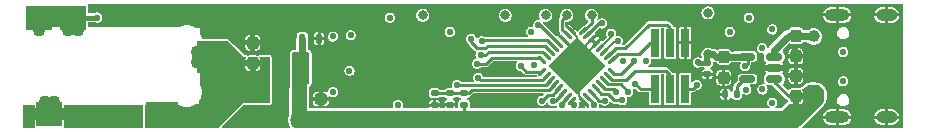
<source format=gbl>
G04 #@! TF.GenerationSoftware,KiCad,Pcbnew,(5.99.0-4092-g1ee3df61c)*
G04 #@! TF.CreationDate,2020-10-21T22:32:43-07:00*
G04 #@! TF.ProjectId,RT_USB_PD_Soldering_Iron,52545f55-5342-45f5-9044-5f536f6c6465,rev?*
G04 #@! TF.SameCoordinates,PX5f5e100PY7735940*
G04 #@! TF.FileFunction,Copper,L4,Bot*
G04 #@! TF.FilePolarity,Positive*
%FSLAX46Y46*%
G04 Gerber Fmt 4.6, Leading zero omitted, Abs format (unit mm)*
G04 Created by KiCad (PCBNEW (5.99.0-4092-g1ee3df61c)) date 2020-10-21 22:32:43*
%MOMM*%
%LPD*%
G01*
G04 APERTURE LIST*
G04 Aperture macros list*
%AMRoundRect*
0 Rectangle with rounded corners*
0 $1 Rounding radius*
0 $2 $3 $4 $5 $6 $7 $8 $9 X,Y pos of 4 corners*
0 Add a 4 corners polygon primitive as box body*
4,1,4,$2,$3,$4,$5,$6,$7,$8,$9,$2,$3,0*
0 Add four circle primitives for the rounded corners*
1,1,$1+$1,$2,$3,0*
1,1,$1+$1,$4,$5,0*
1,1,$1+$1,$6,$7,0*
1,1,$1+$1,$8,$9,0*
0 Add four rect primitives between the rounded corners*
20,1,$1+$1,$2,$3,$4,$5,0*
20,1,$1+$1,$4,$5,$6,$7,0*
20,1,$1+$1,$6,$7,$8,$9,0*
20,1,$1+$1,$8,$9,$2,$3,0*%
%AMRotRect*
0 Rectangle, with rotation*
0 The origin of the aperture is its center*
0 $1 length*
0 $2 width*
0 $3 Rotation angle, in degrees counterclockwise*
0 Add horizontal line*
21,1,$1,$2,0,0,$3*%
G04 Aperture macros list end*
G04 #@! TA.AperFunction,ComponentPad*
%ADD10O,2.100000X1.000000*%
G04 #@! TD*
G04 #@! TA.AperFunction,ComponentPad*
%ADD11O,1.800000X1.000000*%
G04 #@! TD*
G04 #@! TA.AperFunction,SMDPad,CuDef*
%ADD12R,0.700000X2.400000*%
G04 #@! TD*
G04 #@! TA.AperFunction,SMDPad,CuDef*
%ADD13R,2.200000X2.100000*%
G04 #@! TD*
G04 #@! TA.AperFunction,SMDPad,CuDef*
%ADD14R,2.800000X2.100000*%
G04 #@! TD*
G04 #@! TA.AperFunction,SMDPad,CuDef*
%ADD15R,2.600000X2.700000*%
G04 #@! TD*
G04 #@! TA.AperFunction,SMDPad,CuDef*
%ADD16RoundRect,0.237500X0.237500X-0.287500X0.237500X0.287500X-0.237500X0.287500X-0.237500X-0.287500X0*%
G04 #@! TD*
G04 #@! TA.AperFunction,SMDPad,CuDef*
%ADD17RoundRect,0.135000X-0.185000X0.135000X-0.185000X-0.135000X0.185000X-0.135000X0.185000X0.135000X0*%
G04 #@! TD*
G04 #@! TA.AperFunction,SMDPad,CuDef*
%ADD18RoundRect,0.150000X0.512500X0.150000X-0.512500X0.150000X-0.512500X-0.150000X0.512500X-0.150000X0*%
G04 #@! TD*
G04 #@! TA.AperFunction,SMDPad,CuDef*
%ADD19RoundRect,0.140000X-0.170000X0.140000X-0.170000X-0.140000X0.170000X-0.140000X0.170000X0.140000X0*%
G04 #@! TD*
G04 #@! TA.AperFunction,SMDPad,CuDef*
%ADD20RoundRect,0.237500X-0.237500X0.287500X-0.237500X-0.287500X0.237500X-0.287500X0.237500X0.287500X0*%
G04 #@! TD*
G04 #@! TA.AperFunction,SMDPad,CuDef*
%ADD21RoundRect,0.140000X0.140000X0.170000X-0.140000X0.170000X-0.140000X-0.170000X0.140000X-0.170000X0*%
G04 #@! TD*
G04 #@! TA.AperFunction,SMDPad,CuDef*
%ADD22RoundRect,0.237500X-0.287500X-0.237500X0.287500X-0.237500X0.287500X0.237500X-0.287500X0.237500X0*%
G04 #@! TD*
G04 #@! TA.AperFunction,SMDPad,CuDef*
%ADD23RoundRect,0.135000X0.185000X-0.135000X0.185000X0.135000X-0.185000X0.135000X-0.185000X-0.135000X0*%
G04 #@! TD*
G04 #@! TA.AperFunction,SMDPad,CuDef*
%ADD24RoundRect,0.062500X-0.220971X-0.309359X0.309359X0.220971X0.220971X0.309359X-0.309359X-0.220971X0*%
G04 #@! TD*
G04 #@! TA.AperFunction,SMDPad,CuDef*
%ADD25RoundRect,0.062500X0.220971X-0.309359X0.309359X-0.220971X-0.220971X0.309359X-0.309359X0.220971X0*%
G04 #@! TD*
G04 #@! TA.AperFunction,SMDPad,CuDef*
%ADD26RotRect,3.450000X3.450000X45.000000*%
G04 #@! TD*
G04 #@! TA.AperFunction,SMDPad,CuDef*
%ADD27RoundRect,0.137500X0.137500X0.262500X-0.137500X0.262500X-0.137500X-0.262500X0.137500X-0.262500X0*%
G04 #@! TD*
G04 #@! TA.AperFunction,SMDPad,CuDef*
%ADD28RoundRect,0.140000X0.170000X-0.140000X0.170000X0.140000X-0.170000X0.140000X-0.170000X-0.140000X0*%
G04 #@! TD*
G04 #@! TA.AperFunction,ViaPad*
%ADD29C,0.560000*%
G04 #@! TD*
G04 #@! TA.AperFunction,ViaPad*
%ADD30C,1.000000*%
G04 #@! TD*
G04 #@! TA.AperFunction,ViaPad*
%ADD31C,0.800000*%
G04 #@! TD*
G04 #@! TA.AperFunction,ViaPad*
%ADD32C,1.100000*%
G04 #@! TD*
G04 #@! TA.AperFunction,Conductor*
%ADD33C,0.254000*%
G04 #@! TD*
G04 #@! TA.AperFunction,Conductor*
%ADD34C,0.600000*%
G04 #@! TD*
G04 #@! TA.AperFunction,Conductor*
%ADD35C,0.500000*%
G04 #@! TD*
G04 #@! TA.AperFunction,Conductor*
%ADD36C,0.400000*%
G04 #@! TD*
G04 #@! TA.AperFunction,Conductor*
%ADD37C,0.300000*%
G04 #@! TD*
G04 #@! TA.AperFunction,Conductor*
%ADD38C,0.203200*%
G04 #@! TD*
G04 #@! TA.AperFunction,Conductor*
%ADD39C,0.152400*%
G04 #@! TD*
G04 APERTURE END LIST*
D10*
G04 #@! TO.P,J1,S1,SHIELD*
G04 #@! TO.N,GND*
X69200000Y-4320000D03*
D11*
X73380000Y-4320000D03*
X73380000Y4320000D03*
D10*
X69200000Y4320000D03*
G04 #@! TD*
D12*
G04 #@! TO.P,J3,6,Pin_6*
G04 #@! TO.N,/SWCLK*
X53780000Y1950000D03*
G04 #@! TO.P,J3,5,Pin_5*
G04 #@! TO.N,/NRST*
X53780000Y-1950000D03*
G04 #@! TO.P,J3,4,Pin_4*
G04 #@! TO.N,/SWDIO*
X55050000Y1950000D03*
G04 #@! TO.P,J3,3,Pin_3*
G04 #@! TO.N,/SWO*
X55050000Y-1950000D03*
G04 #@! TO.P,J3,2,Pin_2*
G04 #@! TO.N,GND*
X56320000Y1950000D03*
G04 #@! TO.P,J3,1,Pin_1*
G04 #@! TO.N,+3V3*
X56320000Y-1950000D03*
G04 #@! TD*
D13*
G04 #@! TO.P,J2,G*
G04 #@! TO.N,GND*
X2500000Y-4050000D03*
G04 #@! TO.P,J2,S*
G04 #@! TO.N,/TIP_TC*
X4500000Y4050000D03*
G04 #@! TO.P,J2,SN*
X1600000Y4050000D03*
D14*
G04 #@! TO.P,J2,T*
G04 #@! TO.N,/HEATER*
X12000000Y-4050000D03*
D15*
G04 #@! TO.P,J2,TN*
X16300000Y750000D03*
G04 #@! TD*
D16*
G04 #@! TO.P,C16,1*
G04 #@! TO.N,/HEATER*
X19700000Y225000D03*
G04 #@! TO.P,C16,2*
G04 #@! TO.N,GND*
X19700000Y1975000D03*
G04 #@! TD*
G04 #@! TO.P,C1,1*
G04 #@! TO.N,IN*
X65700000Y-2575000D03*
G04 #@! TO.P,C1,2*
G04 #@! TO.N,GND*
X65700000Y-825000D03*
G04 #@! TD*
D17*
G04 #@! TO.P,R4,1*
G04 #@! TO.N,/PVD_IN*
X35100000Y-2290000D03*
G04 #@! TO.P,R4,2*
G04 #@! TO.N,GND*
X35100000Y-3310000D03*
G04 #@! TD*
D18*
G04 #@! TO.P,U1,1,IN*
G04 #@! TO.N,IN*
X63865953Y797193D03*
G04 #@! TO.P,U1,2,GND*
G04 #@! TO.N,GND*
X63865953Y-152807D03*
G04 #@! TO.P,U1,3,EN*
G04 #@! TO.N,IN*
X63865953Y-1102807D03*
G04 #@! TO.P,U1,4,BP*
G04 #@! TO.N,Net-(C3-Pad1)*
X61590953Y-1102807D03*
G04 #@! TO.P,U1,5,OUT*
G04 #@! TO.N,+3V3*
X61590953Y797193D03*
G04 #@! TD*
D19*
G04 #@! TO.P,C18,1*
G04 #@! TO.N,+3V3*
X58200000Y280000D03*
G04 #@! TO.P,C18,2*
G04 #@! TO.N,GND*
X58200000Y-680000D03*
G04 #@! TD*
D20*
G04 #@! TO.P,C2,1*
G04 #@! TO.N,+3V3*
X59585706Y769274D03*
G04 #@! TO.P,C2,2*
G04 #@! TO.N,GND*
X59585706Y-980726D03*
G04 #@! TD*
D21*
G04 #@! TO.P,C3,1*
G04 #@! TO.N,Net-(C3-Pad1)*
X60691943Y-2396315D03*
G04 #@! TO.P,C3,2*
G04 #@! TO.N,GND*
X59731943Y-2396315D03*
G04 #@! TD*
D22*
G04 #@! TO.P,C15,1*
G04 #@! TO.N,IN*
X23725000Y-2800000D03*
G04 #@! TO.P,C15,2*
G04 #@! TO.N,GND*
X25475000Y-2800000D03*
G04 #@! TD*
D23*
G04 #@! TO.P,R2,1*
G04 #@! TO.N,IN*
X37600000Y-3310000D03*
G04 #@! TO.P,R2,2*
G04 #@! TO.N,/PVD_IN*
X37600000Y-2290000D03*
G04 #@! TD*
D24*
G04 #@! TO.P,U5,1,VDD*
G04 #@! TO.N,+3V3*
X46713864Y-2961010D03*
G04 #@! TO.P,U5,2,PF0-OSC_IN*
G04 #@! TO.N,/OSC_IN*
X46360311Y-2607456D03*
G04 #@! TO.P,U5,3,PF1-OSC_OUT*
G04 #@! TO.N,/OSC_OUT*
X46006757Y-2253903D03*
G04 #@! TO.P,U5,4,PG10-NRST*
G04 #@! TO.N,/NRST*
X45653204Y-1900349D03*
G04 #@! TO.P,U5,5,PA0*
G04 #@! TO.N,/PVD_IN*
X45299651Y-1546796D03*
G04 #@! TO.P,U5,6,PA1*
G04 #@! TO.N,/TEMP_SENS*
X44946097Y-1193243D03*
G04 #@! TO.P,U5,7,PA2*
G04 #@! TO.N,/VSENSE*
X44592544Y-839689D03*
G04 #@! TO.P,U5,8,PA3*
G04 #@! TO.N,/INT0*
X44238990Y-486136D03*
D25*
G04 #@! TO.P,U5,9,PA4*
G04 #@! TO.N,/SPI1_NSS*
X44238990Y486136D03*
G04 #@! TO.P,U5,10,PA5*
G04 #@! TO.N,/SPI1_SCK*
X44592544Y839689D03*
G04 #@! TO.P,U5,11,PA6*
G04 #@! TO.N,/SPI1_MISO*
X44946097Y1193243D03*
G04 #@! TO.P,U5,12,PA7*
G04 #@! TO.N,/SPI1_MOSI*
X45299651Y1546796D03*
G04 #@! TO.P,U5,13,PB0*
G04 #@! TO.N,/HEAT_ON*
X45653204Y1900349D03*
G04 #@! TO.P,U5,14,VSSA*
G04 #@! TO.N,GND*
X46006757Y2253903D03*
G04 #@! TO.P,U5,15,VDDA*
G04 #@! TO.N,+3V3*
X46360311Y2607456D03*
G04 #@! TO.P,U5,16,VSS*
G04 #@! TO.N,GND*
X46713864Y2961010D03*
D24*
G04 #@! TO.P,U5,17,VDD*
G04 #@! TO.N,+3V3*
X47686136Y2961010D03*
G04 #@! TO.P,U5,18,PA8*
G04 #@! TO.N,/BTN2*
X48039689Y2607456D03*
G04 #@! TO.P,U5,19,PA9*
G04 #@! TO.N,GND*
X48393243Y2253903D03*
G04 #@! TO.P,U5,20,PA10*
X48746796Y1900349D03*
G04 #@! TO.P,U5,21,PA11*
G04 #@! TO.N,/USB_N*
X49100349Y1546796D03*
G04 #@! TO.P,U5,22,PA12*
G04 #@! TO.N,/USB_P*
X49453903Y1193243D03*
G04 #@! TO.P,U5,23,PA13*
G04 #@! TO.N,/SWDIO*
X49807456Y839689D03*
G04 #@! TO.P,U5,24,PA14*
G04 #@! TO.N,/SWCLK*
X50161010Y486136D03*
D25*
G04 #@! TO.P,U5,25,PA15*
G04 #@! TO.N,/I2C1_SCL*
X50161010Y-486136D03*
G04 #@! TO.P,U5,26,PB3*
G04 #@! TO.N,/SWO*
X49807456Y-839689D03*
G04 #@! TO.P,U5,27,PB4*
G04 #@! TO.N,/CC2*
X49453903Y-1193243D03*
G04 #@! TO.P,U5,28,PB5*
G04 #@! TO.N,/DISP_RST#*
X49100349Y-1546796D03*
G04 #@! TO.P,U5,29,PB6*
G04 #@! TO.N,/CC1*
X48746796Y-1900349D03*
G04 #@! TO.P,U5,30,PB7*
G04 #@! TO.N,/I2C1_SDA*
X48393243Y-2253903D03*
G04 #@! TO.P,U5,31,PB8-BOOT0*
G04 #@! TO.N,/BTN1*
X48039689Y-2607456D03*
G04 #@! TO.P,U5,32,VSS*
G04 #@! TO.N,GND*
X47686136Y-2961010D03*
D26*
G04 #@! TO.P,U5,33,VSS-PAD*
X47200000Y0D03*
G04 #@! TD*
D20*
G04 #@! TO.P,C33,1*
G04 #@! TO.N,IN*
X65700000Y2575000D03*
G04 #@! TO.P,C33,2*
G04 #@! TO.N,GND*
X65700000Y825000D03*
G04 #@! TD*
D27*
G04 #@! TO.P,D2,1,A1*
G04 #@! TO.N,GND*
X25325000Y2300000D03*
G04 #@! TO.P,D2,2,A2*
G04 #@! TO.N,IN*
X23912500Y2300000D03*
G04 #@! TD*
D28*
G04 #@! TO.P,C4,1*
G04 #@! TO.N,GND*
X36400000Y-3280000D03*
G04 #@! TO.P,C4,2*
G04 #@! TO.N,/PVD_IN*
X36400000Y-2320000D03*
G04 #@! TD*
D29*
G04 #@! TO.N,GND*
X62200000Y2100000D03*
G04 #@! TO.N,/USB_P*
X62850000Y1500000D03*
G04 #@! TO.N,/BTN1*
X63700000Y-3100000D03*
G04 #@! TO.N,/BTN2*
X63700000Y3100000D03*
G04 #@! TO.N,/CC2*
X61500000Y-2000000D03*
G04 #@! TO.N,+3V3*
X61700000Y4100000D03*
G04 #@! TO.N,GND*
X63800000Y-2200000D03*
G04 #@! TO.N,/CC1*
X62862799Y-1981400D03*
G04 #@! TO.N,GND*
X65500000Y3700000D03*
X65600000Y1500000D03*
G04 #@! TO.N,/DISP_RST#*
X53000000Y400000D03*
G04 #@! TO.N,GND*
X47200000Y-1800000D03*
G04 #@! TO.N,/USB_N*
X60100000Y2900000D03*
G04 #@! TO.N,/CC2*
X69700000Y1200000D03*
G04 #@! TO.N,IN*
X23400000Y300000D03*
X23400000Y-700000D03*
D30*
X67200000Y-2500000D03*
X67200000Y2500000D03*
D29*
X24100000Y800000D03*
X24100000Y-200000D03*
D30*
X23650000Y-4500000D03*
D29*
X24100000Y-1200000D03*
G04 #@! TO.N,+3V3*
X57400000Y300000D03*
D31*
X58250000Y4500000D03*
D29*
X46887587Y-3300000D03*
D31*
X48400000Y4300000D03*
D29*
X57300000Y-1600000D03*
D31*
X41100000Y4300000D03*
D29*
X61400000Y0D03*
D31*
X58250000Y1000000D03*
X44500000Y4300000D03*
X46300000Y4300000D03*
X34100000Y4300000D03*
D29*
G04 #@! TO.N,/BTN1*
X48600000Y-3300000D03*
G04 #@! TO.N,/BTN2*
X49300000Y3600000D03*
D32*
G04 #@! TO.N,/HEATER*
X15000000Y350000D03*
D29*
X18600000Y-700000D03*
D32*
X15000000Y1150000D03*
D29*
X19300000Y-700000D03*
X19700000Y-1200000D03*
X20800000Y-100000D03*
X18600000Y-100000D03*
X18950000Y-1200000D03*
X20450000Y-1200000D03*
X18600000Y500000D03*
X20100000Y-700000D03*
X20800000Y500000D03*
X20800000Y-700000D03*
G04 #@! TO.N,/OSC_IN*
X45864597Y-3267684D03*
G04 #@! TO.N,/OSC_OUT*
X45104708Y-2978643D03*
G04 #@! TO.N,/TEMP_SENS*
X32000000Y-3300000D03*
X37000000Y-1600000D03*
G04 #@! TO.N,/CC2*
X51500000Y-2200000D03*
G04 #@! TO.N,/CC1*
X69700000Y-1300000D03*
X51000000Y-2900000D03*
D32*
G04 #@! TO.N,/TIP_TC*
X4100000Y3050000D03*
D29*
X6550000Y4100000D03*
X31300000Y4100000D03*
D32*
X4900000Y3050000D03*
X1600000Y3050000D03*
D29*
G04 #@! TO.N,GND*
X35750000Y-3300000D03*
X45200000Y3300000D03*
X39800000Y-2600000D03*
X20350000Y3350000D03*
X25300000Y-525000D03*
X34800000Y3300000D03*
X800000Y-4850000D03*
X26600000Y-3200000D03*
X4200000Y-3650000D03*
X47600000Y-3300000D03*
X47200000Y3400000D03*
X37000000Y750000D03*
X58200000Y-1500000D03*
X32700000Y4300000D03*
X19700000Y3350000D03*
X39300000Y-3300000D03*
X21000000Y3350000D03*
X25300000Y-1150000D03*
X26000000Y3300000D03*
X60400000Y-1000000D03*
X19050000Y3350000D03*
X4200000Y-4850000D03*
X10000000Y-3700000D03*
X800000Y-3650000D03*
X47200000Y2000000D03*
X59100000Y3258610D03*
X32410396Y-101213D03*
X29750000Y-2400000D03*
X57600000Y-700000D03*
X18400000Y3350000D03*
X18000000Y-4900000D03*
X28900000Y1900000D03*
D32*
X2100000Y-3050000D03*
D29*
X25300000Y750000D03*
X32400000Y1000000D03*
X30200000Y-1300000D03*
X63300000Y2200000D03*
X34900000Y400000D03*
X49200000Y0D03*
X10000000Y-4800000D03*
D32*
X2900000Y-3050000D03*
D29*
X30400000Y3300000D03*
X49200000Y2700000D03*
X800000Y-4250000D03*
X4200000Y-4250000D03*
X40400000Y100000D03*
X25300000Y125000D03*
X19200000Y-3700000D03*
X57442590Y3258610D03*
X57450000Y1600000D03*
X18800000Y-4100000D03*
X59100000Y1691390D03*
X18400000Y-4500000D03*
X45200000Y0D03*
X39800000Y-500000D03*
X43300000Y-2700000D03*
G04 #@! TO.N,/I2C1_SCL*
X52000000Y400000D03*
X43300000Y2900000D03*
G04 #@! TO.N,/I2C1_SDA*
X51100000Y400000D03*
X43500000Y100000D03*
X49500000Y-2926046D03*
G04 #@! TO.N,/VSENSE*
X38800000Y-1000000D03*
X27900000Y-400000D03*
G04 #@! TO.N,/HEAT_ON*
X43900000Y3500000D03*
X28000000Y2600000D03*
X26500000Y-2200000D03*
G04 #@! TO.N,/INT0*
X42400000Y0D03*
X36400000Y2900000D03*
G04 #@! TO.N,/SPI1_MISO*
X38200000Y2300000D03*
G04 #@! TO.N,/SPI1_NSS*
X38700000Y200000D03*
G04 #@! TO.N,/SPI1_MOSI*
X39100000Y2100000D03*
G04 #@! TO.N,/SPI1_SCK*
X39000000Y900000D03*
G04 #@! TO.N,/DISP_RST#*
X50500000Y-2200000D03*
G04 #@! TO.N,/NRST*
X44200000Y-2940590D03*
X52100000Y-1500000D03*
G04 #@! TO.N,/HEATER_PG*
X26500000Y2500000D03*
G04 #@! TO.N,/USB_N*
X50050000Y2750000D03*
G04 #@! TO.N,/USB_P*
X50625000Y2125000D03*
G04 #@! TD*
D33*
G04 #@! TO.N,Net-(C3-Pad1)*
X61590953Y-1102807D02*
X61297193Y-1102807D01*
X61297193Y-1102807D02*
X60691943Y-1708057D01*
X60691943Y-1708057D02*
X60691943Y-2396315D01*
G04 #@! TO.N,IN*
X63865953Y-1102807D02*
X63865953Y-1315953D01*
X63865953Y-1315953D02*
X65125000Y-2575000D01*
X65125000Y-2575000D02*
X65700000Y-2575000D01*
G04 #@! TO.N,/SWCLK*
X53780000Y1950000D02*
X53350000Y1950000D01*
X52400000Y1000000D02*
X50674874Y1000000D01*
X53350000Y1950000D02*
X52400000Y1000000D01*
G04 #@! TO.N,/SWO*
X49807456Y-839689D02*
X50115172Y-1147405D01*
X50115172Y-1147405D02*
X51352595Y-1147405D01*
X51352595Y-1147405D02*
X52100000Y-400000D01*
X52100000Y-400000D02*
X54700000Y-400000D01*
X54700000Y-400000D02*
X55050000Y-750000D01*
X55050000Y-750000D02*
X55050000Y-1950000D01*
G04 #@! TO.N,+3V3*
X57300000Y-1600000D02*
X56950000Y-1950000D01*
X56950000Y-1950000D02*
X56320000Y-1950000D01*
G04 #@! TO.N,/NRST*
X53780000Y-1950000D02*
X52550000Y-1950000D01*
X52550000Y-1950000D02*
X52100000Y-1500000D01*
G04 #@! TO.N,/SWDIO*
X49807456Y839689D02*
X50467767Y1500000D01*
X54800000Y3500000D02*
X55050000Y3250000D01*
X50467767Y1500000D02*
X51250000Y1500000D01*
X51250000Y1500000D02*
X53250000Y3500000D01*
X53250000Y3500000D02*
X54800000Y3500000D01*
X55050000Y3250000D02*
X55050000Y1950000D01*
G04 #@! TO.N,/SWCLK*
X50161010Y486136D02*
X50674874Y1000000D01*
D34*
G04 #@! TO.N,IN*
X66500000Y2500000D02*
X66425000Y2575000D01*
X23912500Y987500D02*
X24100000Y800000D01*
D33*
X37600000Y-3310000D02*
X37600000Y-4500000D01*
D34*
X67200000Y2500000D02*
X66500000Y2500000D01*
X23912500Y2300000D02*
X23912500Y987500D01*
X65700000Y2575000D02*
X65075000Y2575000D01*
X65075000Y2575000D02*
X63865953Y1365953D01*
X63865953Y1365953D02*
X63865953Y797193D01*
X66425000Y2575000D02*
X65700000Y2575000D01*
D33*
G04 #@! TO.N,+3V3*
X48400000Y3674874D02*
X48400000Y4300000D01*
X47686136Y2961010D02*
X48400000Y3674874D01*
X61600940Y754003D02*
X61600940Y200940D01*
D34*
X60574888Y769274D02*
X60602807Y797193D01*
X58950000Y769274D02*
X58719274Y1000000D01*
D35*
X58200000Y280000D02*
X58200000Y950000D01*
D36*
X57420000Y280000D02*
X57400000Y300000D01*
D35*
X58200000Y950000D02*
X58250000Y1000000D01*
D33*
X61600940Y200940D02*
X61400000Y0D01*
D34*
X58950000Y769274D02*
X59585706Y769274D01*
D33*
X45900001Y3067766D02*
X45900001Y3900001D01*
X46360311Y2607456D02*
X45900001Y3067766D01*
D34*
X60602807Y797193D02*
X61590953Y797193D01*
D36*
X58200000Y280000D02*
X57420000Y280000D01*
D34*
X58719274Y1000000D02*
X58250000Y1000000D01*
D37*
X58180000Y300000D02*
X58200000Y280000D01*
D34*
X59585706Y769274D02*
X60574888Y769274D01*
D33*
X45900001Y3900001D02*
X46300000Y4300000D01*
G04 #@! TO.N,/PVD_IN*
X36400000Y-2320000D02*
X35130000Y-2320000D01*
X38010000Y-2290000D02*
X37600000Y-2290000D01*
X44833625Y-2012822D02*
X38287178Y-2012822D01*
X36400000Y-2320000D02*
X37570000Y-2320000D01*
X38287178Y-2012822D02*
X38010000Y-2290000D01*
X45299651Y-1546796D02*
X44833625Y-2012822D01*
G04 #@! TO.N,/BTN1*
X48039689Y-2607456D02*
X48600000Y-3167767D01*
X48600000Y-3167767D02*
X48600000Y-3300000D01*
G04 #@! TO.N,/BTN2*
X48039689Y2607456D02*
X49032233Y3600000D01*
X49032233Y3600000D02*
X49300000Y3600000D01*
G04 #@! TO.N,/OSC_IN*
X45864597Y-3103170D02*
X45864597Y-3267684D01*
X46360311Y-2607456D02*
X45864597Y-3103170D01*
G04 #@! TO.N,/OSC_OUT*
X45282017Y-2978643D02*
X45104708Y-2978643D01*
X46006757Y-2253903D02*
X45282017Y-2978643D01*
G04 #@! TO.N,/TEMP_SENS*
X44532929Y-1606411D02*
X37006411Y-1606411D01*
X37006411Y-1606411D02*
X37000000Y-1600000D01*
X44946097Y-1193243D02*
X44532929Y-1606411D01*
G04 #@! TO.N,/CC2*
X49814476Y-1553816D02*
X50853816Y-1553816D01*
X50853816Y-1553816D02*
X51500000Y-2200000D01*
X49453903Y-1193243D02*
X49814476Y-1553816D01*
G04 #@! TO.N,/CC1*
X50300000Y-2900000D02*
X51000000Y-2900000D01*
X49766637Y-2366637D02*
X50300000Y-2900000D01*
X48746796Y-1900349D02*
X49213084Y-2366637D01*
X49213084Y-2366637D02*
X49766637Y-2366637D01*
D36*
G04 #@! TO.N,/TIP_TC*
X5350000Y4100000D02*
X6550000Y4100000D01*
D38*
G04 #@! TO.N,GND*
X47686136Y-2948266D02*
X47300000Y-2562130D01*
X48393243Y2253903D02*
X47939340Y1800000D01*
X47300000Y-2562130D02*
X47300000Y-100000D01*
X48746796Y1900349D02*
X47200000Y353553D01*
X46713864Y2925654D02*
X47200000Y2439518D01*
D33*
X46006757Y2253903D02*
X47200000Y1060660D01*
D38*
X47200000Y2439518D02*
X47200000Y2000000D01*
X47939340Y1800000D02*
X47939340Y739340D01*
X46713864Y2961010D02*
X46713864Y2925654D01*
D33*
G04 #@! TO.N,/I2C1_SCL*
X50161010Y-486136D02*
X50374874Y-700000D01*
X50900000Y-700000D02*
X52000000Y400000D01*
X50374874Y-700000D02*
X50900000Y-700000D01*
G04 #@! TO.N,/I2C1_SDA*
X49065386Y-2926046D02*
X49500000Y-2926046D01*
X48393243Y-2253903D02*
X49065386Y-2926046D01*
G04 #@! TO.N,/VSENSE*
X39000000Y-1200000D02*
X38800000Y-1000000D01*
X44232233Y-1200000D02*
X39000000Y-1200000D01*
X44592544Y-839689D02*
X44232233Y-1200000D01*
G04 #@! TO.N,/HEAT_ON*
X44053553Y3500000D02*
X43900000Y3500000D01*
X45653204Y1900349D02*
X44053553Y3500000D01*
G04 #@! TO.N,/INT0*
X42886136Y-486136D02*
X42400000Y0D01*
X44238990Y-486136D02*
X42886136Y-486136D01*
G04 #@! TO.N,/SPI1_MISO*
X39400000Y1500000D02*
X38700000Y1500000D01*
X44946097Y1193243D02*
X44439340Y1700000D01*
X38700000Y1500000D02*
X38200000Y2000000D01*
X38200000Y2000000D02*
X38200000Y2300000D01*
X44439340Y1700000D02*
X39600000Y1700000D01*
X39600000Y1700000D02*
X39400000Y1500000D01*
G04 #@! TO.N,/SPI1_NSS*
X44025126Y700000D02*
X40000000Y700000D01*
X39500000Y200000D02*
X38700000Y200000D01*
X40000000Y700000D02*
X39500000Y200000D01*
G04 #@! TO.N,/SPI1_MOSI*
X44646447Y2200000D02*
X39200000Y2200000D01*
X39200000Y2200000D02*
X39100000Y2100000D01*
X45299651Y1546796D02*
X44646447Y2200000D01*
G04 #@! TO.N,/SPI1_SCK*
X44592544Y839689D02*
X44232233Y1200000D01*
X39695979Y1200000D02*
X39395979Y900000D01*
X39395979Y900000D02*
X39000000Y900000D01*
X44232233Y1200000D02*
X39695979Y1200000D01*
G04 #@! TO.N,/DISP_RST#*
X49513780Y-1960227D02*
X50260227Y-1960227D01*
X49100349Y-1546796D02*
X49513780Y-1960227D01*
X50260227Y-1960227D02*
X50500000Y-2200000D01*
G04 #@! TO.N,/NRST*
X45134320Y-2419233D02*
X44721357Y-2419233D01*
X45653204Y-1900349D02*
X45134320Y-2419233D01*
X44721357Y-2419233D02*
X44200000Y-2940590D01*
D39*
G04 #@! TO.N,/USB_N*
X50050000Y2496447D02*
X50050000Y2750000D01*
X49100349Y1546796D02*
X50050000Y2496447D01*
G04 #@! TO.N,/USB_P*
X49453903Y1193243D02*
X50385660Y2125000D01*
X50385660Y2125000D02*
X50625000Y2125000D01*
G04 #@! TD*
G04 #@! TA.AperFunction,Conductor*
G04 #@! TO.N,GND*
G36*
X74708400Y5235925D02*
G01*
X74735925Y5208400D01*
X74746000Y5170800D01*
X74746001Y-5170800D01*
X74735926Y-5208400D01*
X74708401Y-5235925D01*
X74670801Y-5246000D01*
X66322916Y-5246000D01*
X66285316Y-5235925D01*
X66257791Y-5208400D01*
X66247716Y-5170800D01*
X66257791Y-5133200D01*
X66269742Y-5117626D01*
X66925920Y-4461448D01*
X68012479Y-4461448D01*
X68033745Y-4540817D01*
X68035984Y-4546968D01*
X68081452Y-4644473D01*
X68084724Y-4650141D01*
X68146430Y-4738267D01*
X68150645Y-4743290D01*
X68226710Y-4819355D01*
X68231733Y-4823570D01*
X68319859Y-4885276D01*
X68325527Y-4888548D01*
X68423032Y-4934016D01*
X68429183Y-4936255D01*
X68533107Y-4964101D01*
X68539549Y-4965237D01*
X68619781Y-4972256D01*
X68623075Y-4972400D01*
X69063098Y-4972400D01*
X69070908Y-4970308D01*
X69073000Y-4962498D01*
X69326999Y-4962498D01*
X69329091Y-4970308D01*
X69336901Y-4972400D01*
X69776925Y-4972400D01*
X69780219Y-4972256D01*
X69860451Y-4965237D01*
X69866893Y-4964101D01*
X69970817Y-4936255D01*
X69976968Y-4934016D01*
X70074473Y-4888548D01*
X70080141Y-4885276D01*
X70168267Y-4823570D01*
X70173290Y-4819355D01*
X70249355Y-4743290D01*
X70253570Y-4738267D01*
X70315276Y-4650141D01*
X70318548Y-4644473D01*
X70364016Y-4546968D01*
X70366255Y-4540817D01*
X70387521Y-4461448D01*
X72342479Y-4461448D01*
X72363745Y-4540817D01*
X72365984Y-4546968D01*
X72411452Y-4644473D01*
X72414724Y-4650141D01*
X72476430Y-4738267D01*
X72480645Y-4743290D01*
X72556710Y-4819355D01*
X72561733Y-4823570D01*
X72649859Y-4885276D01*
X72655527Y-4888548D01*
X72753032Y-4934016D01*
X72759183Y-4936255D01*
X72863107Y-4964101D01*
X72869549Y-4965237D01*
X72949781Y-4972256D01*
X72953075Y-4972400D01*
X73243098Y-4972400D01*
X73250908Y-4970308D01*
X73253000Y-4962498D01*
X73506999Y-4962498D01*
X73509091Y-4970308D01*
X73516901Y-4972400D01*
X73806925Y-4972400D01*
X73810219Y-4972256D01*
X73890451Y-4965237D01*
X73896893Y-4964101D01*
X74000817Y-4936255D01*
X74006968Y-4934016D01*
X74104473Y-4888548D01*
X74110141Y-4885276D01*
X74198267Y-4823570D01*
X74203290Y-4819355D01*
X74279355Y-4743290D01*
X74283570Y-4738267D01*
X74345276Y-4650141D01*
X74348548Y-4644473D01*
X74394016Y-4546968D01*
X74396255Y-4540817D01*
X74418831Y-4456562D01*
X74418831Y-4452134D01*
X74406436Y-4447000D01*
X73516902Y-4446999D01*
X73509092Y-4449091D01*
X73507000Y-4456901D01*
X73506999Y-4962498D01*
X73253000Y-4962498D01*
X73253001Y-4456902D01*
X73250909Y-4449092D01*
X73243099Y-4447000D01*
X72348509Y-4446999D01*
X72344230Y-4448145D01*
X72342479Y-4461448D01*
X70387521Y-4461448D01*
X70388831Y-4456562D01*
X70388831Y-4452134D01*
X70376436Y-4447000D01*
X69336902Y-4446999D01*
X69329092Y-4449091D01*
X69327000Y-4456901D01*
X69326999Y-4962498D01*
X69073000Y-4962498D01*
X69073001Y-4456902D01*
X69070909Y-4449092D01*
X69063099Y-4447000D01*
X68018509Y-4446999D01*
X68014230Y-4448145D01*
X68012479Y-4461448D01*
X66925920Y-4461448D01*
X67203930Y-4183438D01*
X68011169Y-4183438D01*
X68011169Y-4187866D01*
X68023564Y-4193000D01*
X69063098Y-4193001D01*
X69070908Y-4190909D01*
X69073000Y-4183099D01*
X69073000Y-4183098D01*
X69326999Y-4183098D01*
X69329091Y-4190908D01*
X69336901Y-4193000D01*
X70381491Y-4193001D01*
X70385770Y-4191855D01*
X70386877Y-4183438D01*
X72341169Y-4183438D01*
X72341169Y-4187866D01*
X72353564Y-4193000D01*
X73243098Y-4193001D01*
X73250908Y-4190909D01*
X73253000Y-4183099D01*
X73253000Y-4183098D01*
X73506999Y-4183098D01*
X73509091Y-4190908D01*
X73516901Y-4193000D01*
X74411491Y-4193001D01*
X74415770Y-4191855D01*
X74417521Y-4178552D01*
X74396255Y-4099183D01*
X74394016Y-4093032D01*
X74348548Y-3995527D01*
X74345276Y-3989859D01*
X74283570Y-3901733D01*
X74279355Y-3896710D01*
X74203290Y-3820645D01*
X74198267Y-3816430D01*
X74110141Y-3754724D01*
X74104473Y-3751452D01*
X74006968Y-3705984D01*
X74000817Y-3703745D01*
X73896893Y-3675899D01*
X73890451Y-3674763D01*
X73810219Y-3667744D01*
X73806925Y-3667600D01*
X73516902Y-3667600D01*
X73509092Y-3669692D01*
X73507000Y-3677502D01*
X73506999Y-4183098D01*
X73253000Y-4183098D01*
X73253001Y-3677502D01*
X73250909Y-3669692D01*
X73243099Y-3667600D01*
X72953075Y-3667600D01*
X72949781Y-3667744D01*
X72869549Y-3674763D01*
X72863107Y-3675899D01*
X72759183Y-3703745D01*
X72753032Y-3705984D01*
X72655527Y-3751452D01*
X72649859Y-3754724D01*
X72561733Y-3816430D01*
X72556710Y-3820645D01*
X72480645Y-3896710D01*
X72476430Y-3901733D01*
X72414724Y-3989859D01*
X72411452Y-3995527D01*
X72365984Y-4093032D01*
X72363745Y-4099183D01*
X72341169Y-4183438D01*
X70386877Y-4183438D01*
X70387521Y-4178552D01*
X70366255Y-4099183D01*
X70364016Y-4093032D01*
X70318548Y-3995527D01*
X70315276Y-3989859D01*
X70253570Y-3901733D01*
X70249355Y-3896710D01*
X70173290Y-3820645D01*
X70168267Y-3816430D01*
X70080141Y-3754724D01*
X70074473Y-3751452D01*
X69976968Y-3705984D01*
X69970817Y-3703745D01*
X69866893Y-3675899D01*
X69860451Y-3674763D01*
X69780219Y-3667744D01*
X69776925Y-3667600D01*
X69336902Y-3667600D01*
X69329092Y-3669692D01*
X69327000Y-3677502D01*
X69326999Y-4183098D01*
X69073000Y-4183098D01*
X69073001Y-3677502D01*
X69070909Y-3669692D01*
X69063099Y-3667600D01*
X68623075Y-3667600D01*
X68619781Y-3667744D01*
X68539549Y-3674763D01*
X68533107Y-3675899D01*
X68429183Y-3703745D01*
X68423032Y-3705984D01*
X68325527Y-3751452D01*
X68319859Y-3754724D01*
X68231733Y-3816430D01*
X68226710Y-3820645D01*
X68150645Y-3896710D01*
X68146430Y-3901733D01*
X68084724Y-3989859D01*
X68081452Y-3995527D01*
X68035984Y-4093032D01*
X68033745Y-4099183D01*
X68011169Y-4183438D01*
X67203930Y-4183438D01*
X68035156Y-3352212D01*
X68037773Y-3349491D01*
X68040388Y-3346771D01*
X68040398Y-3346761D01*
X68040683Y-3346464D01*
X68047399Y-3339199D01*
X68052703Y-3333231D01*
X68052926Y-3332969D01*
X68052953Y-3332939D01*
X68113895Y-3261584D01*
X68114387Y-3261008D01*
X68117862Y-3256600D01*
X68123793Y-3249077D01*
X68123799Y-3249068D01*
X68124261Y-3248483D01*
X68135882Y-3232489D01*
X68144749Y-3219218D01*
X68146786Y-3215895D01*
X68151254Y-3208603D01*
X68191395Y-3143100D01*
X68191403Y-3143087D01*
X68191785Y-3142463D01*
X68199580Y-3128545D01*
X68205274Y-3117371D01*
X68208201Y-3111627D01*
X68208211Y-3111607D01*
X68208547Y-3110947D01*
X68215229Y-3096454D01*
X68215658Y-3095420D01*
X68249397Y-3013965D01*
X68249402Y-3013951D01*
X68249680Y-3013281D01*
X68252180Y-3006504D01*
X68254951Y-2998992D01*
X68254954Y-2998983D01*
X68255202Y-2998311D01*
X68255803Y-2996462D01*
X68261082Y-2980215D01*
X68261088Y-2980196D01*
X68261310Y-2979512D01*
X68264437Y-2968426D01*
X68265439Y-2964874D01*
X68265445Y-2964850D01*
X68265641Y-2964156D01*
X68267518Y-2956340D01*
X68285220Y-2882601D01*
X69170152Y-2882601D01*
X69170460Y-2886270D01*
X69170460Y-2886273D01*
X69176099Y-2953432D01*
X69178805Y-2985657D01*
X69190657Y-3026990D01*
X69202411Y-3067979D01*
X69207311Y-3085069D01*
X69208993Y-3088341D01*
X69208993Y-3088342D01*
X69214985Y-3100000D01*
X69254584Y-3177051D01*
X69318822Y-3258099D01*
X69354732Y-3288661D01*
X69392501Y-3320805D01*
X69397579Y-3325127D01*
X69407821Y-3330851D01*
X69484644Y-3373787D01*
X69484649Y-3373789D01*
X69487855Y-3375581D01*
X69491352Y-3376717D01*
X69491356Y-3376719D01*
X69529622Y-3389152D01*
X69586212Y-3407539D01*
X69622366Y-3411850D01*
X69685245Y-3419348D01*
X69685247Y-3419348D01*
X69688903Y-3419784D01*
X69792016Y-3411850D01*
X69877675Y-3387933D01*
X69888080Y-3385028D01*
X69888082Y-3385027D01*
X69891625Y-3384038D01*
X69938640Y-3360289D01*
X69980651Y-3339068D01*
X69980652Y-3339067D01*
X69983935Y-3337409D01*
X69996066Y-3327931D01*
X70062531Y-3276004D01*
X70062536Y-3275999D01*
X70065429Y-3273739D01*
X70076418Y-3261008D01*
X70130600Y-3198238D01*
X70130603Y-3198234D01*
X70133005Y-3195451D01*
X70161080Y-3146030D01*
X70182271Y-3108729D01*
X70182272Y-3108726D01*
X70184088Y-3105530D01*
X70206242Y-3038932D01*
X70215570Y-3010893D01*
X70215571Y-3010890D01*
X70216732Y-3007399D01*
X70229693Y-2904796D01*
X70229830Y-2895001D01*
X70229871Y-2892098D01*
X70229871Y-2892092D01*
X70229900Y-2890000D01*
X70229175Y-2882601D01*
X70220168Y-2790742D01*
X70220167Y-2790738D01*
X70219808Y-2787075D01*
X70189917Y-2688071D01*
X70141365Y-2596758D01*
X70138991Y-2593847D01*
X70078327Y-2519464D01*
X70078323Y-2519460D01*
X70076002Y-2516614D01*
X69996316Y-2450693D01*
X69905345Y-2401505D01*
X69806551Y-2370923D01*
X69727638Y-2362629D01*
X69707354Y-2360497D01*
X69707352Y-2360497D01*
X69703699Y-2360113D01*
X69600707Y-2369486D01*
X69551102Y-2384085D01*
X69505025Y-2397646D01*
X69505022Y-2397647D01*
X69501496Y-2398685D01*
X69498239Y-2400388D01*
X69498236Y-2400389D01*
X69426099Y-2438102D01*
X69409846Y-2446599D01*
X69406980Y-2448904D01*
X69406979Y-2448904D01*
X69333553Y-2507940D01*
X69329248Y-2511401D01*
X69262772Y-2590624D01*
X69261001Y-2593846D01*
X69261000Y-2593847D01*
X69232138Y-2646347D01*
X69212950Y-2681250D01*
X69181680Y-2779828D01*
X69170152Y-2882601D01*
X68285220Y-2882601D01*
X68286476Y-2877370D01*
X68286653Y-2876633D01*
X68286852Y-2875637D01*
X68289616Y-2861737D01*
X68289619Y-2861719D01*
X68289765Y-2860986D01*
X68292858Y-2841458D01*
X68294734Y-2825612D01*
X68295042Y-2821706D01*
X68302155Y-2731317D01*
X68302162Y-2731223D01*
X68302186Y-2730923D01*
X68302656Y-2722950D01*
X68303044Y-2713064D01*
X68303200Y-2705095D01*
X68303200Y-2305496D01*
X68303083Y-2300146D01*
X68303015Y-2297017D01*
X68303014Y-2296985D01*
X68303006Y-2296623D01*
X68302526Y-2285641D01*
X68302469Y-2284758D01*
X68302192Y-2280539D01*
X68301947Y-2276803D01*
X68301895Y-2276202D01*
X68292824Y-2172533D01*
X68292753Y-2171721D01*
X68292566Y-2170296D01*
X68291067Y-2158919D01*
X68290440Y-2154154D01*
X68290161Y-2152567D01*
X68286766Y-2133311D01*
X68286762Y-2133292D01*
X68286627Y-2132525D01*
X68282789Y-2115212D01*
X68281542Y-2110556D01*
X68257126Y-2019434D01*
X68257125Y-2019432D01*
X68256914Y-2018643D01*
X68256676Y-2017889D01*
X68256669Y-2017864D01*
X68251827Y-2002508D01*
X68251823Y-2002496D01*
X68251583Y-2001735D01*
X68251311Y-2000989D01*
X68251304Y-2000967D01*
X68245288Y-1984440D01*
X68244071Y-1981096D01*
X68237288Y-1964719D01*
X68233317Y-1956203D01*
X68195384Y-1874855D01*
X68195376Y-1874838D01*
X68195038Y-1874114D01*
X68186851Y-1858388D01*
X68175869Y-1839367D01*
X68174449Y-1837137D01*
X68166797Y-1825126D01*
X68166346Y-1824418D01*
X68123144Y-1762719D01*
X68109483Y-1743209D01*
X68109475Y-1743198D01*
X68109003Y-1742524D01*
X68107116Y-1740064D01*
X68102041Y-1733451D01*
X68098207Y-1728455D01*
X68084089Y-1711631D01*
X68072117Y-1698567D01*
X68001433Y-1627883D01*
X67988369Y-1615911D01*
X67971545Y-1601793D01*
X67957476Y-1590997D01*
X67956802Y-1590525D01*
X67956791Y-1590517D01*
X67927776Y-1570201D01*
X67875582Y-1533654D01*
X67866782Y-1528048D01*
X67861329Y-1524574D01*
X67861317Y-1524567D01*
X67860633Y-1524131D01*
X67844726Y-1514947D01*
X67842324Y-1513560D01*
X67842321Y-1513558D01*
X67841612Y-1513149D01*
X67833520Y-1508936D01*
X67826614Y-1505341D01*
X67825886Y-1504962D01*
X67825162Y-1504624D01*
X67825145Y-1504616D01*
X67736026Y-1463059D01*
X67736011Y-1463052D01*
X67735281Y-1462712D01*
X67724923Y-1458422D01*
X67719636Y-1456232D01*
X67719629Y-1456229D01*
X67718904Y-1455929D01*
X67710648Y-1452924D01*
X67699033Y-1448696D01*
X67699011Y-1448689D01*
X67698265Y-1448417D01*
X67697504Y-1448177D01*
X67697492Y-1448173D01*
X67682136Y-1443331D01*
X67682111Y-1443324D01*
X67681357Y-1443086D01*
X67679517Y-1442593D01*
X67585550Y-1417415D01*
X67585543Y-1417413D01*
X67584788Y-1417211D01*
X67567475Y-1413373D01*
X67566708Y-1413238D01*
X67566689Y-1413234D01*
X67546637Y-1409699D01*
X67546617Y-1409696D01*
X67545846Y-1409560D01*
X67534838Y-1408111D01*
X67529078Y-1407352D01*
X67529069Y-1407351D01*
X67528279Y-1407247D01*
X67512201Y-1405840D01*
X67423600Y-1398088D01*
X67423578Y-1398086D01*
X67423197Y-1398053D01*
X67418046Y-1397716D01*
X67414744Y-1397499D01*
X67414724Y-1397498D01*
X67414359Y-1397474D01*
X67403377Y-1396994D01*
X67403015Y-1396986D01*
X67402983Y-1396985D01*
X67394871Y-1396808D01*
X67394869Y-1396808D01*
X67394504Y-1396800D01*
X66950863Y-1396800D01*
X66950453Y-1396809D01*
X66950420Y-1396809D01*
X66942756Y-1396971D01*
X66942731Y-1396972D01*
X66942295Y-1396981D01*
X66941859Y-1396999D01*
X66941840Y-1397000D01*
X66932074Y-1397412D01*
X66932038Y-1397414D01*
X66931680Y-1397429D01*
X66931333Y-1397451D01*
X66931294Y-1397453D01*
X66926463Y-1397759D01*
X66923128Y-1397970D01*
X66821520Y-1406561D01*
X66820750Y-1406659D01*
X66820731Y-1406661D01*
X66805308Y-1408624D01*
X66805303Y-1408625D01*
X66804523Y-1408724D01*
X66803769Y-1408852D01*
X66803765Y-1408853D01*
X66800219Y-1409457D01*
X66783597Y-1412288D01*
X66766847Y-1415873D01*
X66718642Y-1428337D01*
X66674036Y-1439870D01*
X66674020Y-1439874D01*
X66673291Y-1440063D01*
X66667996Y-1441673D01*
X66657670Y-1444812D01*
X66657649Y-1444819D01*
X66656902Y-1445046D01*
X66647987Y-1448173D01*
X66637654Y-1451797D01*
X66637641Y-1451802D01*
X66636868Y-1452073D01*
X66620952Y-1458422D01*
X66620211Y-1458754D01*
X66620212Y-1458754D01*
X66600135Y-1467761D01*
X66586283Y-1473975D01*
X66586277Y-1473977D01*
X66586267Y-1473982D01*
X66586261Y-1473984D01*
X66533513Y-1497649D01*
X66533496Y-1497657D01*
X66532774Y-1497981D01*
X66532061Y-1498338D01*
X66532052Y-1498342D01*
X66525689Y-1501526D01*
X66517454Y-1505646D01*
X66498892Y-1515933D01*
X66498218Y-1516345D01*
X66498207Y-1516351D01*
X66497377Y-1516858D01*
X66484272Y-1524861D01*
X66483646Y-1525281D01*
X66483628Y-1525292D01*
X66399858Y-1581428D01*
X66399557Y-1581630D01*
X66399264Y-1581836D01*
X66399253Y-1581843D01*
X66392882Y-1586310D01*
X66392855Y-1586329D01*
X66392529Y-1586558D01*
X66389414Y-1588842D01*
X66384324Y-1592573D01*
X66384292Y-1592597D01*
X66383966Y-1592836D01*
X66377174Y-1598039D01*
X66376869Y-1598283D01*
X66179910Y-1755851D01*
X66172416Y-1761846D01*
X66171471Y-1762716D01*
X66171467Y-1762719D01*
X66153521Y-1779232D01*
X66151762Y-1780851D01*
X66150878Y-1781785D01*
X66150868Y-1781795D01*
X66134804Y-1798771D01*
X66127897Y-1806070D01*
X66126146Y-1808683D01*
X66126143Y-1808686D01*
X66114832Y-1825560D01*
X66085527Y-1851182D01*
X66040086Y-1857878D01*
X66022924Y-1855037D01*
X65962240Y-1844991D01*
X65937500Y-1844300D01*
X65462501Y-1844300D01*
X65460478Y-1844520D01*
X65460474Y-1844520D01*
X65427899Y-1848059D01*
X65367330Y-1854639D01*
X65363467Y-1855939D01*
X65356939Y-1858136D01*
X65276600Y-1885173D01*
X65273114Y-1887268D01*
X65273111Y-1887269D01*
X65201002Y-1930597D01*
X65194543Y-1934478D01*
X65191585Y-1937276D01*
X65191584Y-1937276D01*
X65144923Y-1981400D01*
X65124986Y-2000253D01*
X65124289Y-1999516D01*
X65096858Y-2018441D01*
X65058058Y-2021565D01*
X65018454Y-2000774D01*
X64627890Y-1610210D01*
X64608426Y-1576499D01*
X64608426Y-1537573D01*
X64624914Y-1507015D01*
X64670536Y-1455810D01*
X64710528Y-1380278D01*
X64712075Y-1374121D01*
X64721459Y-1336758D01*
X64731348Y-1297388D01*
X64733802Y-1258388D01*
X64734080Y-1253974D01*
X64734080Y-1253961D01*
X64734153Y-1252807D01*
X64734153Y-1025401D01*
X65070100Y-1025401D01*
X65070100Y-1110389D01*
X65070336Y-1114599D01*
X65079382Y-1195250D01*
X65081235Y-1203410D01*
X65107239Y-1278080D01*
X65110849Y-1285614D01*
X65152751Y-1352672D01*
X65157942Y-1359222D01*
X65213658Y-1415328D01*
X65220170Y-1420564D01*
X65286931Y-1462933D01*
X65294445Y-1466598D01*
X65368939Y-1493123D01*
X65377066Y-1495029D01*
X65457604Y-1504633D01*
X65461937Y-1504898D01*
X65462498Y-1504900D01*
X65462498Y-1504899D01*
X65462773Y-1504900D01*
X65499598Y-1504900D01*
X65507408Y-1502808D01*
X65509500Y-1494998D01*
X65890499Y-1494998D01*
X65892591Y-1502808D01*
X65900401Y-1504900D01*
X65935389Y-1504900D01*
X65939599Y-1504664D01*
X66020250Y-1495618D01*
X66028410Y-1493765D01*
X66103080Y-1467761D01*
X66110614Y-1464152D01*
X66177671Y-1422250D01*
X66184221Y-1417058D01*
X66240329Y-1361342D01*
X66245564Y-1354830D01*
X66251477Y-1345512D01*
X69266985Y-1345512D01*
X69267845Y-1349488D01*
X69267845Y-1349491D01*
X69277126Y-1392418D01*
X69286859Y-1437434D01*
X69326009Y-1522943D01*
X69328459Y-1526194D01*
X69328460Y-1526196D01*
X69370080Y-1581428D01*
X69382607Y-1598052D01*
X69385695Y-1600698D01*
X69385698Y-1600702D01*
X69450916Y-1656600D01*
X69450919Y-1656602D01*
X69454013Y-1659254D01*
X69536896Y-1703696D01*
X69562814Y-1711030D01*
X69623472Y-1728195D01*
X69623476Y-1728196D01*
X69627389Y-1729303D01*
X69681307Y-1732506D01*
X69717207Y-1734639D01*
X69717210Y-1734639D01*
X69721269Y-1734880D01*
X69814157Y-1720168D01*
X69817946Y-1718683D01*
X69817950Y-1718682D01*
X69868113Y-1699023D01*
X69901719Y-1685853D01*
X69905106Y-1683585D01*
X69905109Y-1683584D01*
X69976484Y-1635803D01*
X69976486Y-1635802D01*
X69979870Y-1633536D01*
X70044963Y-1565657D01*
X70047172Y-1562039D01*
X70064773Y-1533203D01*
X70093962Y-1485384D01*
X70124580Y-1396462D01*
X70125158Y-1391471D01*
X70132673Y-1326511D01*
X70135389Y-1303040D01*
X70135400Y-1300000D01*
X70132625Y-1274451D01*
X70130255Y-1252636D01*
X70125243Y-1206504D01*
X70117048Y-1182152D01*
X70096545Y-1121229D01*
X70096543Y-1121224D01*
X70095246Y-1117371D01*
X70092505Y-1112808D01*
X70048904Y-1040245D01*
X70046809Y-1036758D01*
X69994079Y-980997D01*
X69984985Y-971380D01*
X69984982Y-971378D01*
X69982191Y-968426D01*
X69904408Y-915565D01*
X69817088Y-880639D01*
X69724305Y-865279D01*
X69720238Y-865492D01*
X69720235Y-865492D01*
X69673248Y-867955D01*
X69630388Y-870201D01*
X69626461Y-871283D01*
X69626459Y-871283D01*
X69592492Y-880639D01*
X69539719Y-895175D01*
X69456527Y-939037D01*
X69445429Y-948416D01*
X69387805Y-997112D01*
X69387802Y-997115D01*
X69384696Y-999740D01*
X69327574Y-1074451D01*
X69325853Y-1078142D01*
X69289548Y-1155998D01*
X69289546Y-1156004D01*
X69287829Y-1159686D01*
X69286942Y-1163654D01*
X69286941Y-1163657D01*
X69278227Y-1202641D01*
X69267313Y-1251466D01*
X69267233Y-1274451D01*
X69267016Y-1336758D01*
X69266985Y-1345512D01*
X66251477Y-1345512D01*
X66287933Y-1288069D01*
X66291598Y-1280555D01*
X66318123Y-1206061D01*
X66320029Y-1197934D01*
X66329633Y-1117396D01*
X66329898Y-1113063D01*
X66329900Y-1112502D01*
X66329899Y-1112502D01*
X66329900Y-1112227D01*
X66329900Y-1025402D01*
X66327808Y-1017592D01*
X66319998Y-1015500D01*
X65900402Y-1015500D01*
X65892592Y-1017592D01*
X65890500Y-1025402D01*
X65890499Y-1494998D01*
X65509500Y-1494998D01*
X65509500Y-1025402D01*
X65507408Y-1017592D01*
X65499598Y-1015500D01*
X65080002Y-1015499D01*
X65072192Y-1017591D01*
X65070100Y-1025401D01*
X64734153Y-1025401D01*
X64734153Y-952808D01*
X64733859Y-950373D01*
X64724430Y-872463D01*
X64724429Y-872461D01*
X64723885Y-867962D01*
X64693676Y-788014D01*
X64645268Y-717579D01*
X64628875Y-702973D01*
X64617932Y-693224D01*
X64581456Y-660725D01*
X64577445Y-658601D01*
X64574813Y-656772D01*
X64549687Y-627040D01*
X64542794Y-588729D01*
X64555979Y-552104D01*
X64569912Y-537498D01*
X65070100Y-537498D01*
X65070101Y-537498D01*
X65070100Y-537773D01*
X65070100Y-624598D01*
X65072192Y-632408D01*
X65080002Y-634500D01*
X65499598Y-634500D01*
X65507408Y-632408D01*
X65509500Y-624598D01*
X65509501Y-155002D01*
X65890500Y-155002D01*
X65890500Y-624598D01*
X65892592Y-632408D01*
X65900402Y-634500D01*
X66319998Y-634501D01*
X66327808Y-632409D01*
X66329900Y-624599D01*
X66329900Y-539611D01*
X66329664Y-535401D01*
X66320618Y-454750D01*
X66318765Y-446590D01*
X66292761Y-371920D01*
X66289151Y-364386D01*
X66247249Y-297328D01*
X66242058Y-290778D01*
X66186342Y-234672D01*
X66179830Y-229436D01*
X66113069Y-187067D01*
X66105555Y-183402D01*
X66031061Y-156877D01*
X66022934Y-154971D01*
X65942396Y-145367D01*
X65938063Y-145102D01*
X65937502Y-145100D01*
X65937502Y-145101D01*
X65937227Y-145100D01*
X65900402Y-145100D01*
X65892592Y-147192D01*
X65890500Y-155002D01*
X65509501Y-155002D01*
X65507409Y-147192D01*
X65499599Y-145100D01*
X65464611Y-145100D01*
X65460401Y-145336D01*
X65379750Y-154382D01*
X65371590Y-156235D01*
X65296920Y-182239D01*
X65289386Y-185848D01*
X65222329Y-227750D01*
X65215779Y-232942D01*
X65159671Y-288658D01*
X65154436Y-295170D01*
X65112067Y-361931D01*
X65108402Y-369445D01*
X65081877Y-443939D01*
X65079971Y-452066D01*
X65070367Y-532604D01*
X65070102Y-536937D01*
X65070100Y-537498D01*
X64569912Y-537498D01*
X64571951Y-535361D01*
X64590143Y-521402D01*
X64597048Y-514497D01*
X64639506Y-459165D01*
X64644388Y-450708D01*
X64658784Y-415954D01*
X64659839Y-407940D01*
X64659481Y-407665D01*
X64655168Y-406807D01*
X64119956Y-406806D01*
X64119948Y-406807D01*
X63079235Y-406806D01*
X63071425Y-408898D01*
X63071309Y-409334D01*
X63072166Y-413647D01*
X63087518Y-450707D01*
X63092400Y-459164D01*
X63134858Y-514496D01*
X63141766Y-521404D01*
X63161677Y-536682D01*
X63185375Y-567564D01*
X63190456Y-606157D01*
X63175559Y-642120D01*
X63158492Y-658317D01*
X63118224Y-685992D01*
X63115208Y-689377D01*
X63115207Y-689378D01*
X63102421Y-703729D01*
X63061370Y-749804D01*
X63021378Y-825336D01*
X63000558Y-908226D01*
X62997753Y-952807D01*
X62997753Y-1252806D01*
X62998026Y-1255059D01*
X62998026Y-1255065D01*
X63006712Y-1326834D01*
X63008021Y-1337652D01*
X63038230Y-1417600D01*
X63044953Y-1427382D01*
X63057971Y-1446324D01*
X63070965Y-1483018D01*
X63063871Y-1521293D01*
X63038591Y-1550892D01*
X63001897Y-1563886D01*
X62979935Y-1561752D01*
X62979887Y-1562039D01*
X62887104Y-1546679D01*
X62883037Y-1546892D01*
X62883034Y-1546892D01*
X62836047Y-1549355D01*
X62793187Y-1551601D01*
X62789260Y-1552683D01*
X62789258Y-1552683D01*
X62716281Y-1572784D01*
X62702518Y-1576575D01*
X62619326Y-1620437D01*
X62605052Y-1632500D01*
X62550604Y-1678512D01*
X62550601Y-1678515D01*
X62547495Y-1681140D01*
X62545024Y-1684372D01*
X62545023Y-1684373D01*
X62542754Y-1687341D01*
X62490373Y-1755851D01*
X62486408Y-1764354D01*
X62452347Y-1837398D01*
X62452345Y-1837404D01*
X62450628Y-1841086D01*
X62449741Y-1845054D01*
X62449740Y-1845057D01*
X62442027Y-1879564D01*
X62430112Y-1932866D01*
X62430065Y-1946404D01*
X62429803Y-2021565D01*
X62429784Y-2026912D01*
X62430644Y-2030888D01*
X62430644Y-2030891D01*
X62441255Y-2079968D01*
X62449658Y-2118834D01*
X62488808Y-2204343D01*
X62491258Y-2207594D01*
X62491259Y-2207596D01*
X62535011Y-2265657D01*
X62545406Y-2279452D01*
X62548494Y-2282098D01*
X62548497Y-2282102D01*
X62613715Y-2338000D01*
X62613718Y-2338002D01*
X62616812Y-2340654D01*
X62699695Y-2385096D01*
X62732734Y-2394445D01*
X62786271Y-2409595D01*
X62786275Y-2409596D01*
X62790188Y-2410703D01*
X62841513Y-2413752D01*
X62880006Y-2416039D01*
X62880009Y-2416039D01*
X62884068Y-2416280D01*
X62976956Y-2401568D01*
X62980745Y-2400083D01*
X62980749Y-2400082D01*
X63023902Y-2383170D01*
X63064518Y-2367253D01*
X63067905Y-2364985D01*
X63067908Y-2364984D01*
X63139283Y-2317203D01*
X63139285Y-2317202D01*
X63142669Y-2314936D01*
X63207762Y-2247057D01*
X63256761Y-2166784D01*
X63287379Y-2077862D01*
X63289979Y-2055395D01*
X63293931Y-2021229D01*
X63298188Y-1984440D01*
X63298199Y-1981400D01*
X63295214Y-1953918D01*
X63291693Y-1921516D01*
X63288042Y-1887904D01*
X63285174Y-1879382D01*
X63259344Y-1802629D01*
X63259342Y-1802624D01*
X63258045Y-1798771D01*
X63255885Y-1795175D01*
X63224660Y-1743209D01*
X63209608Y-1718158D01*
X63209031Y-1717547D01*
X63194834Y-1682754D01*
X63200118Y-1644188D01*
X63223977Y-1613431D01*
X63260019Y-1598725D01*
X63287759Y-1600398D01*
X63308872Y-1605701D01*
X63331117Y-1607101D01*
X63352286Y-1608433D01*
X63352299Y-1608433D01*
X63353453Y-1608506D01*
X63659679Y-1608506D01*
X63697279Y-1618581D01*
X63712853Y-1630532D01*
X64588892Y-2506573D01*
X64880482Y-2798163D01*
X64883976Y-2801902D01*
X64885727Y-2803909D01*
X64902046Y-2822616D01*
X64910814Y-2828778D01*
X64926088Y-2839513D01*
X64929248Y-2841860D01*
X64948821Y-2857207D01*
X64948826Y-2857210D01*
X64952392Y-2860006D01*
X64956526Y-2861873D01*
X64960150Y-2864067D01*
X64963839Y-2866045D01*
X64967546Y-2868650D01*
X64979773Y-2873417D01*
X65011142Y-2896459D01*
X65027215Y-2935355D01*
X65029458Y-2955998D01*
X65029495Y-2956340D01*
X65023541Y-2994808D01*
X64996515Y-3026988D01*
X64980389Y-3037764D01*
X64949599Y-3063033D01*
X64437858Y-3574774D01*
X64404147Y-3594238D01*
X64384684Y-3596800D01*
X63983501Y-3596800D01*
X63945901Y-3586725D01*
X63918376Y-3559200D01*
X63908301Y-3521600D01*
X63918376Y-3484000D01*
X63941668Y-3459110D01*
X63976484Y-3435803D01*
X63976486Y-3435802D01*
X63979870Y-3433536D01*
X64044963Y-3365657D01*
X64047954Y-3360758D01*
X64059368Y-3342058D01*
X64093962Y-3285384D01*
X64124580Y-3196462D01*
X64126138Y-3183001D01*
X64130946Y-3141442D01*
X64135389Y-3103040D01*
X64135400Y-3100000D01*
X64134903Y-3095420D01*
X64127587Y-3028083D01*
X64125243Y-3006504D01*
X64123189Y-3000402D01*
X64096545Y-2921229D01*
X64096543Y-2921224D01*
X64095246Y-2917371D01*
X64087691Y-2904796D01*
X64058265Y-2855824D01*
X64046809Y-2836758D01*
X64003294Y-2790742D01*
X63984985Y-2771380D01*
X63984982Y-2771378D01*
X63982191Y-2768426D01*
X63975111Y-2763614D01*
X63927007Y-2730923D01*
X63904408Y-2715565D01*
X63817088Y-2680639D01*
X63724305Y-2665279D01*
X63720238Y-2665492D01*
X63720235Y-2665492D01*
X63673248Y-2667955D01*
X63630388Y-2670201D01*
X63626461Y-2671283D01*
X63626459Y-2671283D01*
X63543647Y-2694093D01*
X63539719Y-2695175D01*
X63456527Y-2739037D01*
X63438021Y-2754676D01*
X63387805Y-2797112D01*
X63387802Y-2797115D01*
X63384696Y-2799740D01*
X63382225Y-2802972D01*
X63382224Y-2802973D01*
X63379524Y-2806504D01*
X63327574Y-2874451D01*
X63325853Y-2878142D01*
X63289548Y-2955998D01*
X63289546Y-2956004D01*
X63287829Y-2959686D01*
X63286942Y-2963654D01*
X63286941Y-2963657D01*
X63278747Y-3000313D01*
X63267313Y-3051466D01*
X63267156Y-3096454D01*
X63267002Y-3140745D01*
X63266985Y-3145512D01*
X63267845Y-3149488D01*
X63267845Y-3149491D01*
X63274745Y-3181405D01*
X63286859Y-3237434D01*
X63326009Y-3322943D01*
X63328459Y-3326194D01*
X63328460Y-3326196D01*
X63362638Y-3371552D01*
X63382607Y-3398052D01*
X63385695Y-3400698D01*
X63385698Y-3400702D01*
X63428049Y-3437000D01*
X63454013Y-3459254D01*
X63455787Y-3460205D01*
X63480559Y-3489107D01*
X63487719Y-3527369D01*
X63474790Y-3564085D01*
X63445234Y-3589418D01*
X63412741Y-3596800D01*
X49059544Y-3596800D01*
X49021944Y-3586725D01*
X48994419Y-3559200D01*
X48984344Y-3521600D01*
X48991501Y-3489582D01*
X48991843Y-3488856D01*
X48993962Y-3485384D01*
X49006058Y-3450256D01*
X49023254Y-3400313D01*
X49024580Y-3396462D01*
X49026018Y-3384038D01*
X49031205Y-3339199D01*
X49035389Y-3303040D01*
X49035400Y-3300000D01*
X49035132Y-3297528D01*
X49034644Y-3293045D01*
X49034234Y-3289268D01*
X49040189Y-3250800D01*
X49064580Y-3220463D01*
X49108994Y-3205946D01*
X49133623Y-3205946D01*
X49171223Y-3216021D01*
X49182124Y-3224662D01*
X49182607Y-3224098D01*
X49250916Y-3282646D01*
X49250919Y-3282648D01*
X49254013Y-3285300D01*
X49336896Y-3329742D01*
X49372521Y-3339823D01*
X49423472Y-3354241D01*
X49423476Y-3354242D01*
X49427389Y-3355349D01*
X49481307Y-3358552D01*
X49517207Y-3360685D01*
X49517210Y-3360685D01*
X49521269Y-3360926D01*
X49614157Y-3346214D01*
X49617946Y-3344729D01*
X49617950Y-3344728D01*
X49667965Y-3325127D01*
X49701719Y-3311899D01*
X49705106Y-3309631D01*
X49705109Y-3309630D01*
X49776484Y-3261849D01*
X49776486Y-3261848D01*
X49779870Y-3259582D01*
X49844963Y-3191703D01*
X49850276Y-3183000D01*
X49864953Y-3158954D01*
X49893962Y-3111430D01*
X49903128Y-3084811D01*
X49911549Y-3060355D01*
X49933317Y-3028083D01*
X49968304Y-3011020D01*
X50007135Y-3013735D01*
X50035826Y-3031664D01*
X50098710Y-3094548D01*
X50100890Y-3096821D01*
X50116520Y-3113819D01*
X50116523Y-3113821D01*
X50119991Y-3117593D01*
X50124344Y-3120292D01*
X50124349Y-3120296D01*
X50138342Y-3128971D01*
X50144182Y-3132984D01*
X50161368Y-3146030D01*
X50167558Y-3148481D01*
X50179483Y-3154479D01*
X50185138Y-3157985D01*
X50205883Y-3164012D01*
X50212563Y-3166299D01*
X50232638Y-3174248D01*
X50237739Y-3174784D01*
X50237742Y-3174785D01*
X50239250Y-3174944D01*
X50252360Y-3177516D01*
X50254252Y-3178065D01*
X50258746Y-3179371D01*
X50263400Y-3179713D01*
X50264586Y-3179800D01*
X50264592Y-3179800D01*
X50265951Y-3179900D01*
X50282475Y-3179900D01*
X50290335Y-3180312D01*
X50308870Y-3182260D01*
X50316599Y-3180953D01*
X50329138Y-3179900D01*
X50633623Y-3179900D01*
X50671223Y-3189975D01*
X50682124Y-3198616D01*
X50682607Y-3198052D01*
X50750916Y-3256600D01*
X50750919Y-3256602D01*
X50754013Y-3259254D01*
X50836896Y-3303696D01*
X50865885Y-3311899D01*
X50923472Y-3328195D01*
X50923476Y-3328196D01*
X50927389Y-3329303D01*
X50981307Y-3332506D01*
X51017207Y-3334639D01*
X51017210Y-3334639D01*
X51021269Y-3334880D01*
X51027899Y-3333830D01*
X51054959Y-3329544D01*
X51114157Y-3320168D01*
X51117946Y-3318683D01*
X51117950Y-3318682D01*
X51166018Y-3299844D01*
X51201719Y-3285853D01*
X51205106Y-3283585D01*
X51205109Y-3283584D01*
X51276484Y-3235803D01*
X51276486Y-3235802D01*
X51279870Y-3233536D01*
X51344963Y-3165657D01*
X51348200Y-3160355D01*
X51363225Y-3135739D01*
X51393962Y-3085384D01*
X51397727Y-3074451D01*
X51423254Y-3000313D01*
X51424580Y-2996462D01*
X51427189Y-2973917D01*
X51433189Y-2922055D01*
X51435389Y-2903040D01*
X51435400Y-2900000D01*
X51435060Y-2896865D01*
X51428600Y-2837408D01*
X51425243Y-2806504D01*
X51422967Y-2799740D01*
X51399908Y-2731223D01*
X51397464Y-2692373D01*
X51414772Y-2657506D01*
X51447194Y-2635965D01*
X51475638Y-2632169D01*
X51498698Y-2633539D01*
X51517207Y-2634639D01*
X51517210Y-2634639D01*
X51521269Y-2634880D01*
X51614157Y-2620168D01*
X51617946Y-2618683D01*
X51617950Y-2618682D01*
X51668557Y-2598849D01*
X51701719Y-2585853D01*
X51705106Y-2583585D01*
X51705109Y-2583584D01*
X51776484Y-2535803D01*
X51776486Y-2535802D01*
X51779870Y-2533536D01*
X51844963Y-2465657D01*
X51848709Y-2459521D01*
X51863749Y-2434880D01*
X51893962Y-2385384D01*
X51924580Y-2296462D01*
X51925881Y-2285222D01*
X51932935Y-2224248D01*
X51935389Y-2203040D01*
X51935400Y-2200000D01*
X51933570Y-2183150D01*
X51926273Y-2115984D01*
X51925243Y-2106504D01*
X51923160Y-2100313D01*
X51895246Y-2017371D01*
X51895861Y-2017164D01*
X51889952Y-1982935D01*
X51903396Y-1946404D01*
X51933305Y-1921489D01*
X51985318Y-1917398D01*
X52023472Y-1928195D01*
X52023476Y-1928196D01*
X52027389Y-1929303D01*
X52074665Y-1932111D01*
X52111651Y-1934309D01*
X52160365Y-1956203D01*
X52348710Y-2144548D01*
X52350890Y-2146821D01*
X52366520Y-2163819D01*
X52366523Y-2163821D01*
X52369991Y-2167593D01*
X52374344Y-2170292D01*
X52374349Y-2170296D01*
X52388342Y-2178971D01*
X52394182Y-2182984D01*
X52411368Y-2196030D01*
X52417558Y-2198481D01*
X52429483Y-2204479D01*
X52435138Y-2207985D01*
X52455883Y-2214012D01*
X52462563Y-2216299D01*
X52482638Y-2224248D01*
X52487739Y-2224784D01*
X52487742Y-2224785D01*
X52489250Y-2224944D01*
X52502360Y-2227516D01*
X52504252Y-2228065D01*
X52508746Y-2229371D01*
X52513400Y-2229713D01*
X52514586Y-2229800D01*
X52514592Y-2229800D01*
X52515951Y-2229900D01*
X52532475Y-2229900D01*
X52540335Y-2230312D01*
X52558870Y-2232260D01*
X52566599Y-2230953D01*
X52579138Y-2229900D01*
X53199900Y-2229900D01*
X53237500Y-2239975D01*
X53265025Y-2267500D01*
X53275100Y-2305100D01*
X53275100Y-3150000D01*
X53276094Y-3154225D01*
X53276094Y-3154228D01*
X53280449Y-3172742D01*
X53291339Y-3219045D01*
X53325645Y-3264472D01*
X53374044Y-3294440D01*
X53380891Y-3295720D01*
X53426591Y-3304263D01*
X53426594Y-3304263D01*
X53430000Y-3304900D01*
X54130000Y-3304900D01*
X54134225Y-3303906D01*
X54134228Y-3303906D01*
X54162781Y-3297190D01*
X54199045Y-3288661D01*
X54244472Y-3254355D01*
X54274440Y-3205956D01*
X54278970Y-3181724D01*
X54284263Y-3153409D01*
X54284263Y-3153406D01*
X54284900Y-3150000D01*
X54284900Y-755100D01*
X54294975Y-717500D01*
X54322500Y-689975D01*
X54360100Y-679900D01*
X54469900Y-679900D01*
X54507500Y-689975D01*
X54535025Y-717500D01*
X54545100Y-755100D01*
X54545100Y-3150000D01*
X54546094Y-3154225D01*
X54546094Y-3154228D01*
X54550449Y-3172742D01*
X54561339Y-3219045D01*
X54595645Y-3264472D01*
X54644044Y-3294440D01*
X54650891Y-3295720D01*
X54696591Y-3304263D01*
X54696594Y-3304263D01*
X54700000Y-3304900D01*
X55400000Y-3304900D01*
X55404225Y-3303906D01*
X55404228Y-3303906D01*
X55432781Y-3297190D01*
X55469045Y-3288661D01*
X55514472Y-3254355D01*
X55544440Y-3205956D01*
X55548970Y-3181724D01*
X55554263Y-3153409D01*
X55554263Y-3153406D01*
X55554900Y-3150000D01*
X55554900Y-750000D01*
X55815100Y-750000D01*
X55815100Y-3150000D01*
X55816094Y-3154225D01*
X55816094Y-3154228D01*
X55820449Y-3172742D01*
X55831339Y-3219045D01*
X55865645Y-3264472D01*
X55914044Y-3294440D01*
X55920891Y-3295720D01*
X55966591Y-3304263D01*
X55966594Y-3304263D01*
X55970000Y-3304900D01*
X56670000Y-3304900D01*
X56674225Y-3303906D01*
X56674228Y-3303906D01*
X56702781Y-3297190D01*
X56739045Y-3288661D01*
X56784472Y-3254355D01*
X56814440Y-3205956D01*
X56818970Y-3181724D01*
X56824263Y-3153409D01*
X56824263Y-3153406D01*
X56824900Y-3150000D01*
X56824900Y-2533216D01*
X59297043Y-2533216D01*
X59297043Y-2563856D01*
X59297364Y-2568749D01*
X59306448Y-2637753D01*
X59308977Y-2647194D01*
X59334668Y-2709215D01*
X59339550Y-2717671D01*
X59380419Y-2770933D01*
X59387324Y-2777838D01*
X59440583Y-2818705D01*
X59449047Y-2823591D01*
X59511063Y-2849281D01*
X59520502Y-2851810D01*
X59589508Y-2860894D01*
X59594401Y-2861215D01*
X59595041Y-2861215D01*
X59602851Y-2859123D01*
X59604943Y-2851313D01*
X59604944Y-2533216D01*
X59602852Y-2525407D01*
X59595042Y-2523315D01*
X59306944Y-2523314D01*
X59299135Y-2525406D01*
X59297043Y-2533216D01*
X56824900Y-2533216D01*
X56824900Y-2305100D01*
X56834975Y-2267500D01*
X56862500Y-2239975D01*
X56900100Y-2229900D01*
X56945251Y-2229900D01*
X56948399Y-2229966D01*
X56976575Y-2231147D01*
X56981560Y-2229978D01*
X56981567Y-2229977D01*
X56986703Y-2228772D01*
X59297043Y-2228772D01*
X59297043Y-2259413D01*
X59299135Y-2267223D01*
X59306945Y-2269315D01*
X59595042Y-2269316D01*
X59595056Y-2269312D01*
X59858942Y-2269312D01*
X59858943Y-2269320D01*
X59858942Y-2851313D01*
X59861034Y-2859123D01*
X59868844Y-2861215D01*
X59869484Y-2861215D01*
X59874377Y-2860894D01*
X59943381Y-2851810D01*
X59952822Y-2849281D01*
X60014843Y-2823590D01*
X60023299Y-2818708D01*
X60076561Y-2777839D01*
X60083466Y-2770934D01*
X60124335Y-2717672D01*
X60129220Y-2709212D01*
X60142468Y-2677229D01*
X60166165Y-2646347D01*
X60202129Y-2631451D01*
X60240722Y-2636533D01*
X60281418Y-2677229D01*
X60296552Y-2713764D01*
X60343417Y-2774840D01*
X60347324Y-2777838D01*
X60399592Y-2817944D01*
X60404493Y-2821705D01*
X60438073Y-2835615D01*
X60471063Y-2849281D01*
X60471066Y-2849282D01*
X60475617Y-2851167D01*
X60551943Y-2861215D01*
X60831942Y-2861215D01*
X60908268Y-2851167D01*
X60912820Y-2849282D01*
X60912822Y-2849281D01*
X60962613Y-2828656D01*
X60979392Y-2821706D01*
X61040468Y-2774841D01*
X61087333Y-2713765D01*
X61116794Y-2642641D01*
X61117445Y-2637702D01*
X61126523Y-2568748D01*
X61126523Y-2568743D01*
X61126843Y-2566315D01*
X61126843Y-2413752D01*
X61136918Y-2376152D01*
X61164443Y-2348627D01*
X61202043Y-2338552D01*
X61246968Y-2355171D01*
X61247562Y-2354303D01*
X61250915Y-2356599D01*
X61254013Y-2359254D01*
X61336896Y-2403696D01*
X61361658Y-2410703D01*
X61423472Y-2428195D01*
X61423476Y-2428196D01*
X61427389Y-2429303D01*
X61481307Y-2432506D01*
X61517207Y-2434639D01*
X61517210Y-2434639D01*
X61521269Y-2434880D01*
X61614157Y-2420168D01*
X61617946Y-2418683D01*
X61617950Y-2418682D01*
X61671369Y-2397747D01*
X61701719Y-2385853D01*
X61705106Y-2383585D01*
X61705109Y-2383584D01*
X61776484Y-2335803D01*
X61776486Y-2335802D01*
X61779870Y-2333536D01*
X61844963Y-2265657D01*
X61848775Y-2259413D01*
X61865676Y-2231724D01*
X61893962Y-2185384D01*
X61924580Y-2096462D01*
X61925959Y-2084548D01*
X61931779Y-2034243D01*
X61935389Y-2003040D01*
X61935400Y-2000000D01*
X61933026Y-1978142D01*
X61927583Y-1928047D01*
X61925243Y-1906504D01*
X61917683Y-1884041D01*
X61896545Y-1821229D01*
X61896543Y-1821224D01*
X61895246Y-1817371D01*
X61881910Y-1795175D01*
X61856216Y-1752414D01*
X61846809Y-1736758D01*
X61841359Y-1730995D01*
X61797464Y-1684576D01*
X61778949Y-1650334D01*
X61780036Y-1611423D01*
X61800433Y-1578269D01*
X61852102Y-1557707D01*
X62103452Y-1557707D01*
X62182367Y-1547318D01*
X62186919Y-1545433D01*
X62186921Y-1545432D01*
X62234668Y-1525654D01*
X62255903Y-1516858D01*
X62259807Y-1513862D01*
X62259811Y-1513860D01*
X62315143Y-1471402D01*
X62319050Y-1468404D01*
X62322313Y-1464152D01*
X62364506Y-1409165D01*
X62364508Y-1409161D01*
X62367504Y-1405257D01*
X62385509Y-1361789D01*
X62396078Y-1336275D01*
X62396079Y-1336273D01*
X62397964Y-1331721D01*
X62408353Y-1252807D01*
X62408353Y-952808D01*
X62397964Y-873894D01*
X62396077Y-869337D01*
X62376149Y-821229D01*
X62367504Y-800358D01*
X62364508Y-796454D01*
X62364506Y-796450D01*
X62322048Y-741118D01*
X62322047Y-741117D01*
X62319050Y-737211D01*
X62312475Y-732166D01*
X62259811Y-691755D01*
X62259807Y-691753D01*
X62255903Y-688757D01*
X62211429Y-670335D01*
X62186921Y-660183D01*
X62186919Y-660182D01*
X62182367Y-658297D01*
X62103453Y-647908D01*
X61590954Y-647908D01*
X61080912Y-647907D01*
X61078454Y-647907D01*
X60999539Y-658296D01*
X60994987Y-660181D01*
X60994985Y-660182D01*
X60967952Y-671380D01*
X60926003Y-688756D01*
X60922099Y-691752D01*
X60922095Y-691754D01*
X60867644Y-733536D01*
X60862856Y-737210D01*
X60859858Y-741117D01*
X60817400Y-796449D01*
X60817398Y-796453D01*
X60814402Y-800357D01*
X60801675Y-831082D01*
X60788155Y-863723D01*
X60783942Y-873893D01*
X60773553Y-952807D01*
X60773553Y-1199462D01*
X60763478Y-1237062D01*
X60751527Y-1252636D01*
X60497407Y-1506756D01*
X60495134Y-1508936D01*
X60474350Y-1528048D01*
X60462969Y-1546406D01*
X60458967Y-1552229D01*
X60445913Y-1569426D01*
X60443462Y-1575616D01*
X60437464Y-1587541D01*
X60433958Y-1593196D01*
X60427931Y-1613941D01*
X60425644Y-1620621D01*
X60417695Y-1640696D01*
X60417159Y-1645797D01*
X60417158Y-1645800D01*
X60416999Y-1647308D01*
X60414427Y-1660418D01*
X60412572Y-1666804D01*
X60412043Y-1674009D01*
X60412043Y-1690532D01*
X60411631Y-1698392D01*
X60409683Y-1716927D01*
X60410538Y-1721982D01*
X60410538Y-1721983D01*
X60410990Y-1724655D01*
X60412043Y-1737195D01*
X60412043Y-1928047D01*
X60401968Y-1965647D01*
X60382622Y-1987707D01*
X60365593Y-2000774D01*
X60354883Y-2008992D01*
X60343418Y-2017789D01*
X60340420Y-2021696D01*
X60332899Y-2031498D01*
X60296553Y-2078865D01*
X60294670Y-2083412D01*
X60294666Y-2083418D01*
X60281418Y-2115401D01*
X60257721Y-2146283D01*
X60221757Y-2161179D01*
X60183164Y-2156097D01*
X60142467Y-2115400D01*
X60129218Y-2083415D01*
X60124336Y-2074959D01*
X60083467Y-2021697D01*
X60076562Y-2014792D01*
X60023303Y-1973925D01*
X60014839Y-1969039D01*
X59952823Y-1943349D01*
X59943384Y-1940820D01*
X59874378Y-1931736D01*
X59869485Y-1931415D01*
X59868845Y-1931415D01*
X59861035Y-1933507D01*
X59858943Y-1941317D01*
X59858942Y-2269312D01*
X59595056Y-2269312D01*
X59602851Y-2267224D01*
X59604943Y-2259414D01*
X59604944Y-1941316D01*
X59602852Y-1933507D01*
X59595042Y-1931415D01*
X59594402Y-1931415D01*
X59589509Y-1931736D01*
X59520505Y-1940820D01*
X59511064Y-1943349D01*
X59449043Y-1969040D01*
X59440587Y-1973922D01*
X59387325Y-2014791D01*
X59380420Y-2021696D01*
X59339551Y-2074958D01*
X59334669Y-2083414D01*
X59308976Y-2145441D01*
X59306449Y-2154870D01*
X59297363Y-2223882D01*
X59297043Y-2228772D01*
X56986703Y-2228772D01*
X56997596Y-2226217D01*
X57004561Y-2224926D01*
X57014459Y-2223570D01*
X57025943Y-2221997D01*
X57030653Y-2219959D01*
X57032050Y-2219355D01*
X57044735Y-2215160D01*
X57046213Y-2214813D01*
X57046216Y-2214812D01*
X57051203Y-2213642D01*
X57070128Y-2203239D01*
X57076451Y-2200141D01*
X57096291Y-2191555D01*
X57101457Y-2187372D01*
X57112553Y-2179916D01*
X57118374Y-2176716D01*
X57123842Y-2171995D01*
X57135513Y-2160324D01*
X57141362Y-2155057D01*
X57144437Y-2152567D01*
X57155861Y-2143316D01*
X57160406Y-2136921D01*
X57168528Y-2127309D01*
X57240443Y-2055395D01*
X57274154Y-2035932D01*
X57298076Y-2033502D01*
X57306087Y-2033978D01*
X57317207Y-2034639D01*
X57317210Y-2034639D01*
X57321269Y-2034880D01*
X57414157Y-2020168D01*
X57417946Y-2018683D01*
X57417950Y-2018682D01*
X57466855Y-1999516D01*
X57501719Y-1985853D01*
X57505106Y-1983585D01*
X57505109Y-1983584D01*
X57576484Y-1935803D01*
X57576486Y-1935802D01*
X57579870Y-1933536D01*
X57644963Y-1865657D01*
X57693962Y-1785384D01*
X57697727Y-1774451D01*
X57715790Y-1721990D01*
X57724580Y-1696462D01*
X57725808Y-1685853D01*
X57734559Y-1610210D01*
X57735389Y-1603040D01*
X57735400Y-1600000D01*
X57735163Y-1597813D01*
X57729119Y-1542181D01*
X57725243Y-1506504D01*
X57722375Y-1497981D01*
X57696545Y-1421229D01*
X57696543Y-1421224D01*
X57695246Y-1417371D01*
X57692948Y-1413545D01*
X57661849Y-1361789D01*
X57646809Y-1336758D01*
X57606327Y-1293949D01*
X57584985Y-1271380D01*
X57584982Y-1271378D01*
X57582191Y-1268426D01*
X57578791Y-1266115D01*
X57507770Y-1217850D01*
X57504408Y-1215565D01*
X57417088Y-1180639D01*
X57324305Y-1165279D01*
X57320238Y-1165492D01*
X57320235Y-1165492D01*
X57273248Y-1167955D01*
X57230388Y-1170201D01*
X57226461Y-1171283D01*
X57226459Y-1171283D01*
X57143647Y-1194093D01*
X57139719Y-1195175D01*
X57056527Y-1239037D01*
X57043141Y-1250349D01*
X56987805Y-1297112D01*
X56987802Y-1297115D01*
X56984696Y-1299740D01*
X56982225Y-1302972D01*
X56982224Y-1302973D01*
X56959840Y-1332250D01*
X56928999Y-1356001D01*
X56890414Y-1361149D01*
X56854425Y-1346315D01*
X56830674Y-1315474D01*
X56824900Y-1286575D01*
X56824900Y-1117627D01*
X58955806Y-1117627D01*
X58955806Y-1266115D01*
X58956042Y-1270325D01*
X58965088Y-1350976D01*
X58966941Y-1359136D01*
X58992945Y-1433806D01*
X58996554Y-1441340D01*
X59038456Y-1508397D01*
X59043648Y-1514947D01*
X59099364Y-1571053D01*
X59105876Y-1576289D01*
X59172637Y-1618658D01*
X59180151Y-1622323D01*
X59254643Y-1648848D01*
X59262773Y-1650755D01*
X59343312Y-1660359D01*
X59347642Y-1660624D01*
X59348204Y-1660626D01*
X59348204Y-1660625D01*
X59348479Y-1660626D01*
X59448804Y-1660626D01*
X59456614Y-1658534D01*
X59458706Y-1650724D01*
X59712705Y-1650724D01*
X59714797Y-1658534D01*
X59722607Y-1660626D01*
X59821095Y-1660626D01*
X59825305Y-1660390D01*
X59905956Y-1651344D01*
X59914116Y-1649491D01*
X59988786Y-1623487D01*
X59996320Y-1619878D01*
X60063377Y-1577976D01*
X60069927Y-1572784D01*
X60126033Y-1517068D01*
X60131269Y-1510556D01*
X60173638Y-1443795D01*
X60177303Y-1436281D01*
X60203828Y-1361789D01*
X60205735Y-1353659D01*
X60215339Y-1273120D01*
X60215604Y-1268790D01*
X60215606Y-1268228D01*
X60215605Y-1268228D01*
X60215606Y-1267953D01*
X60215606Y-1117628D01*
X60213514Y-1109818D01*
X60205704Y-1107726D01*
X59722608Y-1107725D01*
X59714798Y-1109817D01*
X59712706Y-1117627D01*
X59712705Y-1650724D01*
X59458706Y-1650724D01*
X59458707Y-1117628D01*
X59456615Y-1109818D01*
X59448805Y-1107726D01*
X58965708Y-1107725D01*
X58957898Y-1109817D01*
X58955806Y-1117627D01*
X56824900Y-1117627D01*
X56824900Y-816901D01*
X57735100Y-816901D01*
X57735100Y-817541D01*
X57735421Y-822434D01*
X57744505Y-891438D01*
X57747034Y-900879D01*
X57772725Y-962900D01*
X57777607Y-971356D01*
X57818476Y-1024618D01*
X57825381Y-1031523D01*
X57878643Y-1072392D01*
X57887099Y-1077274D01*
X57949120Y-1102965D01*
X57958561Y-1105494D01*
X58027565Y-1114578D01*
X58032458Y-1114899D01*
X58063098Y-1114899D01*
X58070908Y-1112807D01*
X58072999Y-1104999D01*
X58326999Y-1104999D01*
X58329091Y-1112808D01*
X58336901Y-1114900D01*
X58367541Y-1114900D01*
X58372434Y-1114579D01*
X58441438Y-1105495D01*
X58450879Y-1102966D01*
X58512900Y-1077275D01*
X58521356Y-1072393D01*
X58574618Y-1031524D01*
X58581523Y-1024619D01*
X58622392Y-971357D01*
X58627274Y-962901D01*
X58652967Y-900874D01*
X58655494Y-891445D01*
X58664580Y-822433D01*
X58664900Y-817543D01*
X58664900Y-816902D01*
X58662808Y-809092D01*
X58654998Y-807000D01*
X58336901Y-806999D01*
X58329092Y-809091D01*
X58327000Y-816901D01*
X58326999Y-1104999D01*
X58072999Y-1104999D01*
X58073000Y-1104997D01*
X58073001Y-816901D01*
X58070909Y-809092D01*
X58063099Y-807000D01*
X57745001Y-806999D01*
X57737192Y-809091D01*
X57735100Y-816901D01*
X56824900Y-816901D01*
X56824900Y-750000D01*
X56823854Y-745550D01*
X56814017Y-703729D01*
X56811547Y-693224D01*
X58955806Y-693224D01*
X58955807Y-693224D01*
X58955806Y-693499D01*
X58955806Y-843824D01*
X58957898Y-851634D01*
X58965708Y-853726D01*
X59448804Y-853727D01*
X59456614Y-851635D01*
X59458706Y-843825D01*
X59458706Y-843824D01*
X59712705Y-843824D01*
X59714797Y-851634D01*
X59722607Y-853726D01*
X60205704Y-853727D01*
X60213514Y-851635D01*
X60215606Y-843825D01*
X60215606Y-695337D01*
X60215370Y-691127D01*
X60206324Y-610476D01*
X60204471Y-602316D01*
X60178467Y-527646D01*
X60174858Y-520112D01*
X60132956Y-453055D01*
X60127764Y-446505D01*
X60072048Y-390399D01*
X60065536Y-385163D01*
X59998775Y-342794D01*
X59991261Y-339129D01*
X59916769Y-312604D01*
X59908639Y-310697D01*
X59828100Y-301093D01*
X59823770Y-300828D01*
X59823208Y-300826D01*
X59823208Y-300827D01*
X59822933Y-300826D01*
X59722608Y-300826D01*
X59714798Y-302918D01*
X59712706Y-310728D01*
X59712705Y-843824D01*
X59458706Y-843824D01*
X59458707Y-310728D01*
X59456615Y-302918D01*
X59448805Y-300826D01*
X59350317Y-300826D01*
X59346107Y-301062D01*
X59265456Y-310108D01*
X59257296Y-311961D01*
X59182626Y-337965D01*
X59175092Y-341574D01*
X59108035Y-383476D01*
X59101485Y-388668D01*
X59045379Y-444384D01*
X59040143Y-450896D01*
X58997774Y-517657D01*
X58994109Y-525171D01*
X58967584Y-599663D01*
X58965677Y-607793D01*
X58956073Y-688332D01*
X58955808Y-692662D01*
X58955806Y-693224D01*
X56811547Y-693224D01*
X56808661Y-680955D01*
X56774355Y-635528D01*
X56725956Y-605560D01*
X56719109Y-604280D01*
X56673409Y-595737D01*
X56673406Y-595737D01*
X56670000Y-595100D01*
X55970000Y-595100D01*
X55965775Y-596094D01*
X55965772Y-596094D01*
X55939319Y-602316D01*
X55900955Y-611339D01*
X55855528Y-645645D01*
X55825560Y-694044D01*
X55824280Y-700891D01*
X55815770Y-746418D01*
X55815100Y-750000D01*
X55554900Y-750000D01*
X55553854Y-745550D01*
X55544017Y-703729D01*
X55538661Y-680955D01*
X55504355Y-635528D01*
X55455956Y-605560D01*
X55449109Y-604280D01*
X55403409Y-595737D01*
X55403406Y-595737D01*
X55400000Y-595100D01*
X55322086Y-595100D01*
X55284486Y-585025D01*
X55268912Y-573074D01*
X55260320Y-564482D01*
X55255053Y-558633D01*
X55250492Y-553001D01*
X55243316Y-544139D01*
X55236945Y-539611D01*
X55236922Y-539595D01*
X55227310Y-531472D01*
X54901289Y-205452D01*
X54899109Y-203178D01*
X54894395Y-198052D01*
X54880009Y-182407D01*
X54861646Y-171021D01*
X54855812Y-167011D01*
X54855602Y-166851D01*
X54838631Y-153970D01*
X54832452Y-151523D01*
X54820512Y-145518D01*
X54814862Y-142015D01*
X54794106Y-135985D01*
X54787434Y-133700D01*
X54767361Y-125752D01*
X54760756Y-125058D01*
X54747636Y-122483D01*
X54741254Y-120629D01*
X54737327Y-120341D01*
X54737323Y-120340D01*
X54735414Y-120200D01*
X54735408Y-120200D01*
X54734049Y-120100D01*
X54717525Y-120100D01*
X54709664Y-119688D01*
X54701729Y-118854D01*
X54691130Y-117740D01*
X54683401Y-119047D01*
X54670862Y-120100D01*
X53248695Y-120100D01*
X53211095Y-110025D01*
X53183570Y-82500D01*
X53173495Y-44900D01*
X53183570Y-7300D01*
X53206862Y17590D01*
X53207248Y17848D01*
X53232452Y34721D01*
X53276484Y64197D01*
X53276486Y64198D01*
X53279870Y66464D01*
X53344963Y134343D01*
X53351526Y145094D01*
X53365665Y168258D01*
X53393962Y214616D01*
X53397727Y225549D01*
X53407691Y254488D01*
X56966985Y254488D01*
X56967845Y250512D01*
X56967845Y250509D01*
X56976357Y211139D01*
X56986859Y162566D01*
X57026009Y77057D01*
X57028459Y73806D01*
X57028460Y73804D01*
X57074219Y13079D01*
X57082607Y1948D01*
X57085695Y-698D01*
X57085698Y-702D01*
X57150916Y-56600D01*
X57150919Y-56602D01*
X57154013Y-59254D01*
X57236896Y-103696D01*
X57272580Y-113794D01*
X57323472Y-128195D01*
X57323476Y-128196D01*
X57327389Y-129303D01*
X57381307Y-132506D01*
X57417207Y-134639D01*
X57417210Y-134639D01*
X57421269Y-134880D01*
X57428745Y-133696D01*
X57454959Y-129544D01*
X57514157Y-120168D01*
X57517946Y-118683D01*
X57517950Y-118682D01*
X57566306Y-99731D01*
X57601719Y-85853D01*
X57605110Y-83583D01*
X57608712Y-81700D01*
X57609567Y-83335D01*
X57643915Y-72900D01*
X57801649Y-72900D01*
X57847428Y-88440D01*
X57882550Y-115390D01*
X57887097Y-117273D01*
X57887103Y-117277D01*
X57919086Y-130525D01*
X57949968Y-154222D01*
X57964864Y-190186D01*
X57959782Y-228779D01*
X57919085Y-269476D01*
X57887100Y-282725D01*
X57878644Y-287607D01*
X57825382Y-328476D01*
X57818477Y-335381D01*
X57777608Y-388643D01*
X57772726Y-397099D01*
X57747033Y-459126D01*
X57744506Y-468555D01*
X57735420Y-537567D01*
X57735100Y-542457D01*
X57735100Y-543098D01*
X57737192Y-550908D01*
X57745002Y-553000D01*
X58072997Y-553001D01*
X58073005Y-553000D01*
X58654998Y-553001D01*
X58662808Y-550909D01*
X58664900Y-543099D01*
X58664900Y-542459D01*
X58664579Y-537566D01*
X58655495Y-468562D01*
X58652966Y-459121D01*
X58627275Y-397100D01*
X58622393Y-388644D01*
X58581524Y-335382D01*
X58574619Y-328477D01*
X58521357Y-287608D01*
X58512897Y-282723D01*
X58480914Y-269475D01*
X58450032Y-245778D01*
X58435136Y-209814D01*
X58440218Y-171221D01*
X58480915Y-130524D01*
X58487880Y-127639D01*
X58517449Y-115391D01*
X58562474Y-80842D01*
X58574618Y-71524D01*
X58578525Y-68526D01*
X58625390Y-7450D01*
X58654851Y63674D01*
X58655606Y69403D01*
X58664580Y137567D01*
X58664580Y137572D01*
X58664900Y140000D01*
X58664900Y282364D01*
X58674975Y319964D01*
X58702500Y347489D01*
X58740100Y357564D01*
X58764495Y352382D01*
X58764775Y353244D01*
X58770514Y351379D01*
X58781410Y346866D01*
X58783286Y345910D01*
X58783294Y345907D01*
X58786799Y344121D01*
X58819433Y335378D01*
X58823192Y334264D01*
X58855317Y323826D01*
X58861322Y323195D01*
X58872927Y321044D01*
X58874951Y320502D01*
X58874954Y320501D01*
X58878759Y319482D01*
X58912476Y317715D01*
X58916393Y317406D01*
X58920325Y316993D01*
X58924254Y316580D01*
X58924256Y316580D01*
X58926215Y316374D01*
X58936088Y316374D01*
X58940022Y316271D01*
X58943238Y316103D01*
X58954461Y315514D01*
X58991482Y303484D01*
X59014296Y280268D01*
X59040685Y238037D01*
X59043647Y235054D01*
X59043648Y235053D01*
X59050900Y227750D01*
X59102327Y175963D01*
X59132400Y156878D01*
X59167909Y134343D01*
X59176189Y129088D01*
X59180149Y127678D01*
X59180151Y127677D01*
X59254643Y101152D01*
X59254646Y101151D01*
X59258601Y99743D01*
X59262769Y99246D01*
X59262773Y99245D01*
X59341572Y89849D01*
X59345467Y89384D01*
X59347641Y89376D01*
X59347642Y89376D01*
X59348204Y89374D01*
X59823205Y89374D01*
X59910141Y99125D01*
X59914114Y100508D01*
X59914116Y100509D01*
X59958609Y116004D01*
X59992755Y127895D01*
X59996315Y130120D01*
X59996320Y130122D01*
X60063377Y172024D01*
X60063381Y172027D01*
X60066943Y174253D01*
X60082241Y189444D01*
X60102749Y209810D01*
X60129017Y235895D01*
X60148816Y267093D01*
X60157940Y281469D01*
X60186594Y307817D01*
X60221433Y316374D01*
X60533300Y316374D01*
X60545063Y315448D01*
X60551055Y314499D01*
X60554989Y314705D01*
X60554992Y314705D01*
X60584864Y316271D01*
X60588800Y316374D01*
X60598673Y316374D01*
X60600632Y316580D01*
X60600634Y316580D01*
X60604563Y316993D01*
X60608495Y317406D01*
X60612412Y317715D01*
X60646128Y319482D01*
X60651964Y321045D01*
X60663549Y323193D01*
X60669571Y323826D01*
X60674874Y325549D01*
X60701696Y334264D01*
X60705472Y335383D01*
X60729164Y341731D01*
X60748626Y344293D01*
X60966543Y344293D01*
X61004143Y334218D01*
X61031668Y306693D01*
X61041743Y269093D01*
X61030868Y230139D01*
X61030048Y228784D01*
X61027574Y225549D01*
X61025853Y221858D01*
X61025852Y221856D01*
X60989548Y144002D01*
X60989546Y143996D01*
X60987829Y140314D01*
X60986942Y136346D01*
X60986941Y136343D01*
X60978649Y99245D01*
X60967313Y48534D01*
X60967248Y29799D01*
X60967008Y-39037D01*
X60966985Y-45512D01*
X60967845Y-49488D01*
X60967845Y-49491D01*
X60975707Y-85853D01*
X60986859Y-137434D01*
X61026009Y-222943D01*
X61028459Y-226194D01*
X61028460Y-226196D01*
X61071056Y-282723D01*
X61082607Y-298052D01*
X61085695Y-300698D01*
X61085698Y-300702D01*
X61150916Y-356600D01*
X61150919Y-356602D01*
X61154013Y-359254D01*
X61236896Y-403696D01*
X61272062Y-413647D01*
X61323472Y-428195D01*
X61323476Y-428196D01*
X61327389Y-429303D01*
X61380364Y-432450D01*
X61417207Y-434639D01*
X61417210Y-434639D01*
X61421269Y-434880D01*
X61514157Y-420168D01*
X61517946Y-418683D01*
X61517950Y-418682D01*
X61565620Y-400000D01*
X61601719Y-385853D01*
X61605106Y-383585D01*
X61605109Y-383584D01*
X61676484Y-335803D01*
X61676486Y-335802D01*
X61679870Y-333536D01*
X61744963Y-265657D01*
X61793962Y-185384D01*
X61797727Y-174451D01*
X61823254Y-100313D01*
X61824580Y-96462D01*
X61825460Y-88861D01*
X61835150Y-5105D01*
X61835389Y-3040D01*
X61835400Y0D01*
X61835173Y2091D01*
X61835173Y2094D01*
X61834074Y12208D01*
X61843318Y57244D01*
X61843871Y58225D01*
X61846970Y62308D01*
X61849421Y68498D01*
X61855419Y80423D01*
X61858925Y86078D01*
X61864952Y106823D01*
X61867242Y113511D01*
X61873301Y128812D01*
X61873301Y128813D01*
X61875188Y133578D01*
X61875725Y138682D01*
X61875884Y140190D01*
X61878456Y153300D01*
X61879209Y155893D01*
X61880311Y159686D01*
X61880840Y166891D01*
X61880840Y183415D01*
X61881252Y191275D01*
X61882664Y204711D01*
X61883200Y209810D01*
X61881893Y217539D01*
X61880840Y230078D01*
X61880840Y267093D01*
X61890915Y304693D01*
X61918440Y332218D01*
X61956040Y342293D01*
X62103452Y342293D01*
X62182367Y352682D01*
X62186919Y354567D01*
X62186921Y354568D01*
X62249749Y380593D01*
X62255903Y383142D01*
X62259807Y386138D01*
X62259811Y386140D01*
X62315143Y428598D01*
X62319050Y431596D01*
X62322048Y435503D01*
X62364506Y490835D01*
X62364508Y490839D01*
X62367504Y494743D01*
X62391793Y553381D01*
X62396078Y563725D01*
X62396079Y563727D01*
X62397964Y568279D01*
X62408353Y647193D01*
X62408353Y947192D01*
X62397964Y1026106D01*
X62393072Y1037918D01*
X62375710Y1079832D01*
X62367504Y1099642D01*
X62364508Y1103546D01*
X62364506Y1103550D01*
X62322048Y1158882D01*
X62319050Y1162789D01*
X62306914Y1172101D01*
X62259811Y1208245D01*
X62259807Y1208247D01*
X62255903Y1211243D01*
X62206777Y1231592D01*
X62186921Y1239817D01*
X62186919Y1239818D01*
X62182367Y1241703D01*
X62103453Y1252092D01*
X61590954Y1252092D01*
X61080912Y1252093D01*
X61078454Y1252093D01*
X61068653Y1250803D01*
X61068146Y1250736D01*
X61058331Y1250093D01*
X60644396Y1250093D01*
X60632633Y1251019D01*
X60630537Y1251351D01*
X60630535Y1251351D01*
X60626640Y1251968D01*
X60622706Y1251762D01*
X60622703Y1251762D01*
X60592831Y1250196D01*
X60588895Y1250093D01*
X60579022Y1250093D01*
X60577063Y1249887D01*
X60577061Y1249887D01*
X60573132Y1249474D01*
X60569200Y1249061D01*
X60565283Y1248752D01*
X60531567Y1246985D01*
X60525731Y1245422D01*
X60514146Y1243274D01*
X60508124Y1242641D01*
X60504373Y1241422D01*
X60504372Y1241422D01*
X60476002Y1232204D01*
X60472226Y1231085D01*
X60448530Y1224736D01*
X60429068Y1222174D01*
X60221361Y1222174D01*
X60183761Y1232249D01*
X60157588Y1257524D01*
X60156917Y1258599D01*
X60130727Y1300511D01*
X60124406Y1306877D01*
X60080721Y1350867D01*
X60069085Y1362585D01*
X60013046Y1398149D01*
X59998775Y1407206D01*
X59998774Y1407207D01*
X59995223Y1409460D01*
X59991263Y1410870D01*
X59991261Y1410871D01*
X59916769Y1437396D01*
X59916766Y1437397D01*
X59912811Y1438805D01*
X59908643Y1439302D01*
X59908639Y1439303D01*
X59828100Y1448907D01*
X59825945Y1449164D01*
X59823771Y1449172D01*
X59823770Y1449172D01*
X59823208Y1449174D01*
X59348207Y1449174D01*
X59261271Y1439423D01*
X59257298Y1438040D01*
X59257296Y1438039D01*
X59229618Y1428400D01*
X59178657Y1410653D01*
X59175097Y1408428D01*
X59175092Y1408426D01*
X59139393Y1386118D01*
X59104469Y1364295D01*
X59101231Y1361079D01*
X59100997Y1360945D01*
X59098191Y1358721D01*
X59097855Y1359145D01*
X59067454Y1341731D01*
X59028528Y1341863D01*
X58997921Y1358548D01*
X58986951Y1368426D01*
X58983541Y1370395D01*
X58983535Y1370399D01*
X58981719Y1371447D01*
X58971993Y1378131D01*
X58967302Y1381930D01*
X58963787Y1383721D01*
X58937229Y1397253D01*
X58933767Y1399133D01*
X58907921Y1414056D01*
X58907913Y1414059D01*
X58904502Y1416029D01*
X58900751Y1417248D01*
X58900748Y1417249D01*
X58898752Y1417898D01*
X58887852Y1422412D01*
X58885987Y1423362D01*
X58882474Y1425152D01*
X58857346Y1431885D01*
X58849858Y1433891D01*
X58846082Y1435010D01*
X58817709Y1444229D01*
X58817708Y1444229D01*
X58813957Y1445448D01*
X58807935Y1446081D01*
X58796350Y1448229D01*
X58790514Y1449792D01*
X58756798Y1451559D01*
X58752881Y1451868D01*
X58748949Y1452281D01*
X58745020Y1452694D01*
X58745018Y1452694D01*
X58743059Y1452900D01*
X58733186Y1452900D01*
X58729250Y1453003D01*
X58700924Y1454488D01*
X62416985Y1454488D01*
X62417845Y1450512D01*
X62417845Y1450509D01*
X62426415Y1410871D01*
X62436859Y1362566D01*
X62476009Y1277057D01*
X62478459Y1273806D01*
X62478460Y1273804D01*
X62506754Y1236256D01*
X62532607Y1201948D01*
X62535695Y1199302D01*
X62535698Y1199298D01*
X62600916Y1143400D01*
X62600919Y1143398D01*
X62604013Y1140746D01*
X62686896Y1096304D01*
X62691176Y1095093D01*
X62773472Y1071805D01*
X62773476Y1071804D01*
X62777389Y1070697D01*
X62831307Y1067494D01*
X62867207Y1065361D01*
X62867210Y1065361D01*
X62871269Y1065120D01*
X62875290Y1065757D01*
X62875292Y1065757D01*
X62913915Y1071874D01*
X62952628Y1067805D01*
X62984120Y1044924D01*
X62999952Y1009363D01*
X62999975Y991811D01*
X63000558Y991774D01*
X62997848Y948697D01*
X62997753Y947193D01*
X62997753Y647194D01*
X62998026Y644941D01*
X62998026Y644935D01*
X63006712Y573166D01*
X63008021Y562348D01*
X63038230Y482400D01*
X63086638Y411965D01*
X63090023Y408949D01*
X63090024Y408948D01*
X63100067Y400000D01*
X63150450Y355111D01*
X63154461Y352987D01*
X63157093Y351158D01*
X63182219Y321426D01*
X63189112Y283115D01*
X63175927Y246490D01*
X63159955Y229747D01*
X63141763Y215788D01*
X63134858Y208883D01*
X63092400Y153551D01*
X63087518Y145094D01*
X63073122Y110340D01*
X63072067Y102326D01*
X63072425Y102051D01*
X63076738Y101193D01*
X63611950Y101192D01*
X63611958Y101193D01*
X64652671Y101192D01*
X64660481Y103284D01*
X64660597Y103720D01*
X64659740Y108033D01*
X64644388Y145093D01*
X64639506Y153550D01*
X64597048Y208882D01*
X64590140Y215790D01*
X64570229Y231068D01*
X64546531Y261950D01*
X64541450Y300543D01*
X64556347Y336506D01*
X64573414Y352703D01*
X64580487Y357564D01*
X64613682Y380378D01*
X64619889Y387344D01*
X64650639Y421858D01*
X64670536Y444190D01*
X64710528Y519722D01*
X64731348Y602612D01*
X64731636Y607190D01*
X64732731Y624599D01*
X65070100Y624599D01*
X65070100Y539611D01*
X65070336Y535401D01*
X65079382Y454750D01*
X65081235Y446590D01*
X65107239Y371920D01*
X65110848Y364386D01*
X65152750Y297329D01*
X65157942Y290779D01*
X65213658Y234673D01*
X65220170Y229437D01*
X65286931Y187068D01*
X65294445Y183403D01*
X65368937Y156878D01*
X65377067Y154971D01*
X65457606Y145367D01*
X65461936Y145102D01*
X65462498Y145100D01*
X65462498Y145101D01*
X65462773Y145100D01*
X65499598Y145100D01*
X65507408Y147192D01*
X65509500Y155002D01*
X65890499Y155002D01*
X65892591Y147192D01*
X65900401Y145100D01*
X65935389Y145100D01*
X65939599Y145336D01*
X66020250Y154382D01*
X66028410Y156235D01*
X66103080Y182239D01*
X66110614Y185848D01*
X66177671Y227750D01*
X66184221Y232942D01*
X66240327Y288658D01*
X66245563Y295170D01*
X66287932Y361931D01*
X66291597Y369445D01*
X66318122Y443937D01*
X66320029Y452067D01*
X66329633Y532606D01*
X66329898Y536936D01*
X66329900Y537498D01*
X66329899Y537498D01*
X66329900Y537773D01*
X66329900Y624598D01*
X66327808Y632408D01*
X66319998Y634500D01*
X65900402Y634501D01*
X65892592Y632409D01*
X65890500Y624599D01*
X65890499Y155002D01*
X65509500Y155002D01*
X65509501Y624598D01*
X65507409Y632408D01*
X65499599Y634500D01*
X65080002Y634501D01*
X65072192Y632409D01*
X65070100Y624599D01*
X64732731Y624599D01*
X64734080Y646026D01*
X64734081Y646046D01*
X64734153Y647193D01*
X64734153Y947192D01*
X64733859Y949627D01*
X64724430Y1027537D01*
X64724429Y1027539D01*
X64723885Y1032038D01*
X64693676Y1111986D01*
X64693322Y1112502D01*
X65070100Y1112502D01*
X65070101Y1112502D01*
X65070100Y1112227D01*
X65070100Y1025402D01*
X65072192Y1017592D01*
X65080002Y1015500D01*
X65499598Y1015499D01*
X65507408Y1017591D01*
X65509500Y1025401D01*
X65509500Y1025402D01*
X65890499Y1025402D01*
X65892591Y1017592D01*
X65900401Y1015500D01*
X66319998Y1015499D01*
X66327808Y1017591D01*
X66329900Y1025401D01*
X66329900Y1110389D01*
X66329664Y1114599D01*
X66325190Y1154488D01*
X69266985Y1154488D01*
X69267845Y1150512D01*
X69267845Y1150509D01*
X69276122Y1112227D01*
X69286859Y1062566D01*
X69326009Y977057D01*
X69328459Y973806D01*
X69328460Y973804D01*
X69360311Y931536D01*
X69382607Y901948D01*
X69385695Y899302D01*
X69385698Y899298D01*
X69450916Y843400D01*
X69450919Y843398D01*
X69454013Y840746D01*
X69536896Y796304D01*
X69572580Y786206D01*
X69623472Y771805D01*
X69623476Y771804D01*
X69627389Y770697D01*
X69681307Y767494D01*
X69717207Y765361D01*
X69717210Y765361D01*
X69721269Y765120D01*
X69814157Y779832D01*
X69817946Y781317D01*
X69817950Y781318D01*
X69870991Y802105D01*
X69901719Y814147D01*
X69905106Y816415D01*
X69905109Y816416D01*
X69976484Y864197D01*
X69976486Y864198D01*
X69979870Y866464D01*
X70044963Y934343D01*
X70054293Y949627D01*
X70080019Y991774D01*
X70093962Y1014616D01*
X70124580Y1103538D01*
X70125068Y1107751D01*
X70133051Y1176754D01*
X70135389Y1196960D01*
X70135400Y1200000D01*
X70133438Y1218066D01*
X70125683Y1289447D01*
X70125683Y1289448D01*
X70125243Y1293496D01*
X70123943Y1297359D01*
X70096545Y1378771D01*
X70096543Y1378776D01*
X70095246Y1382629D01*
X70090337Y1390800D01*
X70061952Y1438039D01*
X70046809Y1463242D01*
X70007668Y1504633D01*
X69984985Y1528620D01*
X69984982Y1528622D01*
X69982191Y1531574D01*
X69904408Y1584435D01*
X69817088Y1619361D01*
X69724305Y1634721D01*
X69720238Y1634508D01*
X69720235Y1634508D01*
X69673248Y1632045D01*
X69630388Y1629799D01*
X69626461Y1628717D01*
X69626459Y1628717D01*
X69544206Y1606061D01*
X69539719Y1604825D01*
X69456527Y1560963D01*
X69442395Y1549020D01*
X69387805Y1502888D01*
X69387802Y1502885D01*
X69384696Y1500260D01*
X69382225Y1497028D01*
X69382224Y1497027D01*
X69380673Y1494998D01*
X69327574Y1425549D01*
X69322489Y1414644D01*
X69289548Y1344002D01*
X69289546Y1343996D01*
X69287829Y1340314D01*
X69286942Y1336346D01*
X69286941Y1336343D01*
X69279929Y1304971D01*
X69267313Y1248534D01*
X69267165Y1206120D01*
X69267069Y1178460D01*
X69266985Y1154488D01*
X66325190Y1154488D01*
X66320618Y1195250D01*
X66318765Y1203410D01*
X66292761Y1278080D01*
X66289152Y1285614D01*
X66247250Y1352671D01*
X66242058Y1359221D01*
X66186342Y1415327D01*
X66179830Y1420563D01*
X66113069Y1462932D01*
X66105555Y1466597D01*
X66031063Y1493122D01*
X66022933Y1495029D01*
X65942394Y1504633D01*
X65938064Y1504898D01*
X65937502Y1504900D01*
X65937502Y1504899D01*
X65937227Y1504900D01*
X65900402Y1504900D01*
X65892592Y1502808D01*
X65890500Y1494998D01*
X65890499Y1025402D01*
X65509500Y1025402D01*
X65509501Y1494998D01*
X65507409Y1502808D01*
X65499599Y1504900D01*
X65464611Y1504900D01*
X65460401Y1504664D01*
X65379750Y1495618D01*
X65371590Y1493765D01*
X65296920Y1467761D01*
X65289386Y1464152D01*
X65222329Y1422250D01*
X65215779Y1417058D01*
X65159673Y1361342D01*
X65154437Y1354830D01*
X65112068Y1288069D01*
X65108403Y1280555D01*
X65081878Y1206063D01*
X65079971Y1197933D01*
X65070367Y1117394D01*
X65070102Y1113064D01*
X65070100Y1112502D01*
X64693322Y1112502D01*
X64645268Y1182421D01*
X64627252Y1198473D01*
X64618669Y1206120D01*
X64581456Y1239275D01*
X64578095Y1241055D01*
X64553190Y1270525D01*
X64546296Y1308836D01*
X64568058Y1355719D01*
X65123567Y1911228D01*
X65157278Y1930692D01*
X65196204Y1930692D01*
X65219006Y1920253D01*
X65254430Y1896179D01*
X65258205Y1894669D01*
X65258209Y1894667D01*
X65339531Y1862140D01*
X65339535Y1862139D01*
X65343315Y1860627D01*
X65347331Y1859962D01*
X65347335Y1859961D01*
X65435241Y1845408D01*
X65437760Y1844991D01*
X65462500Y1844300D01*
X65937499Y1844300D01*
X65939522Y1844520D01*
X65939526Y1844520D01*
X65987446Y1849726D01*
X66032670Y1854639D01*
X66123400Y1885173D01*
X66126886Y1887268D01*
X66126889Y1887269D01*
X66201970Y1932383D01*
X66205457Y1934478D01*
X66275013Y2000253D01*
X66275818Y1999402D01*
X66302752Y2017988D01*
X66350727Y2018829D01*
X66394755Y2004862D01*
X66397401Y2004565D01*
X66399946Y2003787D01*
X66446088Y1999100D01*
X66446836Y1999020D01*
X66471082Y1996300D01*
X66472997Y1996300D01*
X66475892Y1996072D01*
X66498232Y1993803D01*
X66521112Y1995966D01*
X66528190Y1996300D01*
X66678928Y1996300D01*
X66729295Y1976941D01*
X66770663Y1939627D01*
X66770668Y1939623D01*
X66773032Y1937491D01*
X66801655Y1919361D01*
X66871219Y1875299D01*
X66871222Y1875297D01*
X66873913Y1873593D01*
X66984118Y1827606D01*
X66987226Y1826891D01*
X66987227Y1826891D01*
X67071598Y1807490D01*
X67100496Y1800845D01*
X67219718Y1794075D01*
X67222884Y1794433D01*
X67222886Y1794433D01*
X67279600Y1800845D01*
X67338377Y1807490D01*
X67384716Y1820909D01*
X67450017Y1839819D01*
X67450020Y1839820D01*
X67453079Y1840706D01*
X67560545Y1892772D01*
X67640609Y1949987D01*
X67655115Y1960353D01*
X67655117Y1960355D01*
X67657702Y1962202D01*
X67659937Y1964457D01*
X67659941Y1964460D01*
X67739533Y2044749D01*
X67739535Y2044752D01*
X67741772Y2047008D01*
X67810351Y2144767D01*
X67842516Y2212659D01*
X67860112Y2249800D01*
X67860113Y2249803D01*
X67861478Y2252684D01*
X67863668Y2260499D01*
X67892831Y2364601D01*
X67893691Y2367671D01*
X67906070Y2486443D01*
X67906200Y2500000D01*
X67906023Y2502091D01*
X67896373Y2615821D01*
X67896372Y2615825D01*
X67896104Y2618987D01*
X67892837Y2631574D01*
X67866906Y2731484D01*
X67866904Y2731490D01*
X67866104Y2734572D01*
X67837803Y2797399D01*
X69170152Y2797399D01*
X69170460Y2793730D01*
X69170460Y2793727D01*
X69177395Y2711139D01*
X69178805Y2694343D01*
X69187185Y2665120D01*
X69206188Y2598849D01*
X69207311Y2594931D01*
X69254584Y2502949D01*
X69318822Y2421901D01*
X69354599Y2391452D01*
X69393583Y2358274D01*
X69397579Y2354873D01*
X69400791Y2353078D01*
X69484644Y2306213D01*
X69484649Y2306211D01*
X69487855Y2304419D01*
X69491352Y2303283D01*
X69491356Y2303281D01*
X69524538Y2292500D01*
X69586212Y2272461D01*
X69622366Y2268150D01*
X69685245Y2260652D01*
X69685247Y2260652D01*
X69688903Y2260216D01*
X69792016Y2268150D01*
X69879226Y2292500D01*
X69888080Y2294972D01*
X69888082Y2294973D01*
X69891625Y2295962D01*
X69950093Y2325496D01*
X69980651Y2340932D01*
X69980652Y2340933D01*
X69983935Y2342591D01*
X70002709Y2357259D01*
X70062531Y2403996D01*
X70062536Y2404001D01*
X70065429Y2406261D01*
X70070416Y2412039D01*
X70130600Y2481762D01*
X70130603Y2481766D01*
X70133005Y2484549D01*
X70161507Y2534721D01*
X70182271Y2571271D01*
X70182272Y2571274D01*
X70184088Y2574470D01*
X70205841Y2639861D01*
X70215570Y2669107D01*
X70215571Y2669110D01*
X70216732Y2672601D01*
X70227739Y2759738D01*
X70229429Y2773113D01*
X70229429Y2773115D01*
X70229693Y2775204D01*
X70229900Y2790000D01*
X70228894Y2800260D01*
X70220168Y2889258D01*
X70220167Y2889262D01*
X70219808Y2892925D01*
X70189917Y2991929D01*
X70141365Y3083242D01*
X70139040Y3086093D01*
X70078327Y3160536D01*
X70078323Y3160540D01*
X70076002Y3163386D01*
X69996316Y3229307D01*
X69905345Y3278495D01*
X69806551Y3309077D01*
X69742703Y3315788D01*
X69707354Y3319503D01*
X69707352Y3319503D01*
X69703699Y3319887D01*
X69600707Y3310514D01*
X69551101Y3295914D01*
X69505025Y3282354D01*
X69505022Y3282353D01*
X69501496Y3281315D01*
X69498239Y3279612D01*
X69498236Y3279611D01*
X69423069Y3240314D01*
X69409846Y3233401D01*
X69406980Y3231096D01*
X69406979Y3231096D01*
X69337508Y3175240D01*
X69329248Y3168599D01*
X69262772Y3089376D01*
X69261001Y3086154D01*
X69261000Y3086153D01*
X69224281Y3019361D01*
X69212950Y2998750D01*
X69181680Y2900172D01*
X69170152Y2797399D01*
X67837803Y2797399D01*
X67817058Y2843450D01*
X67750368Y2942508D01*
X67678637Y3017702D01*
X67670140Y3026609D01*
X67670139Y3026610D01*
X67667942Y3028913D01*
X67572136Y3100194D01*
X67465690Y3154315D01*
X67351646Y3189726D01*
X67348502Y3190143D01*
X67348496Y3190144D01*
X67236430Y3204997D01*
X67236427Y3204997D01*
X67233267Y3205416D01*
X67113936Y3200936D01*
X67110822Y3200283D01*
X67110817Y3200282D01*
X67062502Y3190144D01*
X66997066Y3176414D01*
X66966586Y3164377D01*
X66888966Y3133724D01*
X66888963Y3133723D01*
X66885999Y3132552D01*
X66874459Y3125549D01*
X66786638Y3072258D01*
X66786633Y3072255D01*
X66783910Y3070602D01*
X66740235Y3032703D01*
X66705236Y3015670D01*
X66654723Y3023603D01*
X66627635Y3038495D01*
X66627633Y3038496D01*
X66624413Y3040266D01*
X66621873Y3041072D01*
X66619530Y3042328D01*
X66575197Y3055882D01*
X66574575Y3056075D01*
X66530245Y3070138D01*
X66527599Y3070435D01*
X66525054Y3071213D01*
X66478843Y3075907D01*
X66478213Y3075975D01*
X66459089Y3078120D01*
X66456014Y3078465D01*
X66456012Y3078465D01*
X66453918Y3078700D01*
X66452002Y3078700D01*
X66449101Y3078928D01*
X66433135Y3080550D01*
X66430430Y3080825D01*
X66430429Y3080825D01*
X66426767Y3081197D01*
X66404011Y3079046D01*
X66403887Y3079034D01*
X66396809Y3078700D01*
X66364167Y3078700D01*
X66326567Y3088775D01*
X66299708Y3115169D01*
X66292617Y3126970D01*
X66290522Y3130457D01*
X66224747Y3200013D01*
X66179071Y3231054D01*
X66148936Y3251534D01*
X66148933Y3251536D01*
X66145570Y3253821D01*
X66141795Y3255331D01*
X66141791Y3255333D01*
X66060469Y3287860D01*
X66060465Y3287861D01*
X66056685Y3289373D01*
X66052669Y3290038D01*
X66052665Y3290039D01*
X65964759Y3304592D01*
X65964758Y3304592D01*
X65962240Y3305009D01*
X65937500Y3305700D01*
X65462501Y3305700D01*
X65460478Y3305480D01*
X65460474Y3305480D01*
X65414583Y3300494D01*
X65367330Y3295361D01*
X65276600Y3264827D01*
X65273114Y3262732D01*
X65273111Y3262731D01*
X65229195Y3236343D01*
X65194543Y3215522D01*
X65124987Y3149747D01*
X65101489Y3115169D01*
X65098446Y3110692D01*
X65068978Y3085257D01*
X65043587Y3078120D01*
X65028859Y3076676D01*
X65028076Y3076603D01*
X65006929Y3074752D01*
X64981884Y3072561D01*
X64979330Y3071819D01*
X64976679Y3071559D01*
X64973156Y3070495D01*
X64973154Y3070495D01*
X64963509Y3067583D01*
X64932218Y3058136D01*
X64931514Y3057928D01*
X64890554Y3046028D01*
X64890552Y3046027D01*
X64887013Y3044999D01*
X64884651Y3043774D01*
X64882102Y3043005D01*
X64878859Y3041281D01*
X64878850Y3041277D01*
X64841145Y3021229D01*
X64840450Y3020864D01*
X64802576Y3001232D01*
X64802569Y3001227D01*
X64799304Y2999535D01*
X64797226Y2997876D01*
X64794873Y2996625D01*
X64789360Y2992129D01*
X64758957Y2967333D01*
X64758345Y2966839D01*
X64739278Y2951618D01*
X64737931Y2950271D01*
X64735705Y2948370D01*
X64721172Y2936517D01*
X64721166Y2936511D01*
X64718314Y2934185D01*
X64715967Y2931348D01*
X64703659Y2916470D01*
X64698890Y2911230D01*
X63532511Y1744850D01*
X63526459Y1739418D01*
X63511783Y1727619D01*
X63509421Y1724804D01*
X63509419Y1724802D01*
X63495040Y1707665D01*
X63493137Y1705484D01*
X63493059Y1705398D01*
X63491755Y1704094D01*
X63490587Y1702672D01*
X63478616Y1688098D01*
X63478113Y1687492D01*
X63468457Y1675984D01*
X63448281Y1651939D01*
X63446996Y1649602D01*
X63445310Y1647549D01*
X63443573Y1644310D01*
X63443572Y1644308D01*
X63423437Y1606755D01*
X63423113Y1606158D01*
X63412002Y1585946D01*
X63411277Y1584627D01*
X63384333Y1556532D01*
X63346952Y1545672D01*
X63309150Y1554958D01*
X63274108Y1596869D01*
X63245246Y1682629D01*
X63242321Y1687498D01*
X63207860Y1744850D01*
X63196809Y1763242D01*
X63142598Y1820569D01*
X63134985Y1828620D01*
X63134982Y1828622D01*
X63132191Y1831574D01*
X63127667Y1834649D01*
X63070469Y1873520D01*
X63054408Y1884435D01*
X62967088Y1919361D01*
X62874305Y1934721D01*
X62870238Y1934508D01*
X62870235Y1934508D01*
X62829693Y1932383D01*
X62780388Y1929799D01*
X62776461Y1928717D01*
X62776459Y1928717D01*
X62737384Y1917954D01*
X62689719Y1904825D01*
X62606527Y1860963D01*
X62587627Y1844991D01*
X62537805Y1802888D01*
X62537802Y1802885D01*
X62534696Y1800260D01*
X62532225Y1797028D01*
X62532224Y1797027D01*
X62530016Y1794139D01*
X62477574Y1725549D01*
X62475853Y1721858D01*
X62439548Y1644002D01*
X62439546Y1643996D01*
X62437829Y1640314D01*
X62436942Y1636346D01*
X62436941Y1636343D01*
X62433294Y1620026D01*
X62417313Y1548534D01*
X62417226Y1523658D01*
X62417016Y1463242D01*
X62416985Y1454488D01*
X58700924Y1454488D01*
X58699378Y1454569D01*
X58699375Y1454569D01*
X58695441Y1454775D01*
X58689449Y1453826D01*
X58677686Y1452900D01*
X58591428Y1452900D01*
X58553771Y1463008D01*
X58519289Y1482956D01*
X58481202Y1504990D01*
X58477829Y1506161D01*
X58477823Y1506164D01*
X58404647Y1531574D01*
X58381540Y1539598D01*
X58378004Y1540111D01*
X58378003Y1540111D01*
X58292524Y1552505D01*
X58277131Y1554737D01*
X58273564Y1554572D01*
X58273562Y1554572D01*
X58175319Y1550025D01*
X58175314Y1550024D01*
X58171743Y1549859D01*
X58069179Y1525141D01*
X58065919Y1523659D01*
X58065917Y1523658D01*
X58004248Y1495618D01*
X57973140Y1481474D01*
X57970222Y1479404D01*
X57970220Y1479403D01*
X57897126Y1427554D01*
X57887090Y1420435D01*
X57814135Y1344225D01*
X57812196Y1341222D01*
X57812192Y1341217D01*
X57780817Y1292625D01*
X57756907Y1255595D01*
X57755571Y1252280D01*
X57755570Y1252278D01*
X57743507Y1222345D01*
X57717472Y1157742D01*
X57697251Y1054198D01*
X57697143Y1013009D01*
X57696985Y952400D01*
X57696975Y948697D01*
X57709680Y881776D01*
X57713965Y859209D01*
X57716653Y845048D01*
X57755099Y748191D01*
X57759607Y709529D01*
X57744179Y673790D01*
X57712948Y650554D01*
X57674284Y646046D01*
X57642936Y658252D01*
X57607774Y682148D01*
X57607771Y682150D01*
X57604408Y684435D01*
X57600633Y685945D01*
X57600629Y685947D01*
X57529586Y714362D01*
X57517088Y719361D01*
X57424305Y734721D01*
X57420238Y734508D01*
X57420235Y734508D01*
X57373248Y732045D01*
X57330388Y729799D01*
X57326461Y728717D01*
X57326459Y728717D01*
X57256797Y709529D01*
X57239719Y704825D01*
X57156527Y660963D01*
X57138852Y646026D01*
X57087805Y602888D01*
X57087802Y602885D01*
X57084696Y600260D01*
X57027574Y525549D01*
X57025853Y521858D01*
X56989548Y444002D01*
X56989546Y443996D01*
X56987829Y440314D01*
X56986942Y436346D01*
X56986941Y436343D01*
X56978817Y400000D01*
X56967313Y348534D01*
X56967186Y312225D01*
X56967016Y263242D01*
X56966985Y254488D01*
X53407691Y254488D01*
X53423254Y299687D01*
X53424580Y303538D01*
X53426606Y321044D01*
X53430231Y352382D01*
X53435389Y396960D01*
X53435400Y400000D01*
X53433217Y420100D01*
X53425936Y487118D01*
X53425243Y493496D01*
X53423943Y497359D01*
X53423069Y501334D01*
X53424075Y501555D01*
X53421983Y534757D01*
X53439288Y569625D01*
X53471709Y591170D01*
X53495701Y595100D01*
X54130000Y595100D01*
X54134225Y596094D01*
X54134228Y596094D01*
X54167828Y603997D01*
X54199045Y611339D01*
X54244472Y645645D01*
X54274440Y694044D01*
X54279999Y723783D01*
X54284263Y746591D01*
X54284263Y746594D01*
X54284900Y750000D01*
X54284900Y3144900D01*
X54294975Y3182500D01*
X54322500Y3210025D01*
X54360100Y3220100D01*
X54469900Y3220100D01*
X54507500Y3210025D01*
X54535025Y3182500D01*
X54545100Y3144900D01*
X54545100Y750000D01*
X54546094Y745775D01*
X54546094Y745772D01*
X54552426Y718853D01*
X54561339Y680955D01*
X54595645Y635528D01*
X54644044Y605560D01*
X54650891Y604280D01*
X54696591Y595737D01*
X54696594Y595737D01*
X54700000Y595100D01*
X55400000Y595100D01*
X55404225Y596094D01*
X55404228Y596094D01*
X55437828Y603997D01*
X55469045Y611339D01*
X55514472Y645645D01*
X55544440Y694044D01*
X55549999Y723783D01*
X55554263Y746591D01*
X55554263Y746594D01*
X55554900Y750000D01*
X55554900Y1813099D01*
X55815100Y1813099D01*
X55815100Y754345D01*
X55816094Y745772D01*
X55829543Y688593D01*
X55836069Y674692D01*
X55861444Y641091D01*
X55871572Y631858D01*
X55908121Y609228D01*
X55920891Y604280D01*
X55966591Y595737D01*
X55973471Y595100D01*
X56183098Y595100D01*
X56190908Y597192D01*
X56193000Y605002D01*
X56446999Y605002D01*
X56449091Y597192D01*
X56456901Y595100D01*
X56665655Y595100D01*
X56674228Y596094D01*
X56731407Y609543D01*
X56745308Y616069D01*
X56778909Y641444D01*
X56788142Y651572D01*
X56810772Y688121D01*
X56815720Y700891D01*
X56824263Y746591D01*
X56824900Y753471D01*
X56824900Y1813098D01*
X56822808Y1820908D01*
X56814998Y1823000D01*
X56456901Y1823001D01*
X56449092Y1820909D01*
X56447000Y1813099D01*
X56446999Y605002D01*
X56193000Y605002D01*
X56193001Y1813098D01*
X56190909Y1820908D01*
X56183099Y1823000D01*
X55825001Y1823001D01*
X55817192Y1820909D01*
X55815100Y1813099D01*
X55554900Y1813099D01*
X55554900Y3146529D01*
X55815100Y3146529D01*
X55815100Y2086902D01*
X55817192Y2079092D01*
X55825002Y2077000D01*
X56183099Y2076999D01*
X56190908Y2079091D01*
X56193000Y2086901D01*
X56193000Y2086902D01*
X56446999Y2086902D01*
X56449091Y2079092D01*
X56456901Y2077000D01*
X56814999Y2076999D01*
X56822808Y2079091D01*
X56824900Y2086901D01*
X56824900Y2854488D01*
X59666985Y2854488D01*
X59667845Y2850512D01*
X59667845Y2850509D01*
X59675154Y2816705D01*
X59686859Y2762566D01*
X59726009Y2677057D01*
X59728459Y2673806D01*
X59728460Y2673804D01*
X59756689Y2636343D01*
X59782607Y2601948D01*
X59785695Y2599302D01*
X59785698Y2599298D01*
X59850916Y2543400D01*
X59850919Y2543398D01*
X59854013Y2540746D01*
X59936896Y2496304D01*
X59965496Y2488211D01*
X60023472Y2471805D01*
X60023476Y2471804D01*
X60027389Y2470697D01*
X60081307Y2467494D01*
X60117207Y2465361D01*
X60117210Y2465361D01*
X60121269Y2465120D01*
X60214157Y2479832D01*
X60217946Y2481317D01*
X60217950Y2481318D01*
X60265788Y2500066D01*
X60301719Y2514147D01*
X60305106Y2516415D01*
X60305109Y2516416D01*
X60376484Y2564197D01*
X60376486Y2564198D01*
X60379870Y2566464D01*
X60444963Y2634343D01*
X60450323Y2643123D01*
X60463749Y2665120D01*
X60493962Y2714616D01*
X60497727Y2725549D01*
X60523254Y2799687D01*
X60524580Y2803538D01*
X60525576Y2812142D01*
X60531830Y2866196D01*
X60535389Y2896960D01*
X60535400Y2900000D01*
X60534811Y2905427D01*
X60530421Y2945836D01*
X60525243Y2993496D01*
X60523211Y2999535D01*
X60504718Y3054488D01*
X63266985Y3054488D01*
X63267845Y3050512D01*
X63267845Y3050509D01*
X63279809Y2995173D01*
X63286859Y2962566D01*
X63326009Y2877057D01*
X63328459Y2873806D01*
X63328460Y2873804D01*
X63367116Y2822506D01*
X63382607Y2801948D01*
X63385695Y2799302D01*
X63385698Y2799298D01*
X63450916Y2743400D01*
X63450919Y2743398D01*
X63454013Y2740746D01*
X63536896Y2696304D01*
X63556322Y2690807D01*
X63623472Y2671805D01*
X63623476Y2671804D01*
X63627389Y2670697D01*
X63681307Y2667494D01*
X63717207Y2665361D01*
X63717210Y2665361D01*
X63721269Y2665120D01*
X63814157Y2679832D01*
X63817946Y2681317D01*
X63817950Y2681318D01*
X63866919Y2700509D01*
X63901719Y2714147D01*
X63905106Y2716415D01*
X63905109Y2716416D01*
X63976484Y2764197D01*
X63976486Y2764198D01*
X63979870Y2766464D01*
X64044963Y2834343D01*
X64048164Y2839586D01*
X64073310Y2880783D01*
X64093962Y2914616D01*
X64124580Y3003538D01*
X64128360Y3036204D01*
X64132459Y3071638D01*
X64135389Y3096960D01*
X64135400Y3100000D01*
X64134239Y3110692D01*
X64129397Y3155257D01*
X64125243Y3193496D01*
X64122082Y3202888D01*
X64096545Y3278771D01*
X64096543Y3278776D01*
X64095246Y3282629D01*
X64090543Y3290457D01*
X64052870Y3353155D01*
X64046809Y3363242D01*
X64002010Y3410616D01*
X63984985Y3428620D01*
X63984982Y3428622D01*
X63982191Y3431574D01*
X63972277Y3438312D01*
X63935588Y3463245D01*
X63904408Y3484435D01*
X63817088Y3519361D01*
X63724305Y3534721D01*
X63720238Y3534508D01*
X63720235Y3534508D01*
X63673248Y3532045D01*
X63630388Y3529799D01*
X63626461Y3528717D01*
X63626459Y3528717D01*
X63592492Y3519361D01*
X63539719Y3504825D01*
X63456527Y3460963D01*
X63443261Y3449752D01*
X63387805Y3402888D01*
X63387802Y3402885D01*
X63384696Y3400260D01*
X63327574Y3325549D01*
X63325853Y3321858D01*
X63289548Y3244002D01*
X63289546Y3243996D01*
X63287829Y3240314D01*
X63286942Y3236346D01*
X63286941Y3236343D01*
X63278820Y3200013D01*
X63267313Y3148534D01*
X63267250Y3130457D01*
X63267015Y3062981D01*
X63266985Y3054488D01*
X60504718Y3054488D01*
X60496545Y3078771D01*
X60496543Y3078776D01*
X60495246Y3082629D01*
X60487030Y3096304D01*
X60463210Y3135946D01*
X60446809Y3163242D01*
X60409318Y3202888D01*
X60384985Y3228620D01*
X60384982Y3228622D01*
X60382191Y3231574D01*
X60376996Y3235105D01*
X60330852Y3266464D01*
X60304408Y3284435D01*
X60217088Y3319361D01*
X60124305Y3334721D01*
X60120238Y3334508D01*
X60120235Y3334508D01*
X60073248Y3332045D01*
X60030388Y3329799D01*
X60026461Y3328717D01*
X60026459Y3328717D01*
X59947510Y3306971D01*
X59939719Y3304825D01*
X59856527Y3260963D01*
X59843554Y3250000D01*
X59787805Y3202888D01*
X59787802Y3202885D01*
X59784696Y3200260D01*
X59727574Y3125549D01*
X59725853Y3121858D01*
X59689548Y3044002D01*
X59689546Y3043996D01*
X59687829Y3040314D01*
X59686942Y3036346D01*
X59686941Y3036343D01*
X59678227Y2997359D01*
X59667313Y2948534D01*
X59667244Y2928771D01*
X59667008Y2860963D01*
X59666985Y2854488D01*
X56824900Y2854488D01*
X56824900Y3145655D01*
X56823906Y3154228D01*
X56810457Y3211407D01*
X56803931Y3225308D01*
X56778556Y3258909D01*
X56768428Y3268142D01*
X56731879Y3290772D01*
X56719109Y3295720D01*
X56673409Y3304263D01*
X56666529Y3304900D01*
X56456902Y3304900D01*
X56449092Y3302808D01*
X56447000Y3294998D01*
X56446999Y2086902D01*
X56193000Y2086902D01*
X56193001Y3294998D01*
X56190909Y3302808D01*
X56183099Y3304900D01*
X55974345Y3304900D01*
X55965772Y3303906D01*
X55908593Y3290457D01*
X55894692Y3283931D01*
X55861091Y3258556D01*
X55851858Y3248428D01*
X55829228Y3211879D01*
X55824280Y3199109D01*
X55815737Y3153409D01*
X55815100Y3146529D01*
X55554900Y3146529D01*
X55554900Y3150000D01*
X55553886Y3154315D01*
X55544060Y3196089D01*
X55538661Y3219045D01*
X55504355Y3264472D01*
X55497650Y3268624D01*
X55488726Y3274149D01*
X55455956Y3294440D01*
X55449109Y3295720D01*
X55403409Y3304263D01*
X55403406Y3304263D01*
X55400000Y3304900D01*
X55382354Y3304900D01*
X55344754Y3314975D01*
X55313759Y3351268D01*
X55313642Y3351204D01*
X55313333Y3351767D01*
X55313332Y3351769D01*
X55303245Y3370116D01*
X55300137Y3376459D01*
X55291555Y3396291D01*
X55287371Y3401458D01*
X55279915Y3412554D01*
X55278613Y3414923D01*
X55278612Y3414924D01*
X55276715Y3418375D01*
X55271995Y3423844D01*
X55260316Y3435523D01*
X55255049Y3441372D01*
X55248263Y3449752D01*
X55243316Y3455861D01*
X55236921Y3460406D01*
X55227317Y3468522D01*
X55001288Y3694549D01*
X54999108Y3696823D01*
X54990684Y3705984D01*
X54980009Y3717593D01*
X54961646Y3728979D01*
X54955812Y3732989D01*
X54942713Y3742932D01*
X54942711Y3742933D01*
X54938631Y3746030D01*
X54932452Y3748477D01*
X54920512Y3754482D01*
X54914862Y3757985D01*
X54894106Y3764015D01*
X54887434Y3766300D01*
X54867361Y3774248D01*
X54860756Y3774942D01*
X54847636Y3777517D01*
X54841254Y3779371D01*
X54837327Y3779659D01*
X54837323Y3779660D01*
X54835414Y3779800D01*
X54835408Y3779800D01*
X54834049Y3779900D01*
X54817525Y3779900D01*
X54809664Y3780312D01*
X54791130Y3782260D01*
X54783401Y3780953D01*
X54770862Y3779900D01*
X53254733Y3779900D01*
X53251585Y3779966D01*
X53251355Y3779976D01*
X53223424Y3781146D01*
X53218436Y3779976D01*
X53218435Y3779976D01*
X53218111Y3779900D01*
X53202408Y3776217D01*
X53195456Y3774929D01*
X53174057Y3771997D01*
X53169353Y3769962D01*
X53169348Y3769960D01*
X53167953Y3769356D01*
X53155264Y3765159D01*
X53148796Y3763642D01*
X53129883Y3753245D01*
X53123529Y3750132D01*
X53103709Y3741555D01*
X53098548Y3737375D01*
X53087451Y3729918D01*
X53081625Y3726716D01*
X53078642Y3724140D01*
X53078637Y3724137D01*
X53077204Y3722899D01*
X53076157Y3721995D01*
X53064482Y3710320D01*
X53058634Y3705054D01*
X53044139Y3693316D01*
X53041170Y3689138D01*
X53041169Y3689137D01*
X53039593Y3686920D01*
X53031469Y3677307D01*
X52085647Y2731484D01*
X51156089Y1801926D01*
X51122378Y1782462D01*
X51102915Y1779900D01*
X51055476Y1779900D01*
X51017876Y1789975D01*
X50990351Y1817500D01*
X50980276Y1855100D01*
X50991289Y1894280D01*
X51001981Y1911797D01*
X51018962Y1939616D01*
X51049580Y2028538D01*
X51050902Y2039959D01*
X51057292Y2095195D01*
X51060389Y2121960D01*
X51060400Y2125000D01*
X51060150Y2127307D01*
X51053300Y2190359D01*
X51050243Y2218496D01*
X51044877Y2234440D01*
X51021545Y2303771D01*
X51021543Y2303776D01*
X51020246Y2307629D01*
X51010613Y2323662D01*
X50980484Y2373804D01*
X50971809Y2388242D01*
X50926869Y2435765D01*
X50909985Y2453620D01*
X50909982Y2453622D01*
X50907191Y2456574D01*
X50903828Y2458860D01*
X50850803Y2494895D01*
X50829408Y2509435D01*
X50742088Y2544361D01*
X50649305Y2559721D01*
X50645238Y2559508D01*
X50645235Y2559508D01*
X50561131Y2555100D01*
X50555388Y2554799D01*
X50555380Y2554957D01*
X50518946Y2558657D01*
X50487374Y2581426D01*
X50471417Y2616931D01*
X50473843Y2645378D01*
X50472352Y2645717D01*
X50473254Y2649688D01*
X50474580Y2653538D01*
X50477500Y2678771D01*
X50481420Y2712659D01*
X50485389Y2746960D01*
X50485400Y2750000D01*
X50484438Y2758860D01*
X50479457Y2804708D01*
X50475243Y2843496D01*
X50467953Y2865157D01*
X50446545Y2928771D01*
X50446543Y2928776D01*
X50445246Y2932629D01*
X50440045Y2941286D01*
X50409495Y2992129D01*
X50396809Y3013242D01*
X50356508Y3055859D01*
X50334985Y3078620D01*
X50334982Y3078622D01*
X50332191Y3081574D01*
X50325542Y3086093D01*
X50282757Y3115169D01*
X50254408Y3134435D01*
X50167088Y3169361D01*
X50074305Y3184721D01*
X50070238Y3184508D01*
X50070235Y3184508D01*
X50023248Y3182045D01*
X49980388Y3179799D01*
X49976461Y3178717D01*
X49976459Y3178717D01*
X49893647Y3155907D01*
X49889719Y3154825D01*
X49806527Y3110963D01*
X49803414Y3108332D01*
X49737805Y3052888D01*
X49737802Y3052885D01*
X49734696Y3050260D01*
X49732225Y3047028D01*
X49732224Y3047027D01*
X49727055Y3040266D01*
X49677574Y2975549D01*
X49675853Y2971858D01*
X49639548Y2894002D01*
X49639546Y2893996D01*
X49637829Y2890314D01*
X49636942Y2886346D01*
X49636941Y2886343D01*
X49629891Y2854802D01*
X49617313Y2798534D01*
X49617201Y2766466D01*
X49617027Y2716416D01*
X49616985Y2704488D01*
X49617845Y2700512D01*
X49617845Y2700509D01*
X49626238Y2661691D01*
X49636859Y2612566D01*
X49676009Y2527057D01*
X49676777Y2526038D01*
X49687058Y2489705D01*
X49677508Y2451969D01*
X49665043Y2435486D01*
X49386100Y2156542D01*
X49352390Y2137079D01*
X49313464Y2137079D01*
X49279753Y2156542D01*
X49260239Y2190443D01*
X49257115Y2202225D01*
X49252698Y2212430D01*
X49251391Y2214527D01*
X49247767Y2217911D01*
X49236042Y2212819D01*
X48799970Y1776747D01*
X48766259Y1757283D01*
X48727333Y1757283D01*
X48693622Y1776747D01*
X48433974Y2036395D01*
X48433973Y2036397D01*
X48269641Y2200729D01*
X48250177Y2234440D01*
X48250177Y2253904D01*
X48572978Y2253904D01*
X48577021Y2246901D01*
X48706065Y2117858D01*
X48706070Y2117851D01*
X48739796Y2084125D01*
X48746796Y2080083D01*
X48753796Y2084125D01*
X49063653Y2393982D01*
X49066711Y2399279D01*
X49063543Y2403928D01*
X49013807Y2421394D01*
X49002886Y2423478D01*
X48990511Y2423964D01*
X48953336Y2435508D01*
X48926913Y2464092D01*
X48918718Y2490851D01*
X48917248Y2504166D01*
X48903562Y2555779D01*
X48899145Y2565984D01*
X48897838Y2568081D01*
X48894214Y2571465D01*
X48882489Y2566373D01*
X48577019Y2260903D01*
X48572978Y2253904D01*
X48250177Y2253904D01*
X48250177Y2273366D01*
X48269641Y2307077D01*
X48710100Y2747536D01*
X48713158Y2752833D01*
X48703314Y2767277D01*
X48690165Y2779498D01*
X48678722Y2816705D01*
X48687416Y2854648D01*
X48700694Y2872624D01*
X49024161Y3196090D01*
X49057870Y3215552D01*
X49112869Y3209187D01*
X49136896Y3196304D01*
X49158665Y3190144D01*
X49223472Y3171805D01*
X49223476Y3171804D01*
X49227389Y3170697D01*
X49281307Y3167494D01*
X49317207Y3165361D01*
X49317210Y3165361D01*
X49321269Y3165120D01*
X49414157Y3179832D01*
X49417946Y3181317D01*
X49417950Y3181318D01*
X49466283Y3200260D01*
X49501719Y3214147D01*
X49505106Y3216415D01*
X49505109Y3216416D01*
X49576484Y3264197D01*
X49576486Y3264198D01*
X49579870Y3266464D01*
X49644963Y3334343D01*
X49651205Y3344568D01*
X49672344Y3379200D01*
X49693962Y3414616D01*
X49724580Y3503538D01*
X49735389Y3596960D01*
X49735400Y3600000D01*
X49725243Y3693496D01*
X49718293Y3714147D01*
X49696545Y3778771D01*
X49696543Y3778776D01*
X49695246Y3782629D01*
X49690131Y3791143D01*
X49648904Y3859755D01*
X49646809Y3863242D01*
X49602900Y3909675D01*
X49584985Y3928620D01*
X49584982Y3928622D01*
X49582191Y3931574D01*
X49578541Y3934055D01*
X49536150Y3962863D01*
X49504408Y3984435D01*
X49417088Y4019361D01*
X49324305Y4034721D01*
X49320238Y4034508D01*
X49320235Y4034508D01*
X49273248Y4032045D01*
X49230388Y4029799D01*
X49226461Y4028717D01*
X49226459Y4028717D01*
X49149728Y4007582D01*
X49139719Y4004825D01*
X49056527Y3960963D01*
X49044215Y3950558D01*
X48987805Y3902888D01*
X48987802Y3902885D01*
X48984696Y3900260D01*
X48982225Y3897028D01*
X48982224Y3897027D01*
X48978662Y3892368D01*
X48940380Y3867602D01*
X48940753Y3866629D01*
X48940471Y3866521D01*
X48938371Y3866302D01*
X48936097Y3864831D01*
X48931033Y3863643D01*
X48930599Y3865491D01*
X48901755Y3862482D01*
X48866206Y3878342D01*
X48843350Y3909852D01*
X48839311Y3948568D01*
X48854684Y3983510D01*
X48863573Y3994705D01*
X48863574Y3994706D01*
X48865798Y3997507D01*
X48914594Y4091045D01*
X48944822Y4192122D01*
X48955392Y4297092D01*
X48955400Y4300000D01*
X48953315Y4321858D01*
X48945720Y4401465D01*
X48945719Y4401470D01*
X48945380Y4405024D01*
X48932568Y4448697D01*
X57696975Y4448697D01*
X57716653Y4345048D01*
X57755576Y4246990D01*
X57757501Y4243975D01*
X57757501Y4243974D01*
X57810414Y4161077D01*
X57810417Y4161073D01*
X57812339Y4158062D01*
X57814798Y4155466D01*
X57814799Y4155465D01*
X57878829Y4087873D01*
X57884894Y4081471D01*
X57970623Y4019982D01*
X58066432Y3975813D01*
X58118823Y3962896D01*
X58165392Y3951414D01*
X58165395Y3951414D01*
X58168865Y3950558D01*
X58237565Y3947018D01*
X58270652Y3945313D01*
X58270654Y3945313D01*
X58274226Y3945129D01*
X58378713Y3959720D01*
X58478555Y3993807D01*
X58525271Y4020507D01*
X58567041Y4044380D01*
X58567045Y4044383D01*
X58570151Y4046158D01*
X58572868Y4048491D01*
X58572871Y4048493D01*
X58579853Y4054488D01*
X61266985Y4054488D01*
X61267845Y4050512D01*
X61267845Y4050509D01*
X61278001Y4003538D01*
X61286859Y3962566D01*
X61326009Y3877057D01*
X61328459Y3873806D01*
X61328460Y3873804D01*
X61358196Y3834343D01*
X61382607Y3801948D01*
X61385695Y3799302D01*
X61385698Y3799298D01*
X61450916Y3743400D01*
X61450919Y3743398D01*
X61454013Y3740746D01*
X61536896Y3696304D01*
X61561139Y3689444D01*
X61623472Y3671805D01*
X61623476Y3671804D01*
X61627389Y3670697D01*
X61679522Y3667600D01*
X61717207Y3665361D01*
X61717210Y3665361D01*
X61721269Y3665120D01*
X61814157Y3679832D01*
X61817946Y3681317D01*
X61817950Y3681318D01*
X61861103Y3698230D01*
X61901719Y3714147D01*
X61905106Y3716415D01*
X61905109Y3716416D01*
X61976484Y3764197D01*
X61976486Y3764198D01*
X61979870Y3766464D01*
X62044963Y3834343D01*
X62093962Y3914616D01*
X62124580Y4003538D01*
X62135389Y4096960D01*
X62135400Y4100000D01*
X62126867Y4178552D01*
X68012479Y4178552D01*
X68033745Y4099183D01*
X68035984Y4093032D01*
X68081452Y3995527D01*
X68084724Y3989859D01*
X68146430Y3901733D01*
X68150645Y3896710D01*
X68226710Y3820645D01*
X68231733Y3816430D01*
X68319859Y3754724D01*
X68325527Y3751452D01*
X68423032Y3705984D01*
X68429183Y3703745D01*
X68533107Y3675899D01*
X68539549Y3674763D01*
X68619781Y3667744D01*
X68623075Y3667600D01*
X69063098Y3667600D01*
X69070908Y3669692D01*
X69073000Y3677502D01*
X69326999Y3677502D01*
X69329091Y3669692D01*
X69336901Y3667600D01*
X69776925Y3667600D01*
X69780219Y3667744D01*
X69860451Y3674763D01*
X69866893Y3675899D01*
X69970817Y3703745D01*
X69976968Y3705984D01*
X70074473Y3751452D01*
X70080141Y3754724D01*
X70168267Y3816430D01*
X70173290Y3820645D01*
X70249355Y3896710D01*
X70253570Y3901733D01*
X70315276Y3989859D01*
X70318548Y3995527D01*
X70364016Y4093032D01*
X70366255Y4099183D01*
X70387521Y4178552D01*
X72342479Y4178552D01*
X72363745Y4099183D01*
X72365984Y4093032D01*
X72411452Y3995527D01*
X72414724Y3989859D01*
X72476430Y3901733D01*
X72480645Y3896710D01*
X72556710Y3820645D01*
X72561733Y3816430D01*
X72649859Y3754724D01*
X72655527Y3751452D01*
X72753032Y3705984D01*
X72759183Y3703745D01*
X72863107Y3675899D01*
X72869549Y3674763D01*
X72949781Y3667744D01*
X72953075Y3667600D01*
X73243098Y3667600D01*
X73250908Y3669692D01*
X73253000Y3677502D01*
X73506999Y3677502D01*
X73509091Y3669692D01*
X73516901Y3667600D01*
X73806925Y3667600D01*
X73810219Y3667744D01*
X73890451Y3674763D01*
X73896893Y3675899D01*
X74000817Y3703745D01*
X74006968Y3705984D01*
X74104473Y3751452D01*
X74110141Y3754724D01*
X74198267Y3816430D01*
X74203290Y3820645D01*
X74279355Y3896710D01*
X74283570Y3901733D01*
X74345276Y3989859D01*
X74348548Y3995527D01*
X74394016Y4093032D01*
X74396255Y4099183D01*
X74418831Y4183438D01*
X74418831Y4187866D01*
X74406436Y4193000D01*
X73516902Y4193001D01*
X73509092Y4190909D01*
X73507000Y4183099D01*
X73506999Y3677502D01*
X73253000Y3677502D01*
X73253001Y4183098D01*
X73250909Y4190908D01*
X73243099Y4193000D01*
X72348509Y4193001D01*
X72344230Y4191855D01*
X72342479Y4178552D01*
X70387521Y4178552D01*
X70388831Y4183438D01*
X70388831Y4187866D01*
X70376436Y4193000D01*
X69336902Y4193001D01*
X69329092Y4190909D01*
X69327000Y4183099D01*
X69326999Y3677502D01*
X69073000Y3677502D01*
X69073001Y4183098D01*
X69070909Y4190908D01*
X69063099Y4193000D01*
X68018509Y4193001D01*
X68014230Y4191855D01*
X68012479Y4178552D01*
X62126867Y4178552D01*
X62125243Y4193496D01*
X62122825Y4200680D01*
X62096545Y4278771D01*
X62096543Y4278776D01*
X62095246Y4282629D01*
X62090190Y4291045D01*
X62052243Y4354198D01*
X62046809Y4363242D01*
X62007298Y4405024D01*
X61984985Y4428620D01*
X61984982Y4428622D01*
X61982191Y4431574D01*
X61957808Y4448145D01*
X61945423Y4456562D01*
X68011169Y4456562D01*
X68011169Y4452134D01*
X68023564Y4447000D01*
X69063098Y4446999D01*
X69070908Y4449091D01*
X69073000Y4456901D01*
X69073000Y4456902D01*
X69326999Y4456902D01*
X69329091Y4449092D01*
X69336901Y4447000D01*
X70381491Y4446999D01*
X70385770Y4448145D01*
X70386877Y4456562D01*
X72341169Y4456562D01*
X72341169Y4452134D01*
X72353564Y4447000D01*
X73243098Y4446999D01*
X73250908Y4449091D01*
X73253000Y4456901D01*
X73253000Y4456902D01*
X73506999Y4456902D01*
X73509091Y4449092D01*
X73516901Y4447000D01*
X74411491Y4446999D01*
X74415770Y4448145D01*
X74417521Y4461448D01*
X74396255Y4540817D01*
X74394016Y4546968D01*
X74348548Y4644473D01*
X74345276Y4650141D01*
X74283570Y4738267D01*
X74279355Y4743290D01*
X74203290Y4819355D01*
X74198267Y4823570D01*
X74110141Y4885276D01*
X74104473Y4888548D01*
X74006968Y4934016D01*
X74000817Y4936255D01*
X73896893Y4964101D01*
X73890451Y4965237D01*
X73810219Y4972256D01*
X73806925Y4972400D01*
X73516902Y4972400D01*
X73509092Y4970308D01*
X73507000Y4962498D01*
X73506999Y4456902D01*
X73253000Y4456902D01*
X73253001Y4962498D01*
X73250909Y4970308D01*
X73243099Y4972400D01*
X72953075Y4972400D01*
X72949781Y4972256D01*
X72869549Y4965237D01*
X72863107Y4964101D01*
X72759183Y4936255D01*
X72753032Y4934016D01*
X72655527Y4888548D01*
X72649859Y4885276D01*
X72561733Y4823570D01*
X72556710Y4819355D01*
X72480645Y4743290D01*
X72476430Y4738267D01*
X72414724Y4650141D01*
X72411452Y4644473D01*
X72365984Y4546968D01*
X72363745Y4540817D01*
X72341169Y4456562D01*
X70386877Y4456562D01*
X70387521Y4461448D01*
X70366255Y4540817D01*
X70364016Y4546968D01*
X70318548Y4644473D01*
X70315276Y4650141D01*
X70253570Y4738267D01*
X70249355Y4743290D01*
X70173290Y4819355D01*
X70168267Y4823570D01*
X70080141Y4885276D01*
X70074473Y4888548D01*
X69976968Y4934016D01*
X69970817Y4936255D01*
X69866893Y4964101D01*
X69860451Y4965237D01*
X69780219Y4972256D01*
X69776925Y4972400D01*
X69336902Y4972400D01*
X69329092Y4970308D01*
X69327000Y4962498D01*
X69326999Y4456902D01*
X69073000Y4456902D01*
X69073001Y4962498D01*
X69070909Y4970308D01*
X69063099Y4972400D01*
X68623075Y4972400D01*
X68619781Y4972256D01*
X68539549Y4965237D01*
X68533107Y4964101D01*
X68429183Y4936255D01*
X68423032Y4934016D01*
X68325527Y4888548D01*
X68319859Y4885276D01*
X68231733Y4823570D01*
X68226710Y4819355D01*
X68150645Y4743290D01*
X68146430Y4738267D01*
X68084724Y4650141D01*
X68081452Y4644473D01*
X68035984Y4546968D01*
X68033745Y4540817D01*
X68011169Y4456562D01*
X61945423Y4456562D01*
X61938805Y4461059D01*
X61904408Y4484435D01*
X61817088Y4519361D01*
X61724305Y4534721D01*
X61720238Y4534508D01*
X61720235Y4534508D01*
X61673248Y4532045D01*
X61630388Y4529799D01*
X61626461Y4528717D01*
X61626459Y4528717D01*
X61543647Y4505907D01*
X61539719Y4504825D01*
X61456527Y4460963D01*
X61441359Y4448145D01*
X61387805Y4402888D01*
X61387802Y4402885D01*
X61384696Y4400260D01*
X61327574Y4325549D01*
X61325853Y4321858D01*
X61289548Y4244002D01*
X61289546Y4243996D01*
X61287829Y4240314D01*
X61267313Y4148534D01*
X61267299Y4144466D01*
X61267000Y4058649D01*
X61266985Y4054488D01*
X58579853Y4054488D01*
X58633060Y4100173D01*
X58650194Y4114885D01*
X58715798Y4197507D01*
X58764594Y4291045D01*
X58794822Y4392122D01*
X58805392Y4497092D01*
X58805400Y4500000D01*
X58804940Y4504825D01*
X58795720Y4601465D01*
X58795719Y4601470D01*
X58795380Y4605024D01*
X58765681Y4706258D01*
X58717375Y4800049D01*
X58652205Y4883015D01*
X58572522Y4952160D01*
X58481202Y5004990D01*
X58477829Y5006161D01*
X58477823Y5006164D01*
X58416493Y5027460D01*
X58381540Y5039598D01*
X58378004Y5040111D01*
X58378003Y5040111D01*
X58309628Y5050025D01*
X58277131Y5054737D01*
X58273564Y5054572D01*
X58273562Y5054572D01*
X58175319Y5050025D01*
X58175314Y5050024D01*
X58171743Y5049859D01*
X58069179Y5025141D01*
X58065919Y5023659D01*
X58065917Y5023658D01*
X58020919Y5003198D01*
X57973140Y4981474D01*
X57970222Y4979404D01*
X57970220Y4979403D01*
X57909392Y4936255D01*
X57887090Y4920435D01*
X57814135Y4844225D01*
X57812196Y4841222D01*
X57812192Y4841217D01*
X57785611Y4800049D01*
X57756907Y4755595D01*
X57755571Y4752280D01*
X57755570Y4752278D01*
X57751948Y4743290D01*
X57717472Y4657742D01*
X57697251Y4554198D01*
X57697183Y4528100D01*
X57696996Y4456562D01*
X57696975Y4448697D01*
X48932568Y4448697D01*
X48915681Y4506258D01*
X48867375Y4600049D01*
X48802205Y4683015D01*
X48722522Y4752160D01*
X48631202Y4804990D01*
X48627829Y4806161D01*
X48627823Y4806164D01*
X48566493Y4827460D01*
X48531540Y4839598D01*
X48528004Y4840111D01*
X48528003Y4840111D01*
X48459628Y4850025D01*
X48427131Y4854737D01*
X48423564Y4854572D01*
X48423562Y4854572D01*
X48325319Y4850025D01*
X48325314Y4850024D01*
X48321743Y4849859D01*
X48219179Y4825141D01*
X48215919Y4823659D01*
X48215917Y4823658D01*
X48170919Y4803198D01*
X48123140Y4781474D01*
X48120222Y4779404D01*
X48120220Y4779403D01*
X48040008Y4722505D01*
X48037090Y4720435D01*
X48034619Y4717854D01*
X48034617Y4717852D01*
X48020227Y4702820D01*
X47964135Y4644225D01*
X47962196Y4641222D01*
X47962192Y4641217D01*
X47936525Y4601465D01*
X47906907Y4555595D01*
X47867472Y4457742D01*
X47847251Y4354198D01*
X47846975Y4248697D01*
X47856694Y4197507D01*
X47863822Y4159962D01*
X47866653Y4145048D01*
X47905576Y4046990D01*
X47907501Y4043975D01*
X47907501Y4043974D01*
X47960414Y3961077D01*
X47960417Y3961073D01*
X47962339Y3958062D01*
X47964798Y3955466D01*
X47964799Y3955465D01*
X48014606Y3902888D01*
X48034894Y3881471D01*
X48060309Y3863242D01*
X48065313Y3859653D01*
X48089994Y3829552D01*
X48096319Y3791143D01*
X48074659Y3745372D01*
X47832827Y3503538D01*
X47753398Y3424109D01*
X47753381Y3424094D01*
X47253174Y2923887D01*
X47219463Y2904423D01*
X47180537Y2904423D01*
X47146826Y2923887D01*
X47007172Y3063541D01*
X47000172Y3067583D01*
X46993170Y3063540D01*
X46767038Y2837408D01*
X46733327Y2817944D01*
X46694401Y2817944D01*
X46660690Y2837408D01*
X46220233Y3277865D01*
X46217498Y3279444D01*
X46189974Y3306971D01*
X46179901Y3344568D01*
X46179901Y3461981D01*
X46396302Y3461981D01*
X46401394Y3450256D01*
X46706864Y3144786D01*
X46713863Y3140745D01*
X46720866Y3144788D01*
X46816395Y3240318D01*
X46820436Y3247318D01*
X46816394Y3254319D01*
X46648609Y3422104D01*
X46644355Y3425766D01*
X46599144Y3459159D01*
X46589319Y3464361D01*
X46538934Y3482055D01*
X46528013Y3484139D01*
X46474656Y3486235D01*
X46463601Y3485015D01*
X46411988Y3471329D01*
X46401783Y3466912D01*
X46399686Y3465605D01*
X46396302Y3461981D01*
X46179901Y3461981D01*
X46179901Y3673391D01*
X46189976Y3710991D01*
X46217501Y3738516D01*
X46258970Y3748491D01*
X46320652Y3745313D01*
X46320654Y3745313D01*
X46324226Y3745129D01*
X46428713Y3759720D01*
X46528555Y3793807D01*
X46577874Y3821995D01*
X46617041Y3844380D01*
X46617045Y3844383D01*
X46620151Y3846158D01*
X46622868Y3848491D01*
X46622871Y3848493D01*
X46683161Y3900260D01*
X46700194Y3914885D01*
X46754684Y3983510D01*
X46763574Y3994706D01*
X46765798Y3997507D01*
X46814594Y4091045D01*
X46844822Y4192122D01*
X46855392Y4297092D01*
X46855400Y4300000D01*
X46853315Y4321858D01*
X46845720Y4401465D01*
X46845719Y4401470D01*
X46845380Y4405024D01*
X46815681Y4506258D01*
X46767375Y4600049D01*
X46702205Y4683015D01*
X46622522Y4752160D01*
X46531202Y4804990D01*
X46527829Y4806161D01*
X46527823Y4806164D01*
X46466493Y4827460D01*
X46431540Y4839598D01*
X46428004Y4840111D01*
X46428003Y4840111D01*
X46359628Y4850025D01*
X46327131Y4854737D01*
X46323564Y4854572D01*
X46323562Y4854572D01*
X46225319Y4850025D01*
X46225314Y4850024D01*
X46221743Y4849859D01*
X46119179Y4825141D01*
X46115919Y4823659D01*
X46115917Y4823658D01*
X46070919Y4803198D01*
X46023140Y4781474D01*
X46020222Y4779404D01*
X46020220Y4779403D01*
X45940008Y4722505D01*
X45937090Y4720435D01*
X45934619Y4717854D01*
X45934617Y4717852D01*
X45920227Y4702820D01*
X45864135Y4644225D01*
X45862196Y4641222D01*
X45862192Y4641217D01*
X45836525Y4601465D01*
X45806907Y4555595D01*
X45767472Y4457742D01*
X45747251Y4354198D01*
X45746975Y4248697D01*
X45751937Y4222563D01*
X45756451Y4198782D01*
X45753566Y4159962D01*
X45735745Y4131582D01*
X45705453Y4101290D01*
X45703180Y4099110D01*
X45682409Y4080010D01*
X45671037Y4061668D01*
X45667024Y4055830D01*
X45657074Y4042721D01*
X45657072Y4042717D01*
X45653971Y4038632D01*
X45652085Y4033867D01*
X45652084Y4033866D01*
X45651523Y4032448D01*
X45645519Y4020511D01*
X45642017Y4014863D01*
X45640588Y4009945D01*
X45640584Y4009936D01*
X45635991Y3994127D01*
X45633704Y3987444D01*
X45625753Y3967362D01*
X45625217Y3962261D01*
X45625059Y3960759D01*
X45622485Y3947636D01*
X45621757Y3945129D01*
X45620631Y3941255D01*
X45620102Y3934050D01*
X45620102Y3917535D01*
X45619690Y3909675D01*
X45617741Y3891131D01*
X45618596Y3886077D01*
X45619049Y3883399D01*
X45620102Y3870857D01*
X45620101Y3072516D01*
X45620035Y3069368D01*
X45618854Y3041191D01*
X45623581Y3021041D01*
X45623784Y3020175D01*
X45625075Y3013208D01*
X45628004Y2991824D01*
X45630040Y2987119D01*
X45630041Y2987116D01*
X45630645Y2985720D01*
X45634842Y2973031D01*
X45636359Y2966563D01*
X45640594Y2958860D01*
X45646756Y2947650D01*
X45649869Y2941296D01*
X45658446Y2921476D01*
X45662626Y2916315D01*
X45670083Y2905218D01*
X45673285Y2899392D01*
X45675861Y2896409D01*
X45675864Y2896404D01*
X45676392Y2895793D01*
X45678006Y2893924D01*
X45689672Y2882258D01*
X45694938Y2876410D01*
X45704051Y2865157D01*
X45719885Y2829597D01*
X45715817Y2790884D01*
X45696926Y2767985D01*
X45699337Y2765732D01*
X45689195Y2754874D01*
X45694287Y2743149D01*
X46130359Y2307077D01*
X46149823Y2273366D01*
X46149823Y2234440D01*
X46130359Y2200729D01*
X46059931Y2130301D01*
X46026220Y2110837D01*
X45987294Y2110837D01*
X45953583Y2130301D01*
X45513124Y2570760D01*
X45507827Y2573818D01*
X45493383Y2563974D01*
X45481166Y2550828D01*
X45443961Y2539383D01*
X45406017Y2548075D01*
X45388033Y2561359D01*
X44322168Y3627222D01*
X44304072Y3656405D01*
X44302809Y3660157D01*
X44300361Y3699006D01*
X44317667Y3733874D01*
X44350088Y3755418D01*
X44392082Y3757161D01*
X44415385Y3751415D01*
X44415395Y3751414D01*
X44418865Y3750558D01*
X44485975Y3747100D01*
X44520652Y3745313D01*
X44520654Y3745313D01*
X44524226Y3745129D01*
X44628713Y3759720D01*
X44728555Y3793807D01*
X44777874Y3821995D01*
X44817041Y3844380D01*
X44817045Y3844383D01*
X44820151Y3846158D01*
X44822868Y3848491D01*
X44822871Y3848493D01*
X44883161Y3900260D01*
X44900194Y3914885D01*
X44954684Y3983510D01*
X44963574Y3994706D01*
X44965798Y3997507D01*
X45014594Y4091045D01*
X45044822Y4192122D01*
X45055392Y4297092D01*
X45055400Y4300000D01*
X45053315Y4321858D01*
X45045720Y4401465D01*
X45045719Y4401470D01*
X45045380Y4405024D01*
X45015681Y4506258D01*
X44967375Y4600049D01*
X44902205Y4683015D01*
X44822522Y4752160D01*
X44731202Y4804990D01*
X44727829Y4806161D01*
X44727823Y4806164D01*
X44666493Y4827460D01*
X44631540Y4839598D01*
X44628004Y4840111D01*
X44628003Y4840111D01*
X44559628Y4850025D01*
X44527131Y4854737D01*
X44523564Y4854572D01*
X44523562Y4854572D01*
X44425319Y4850025D01*
X44425314Y4850024D01*
X44421743Y4849859D01*
X44319179Y4825141D01*
X44315919Y4823659D01*
X44315917Y4823658D01*
X44270919Y4803198D01*
X44223140Y4781474D01*
X44220222Y4779404D01*
X44220220Y4779403D01*
X44140008Y4722505D01*
X44137090Y4720435D01*
X44134619Y4717854D01*
X44134617Y4717852D01*
X44120227Y4702820D01*
X44064135Y4644225D01*
X44062196Y4641222D01*
X44062192Y4641217D01*
X44036525Y4601465D01*
X44006907Y4555595D01*
X43967472Y4457742D01*
X43947251Y4354198D01*
X43946975Y4248697D01*
X43956694Y4197507D01*
X43963822Y4159962D01*
X43966653Y4145048D01*
X43967974Y4141719D01*
X43967975Y4141717D01*
X43994199Y4075651D01*
X44005576Y4046990D01*
X44007499Y4043977D01*
X44008320Y4042373D01*
X44016479Y4004311D01*
X44004513Y3967269D01*
X43975630Y3941173D01*
X43932423Y3934448D01*
X43932388Y3933828D01*
X43929483Y3933990D01*
X43929089Y3933929D01*
X43924305Y3934721D01*
X43920238Y3934508D01*
X43920235Y3934508D01*
X43873248Y3932045D01*
X43830388Y3929799D01*
X43826461Y3928717D01*
X43826459Y3928717D01*
X43757327Y3909675D01*
X43739719Y3904825D01*
X43656527Y3860963D01*
X43653414Y3858332D01*
X43587805Y3802888D01*
X43587802Y3802885D01*
X43584696Y3800260D01*
X43527574Y3725549D01*
X43525123Y3720292D01*
X43489548Y3644002D01*
X43489546Y3643996D01*
X43487829Y3640314D01*
X43467313Y3548534D01*
X43467248Y3529799D01*
X43467006Y3460399D01*
X43466985Y3454488D01*
X43475754Y3413930D01*
X43473852Y3375052D01*
X43452766Y3342332D01*
X43418144Y3324538D01*
X43389972Y3323850D01*
X43324305Y3334721D01*
X43320238Y3334508D01*
X43320235Y3334508D01*
X43273248Y3332045D01*
X43230388Y3329799D01*
X43226461Y3328717D01*
X43226459Y3328717D01*
X43147510Y3306971D01*
X43139719Y3304825D01*
X43056527Y3260963D01*
X43043554Y3250000D01*
X42987805Y3202888D01*
X42987802Y3202885D01*
X42984696Y3200260D01*
X42927574Y3125549D01*
X42925853Y3121858D01*
X42889548Y3044002D01*
X42889546Y3043996D01*
X42887829Y3040314D01*
X42886942Y3036346D01*
X42886941Y3036343D01*
X42878227Y2997359D01*
X42867313Y2948534D01*
X42867244Y2928771D01*
X42867008Y2860963D01*
X42866985Y2854488D01*
X42867845Y2850512D01*
X42867845Y2850509D01*
X42875154Y2816705D01*
X42886859Y2762566D01*
X42926009Y2677057D01*
X42928459Y2673806D01*
X42928460Y2673804D01*
X42982607Y2601948D01*
X42981708Y2601270D01*
X42997257Y2572272D01*
X42996035Y2533365D01*
X42975522Y2500282D01*
X42924044Y2479900D01*
X39330227Y2479900D01*
X39302300Y2485278D01*
X39300200Y2486118D01*
X39217088Y2519361D01*
X39124305Y2534721D01*
X39120238Y2534508D01*
X39120235Y2534508D01*
X39073248Y2532045D01*
X39030388Y2529799D01*
X39026461Y2528717D01*
X39026459Y2528717D01*
X38955682Y2509222D01*
X38939719Y2504825D01*
X38856527Y2460963D01*
X38848865Y2454488D01*
X38787805Y2402888D01*
X38787802Y2402885D01*
X38784696Y2400260D01*
X38782225Y2397028D01*
X38782222Y2397025D01*
X38757747Y2365014D01*
X38726906Y2341264D01*
X38688321Y2336117D01*
X38652332Y2350951D01*
X38625246Y2393472D01*
X38625243Y2393496D01*
X38613968Y2426999D01*
X38596545Y2478771D01*
X38596543Y2478776D01*
X38595246Y2482629D01*
X38592955Y2486443D01*
X38549325Y2559055D01*
X38546809Y2563242D01*
X38509318Y2602888D01*
X38484985Y2628620D01*
X38484982Y2628622D01*
X38482191Y2631574D01*
X38469331Y2640314D01*
X38431892Y2665757D01*
X38404408Y2684435D01*
X38317088Y2719361D01*
X38224305Y2734721D01*
X38220238Y2734508D01*
X38220235Y2734508D01*
X38173248Y2732045D01*
X38130388Y2729799D01*
X38126461Y2728717D01*
X38126459Y2728717D01*
X38043647Y2705907D01*
X38039719Y2704825D01*
X37956527Y2660963D01*
X37941907Y2648608D01*
X37887805Y2602888D01*
X37887802Y2602885D01*
X37884696Y2600260D01*
X37882225Y2597028D01*
X37882224Y2597027D01*
X37880588Y2594887D01*
X37827574Y2525549D01*
X37825853Y2521858D01*
X37789548Y2444002D01*
X37789546Y2443996D01*
X37787829Y2440314D01*
X37786942Y2436346D01*
X37786941Y2436343D01*
X37778747Y2399687D01*
X37767313Y2348534D01*
X37767276Y2337906D01*
X37767006Y2260389D01*
X37766985Y2254488D01*
X37767845Y2250512D01*
X37767845Y2250509D01*
X37778344Y2201948D01*
X37786859Y2162566D01*
X37826009Y2077057D01*
X37828459Y2073806D01*
X37828460Y2073804D01*
X37850461Y2044608D01*
X37882607Y2001948D01*
X37900263Y1986816D01*
X37925830Y1939922D01*
X37928003Y1924058D01*
X37930039Y1919353D01*
X37930040Y1919350D01*
X37930644Y1917954D01*
X37934841Y1905265D01*
X37936358Y1898797D01*
X37944253Y1884435D01*
X37946755Y1879884D01*
X37949868Y1873530D01*
X37958445Y1853710D01*
X37962625Y1848549D01*
X37970082Y1837452D01*
X37973284Y1831626D01*
X37975860Y1828643D01*
X37975863Y1828638D01*
X37976755Y1827606D01*
X37978005Y1826158D01*
X37989671Y1814492D01*
X37994939Y1808643D01*
X38006684Y1794139D01*
X38013083Y1789591D01*
X38022692Y1781471D01*
X38498733Y1305428D01*
X38500912Y1303155D01*
X38516520Y1286181D01*
X38516522Y1286179D01*
X38519991Y1282407D01*
X38524344Y1279708D01*
X38524349Y1279704D01*
X38538347Y1271026D01*
X38544173Y1267022D01*
X38561369Y1253970D01*
X38566136Y1252083D01*
X38566137Y1252082D01*
X38567547Y1251524D01*
X38579488Y1245518D01*
X38585138Y1242015D01*
X38590059Y1240585D01*
X38594746Y1238498D01*
X38594203Y1237279D01*
X38620831Y1221150D01*
X38639582Y1187037D01*
X38630874Y1130149D01*
X38630047Y1128784D01*
X38627574Y1125549D01*
X38625854Y1121860D01*
X38589548Y1044002D01*
X38589546Y1043996D01*
X38587829Y1040314D01*
X38586942Y1036346D01*
X38586941Y1036343D01*
X38581725Y1013009D01*
X38567313Y948534D01*
X38567299Y944466D01*
X38567078Y881014D01*
X38566985Y854488D01*
X38567845Y850512D01*
X38567845Y850509D01*
X38574907Y817848D01*
X38586859Y762566D01*
X38608931Y714359D01*
X38615422Y675980D01*
X38601854Y639495D01*
X38560525Y610556D01*
X38543650Y605908D01*
X38543648Y605907D01*
X38539719Y604825D01*
X38456527Y560963D01*
X38453414Y558332D01*
X38387805Y502888D01*
X38387802Y502885D01*
X38384696Y500260D01*
X38327574Y425549D01*
X38325853Y421858D01*
X38289548Y344002D01*
X38289546Y343996D01*
X38287829Y340314D01*
X38286942Y336346D01*
X38286941Y336343D01*
X38278747Y299687D01*
X38267313Y248534D01*
X38267244Y228790D01*
X38267135Y197358D01*
X38266985Y154488D01*
X38267845Y150512D01*
X38267845Y150509D01*
X38278656Y100509D01*
X38286859Y62566D01*
X38326009Y-22943D01*
X38328459Y-26194D01*
X38328460Y-26196D01*
X38374536Y-87341D01*
X38382607Y-98052D01*
X38385695Y-100698D01*
X38385698Y-100702D01*
X38450916Y-156600D01*
X38450919Y-156602D01*
X38454013Y-159254D01*
X38536896Y-203696D01*
X38558517Y-209814D01*
X38623472Y-228195D01*
X38623476Y-228196D01*
X38627389Y-229303D01*
X38681307Y-232506D01*
X38717207Y-234639D01*
X38717210Y-234639D01*
X38721269Y-234880D01*
X38814157Y-220168D01*
X38817946Y-218683D01*
X38817950Y-218682D01*
X38867125Y-199410D01*
X38901719Y-185853D01*
X38905106Y-183585D01*
X38905109Y-183584D01*
X38975057Y-136758D01*
X38979870Y-133536D01*
X39009104Y-103051D01*
X39042400Y-82886D01*
X39063380Y-79900D01*
X39495251Y-79900D01*
X39498399Y-79966D01*
X39526575Y-81147D01*
X39531560Y-79978D01*
X39531567Y-79977D01*
X39547596Y-76217D01*
X39554561Y-74926D01*
X39563953Y-73639D01*
X39575943Y-71997D01*
X39580653Y-69959D01*
X39582050Y-69355D01*
X39594735Y-65160D01*
X39596213Y-64813D01*
X39596216Y-64812D01*
X39601203Y-63642D01*
X39620128Y-53239D01*
X39626451Y-50141D01*
X39646291Y-41555D01*
X39651457Y-37372D01*
X39662553Y-29916D01*
X39663668Y-29303D01*
X39668374Y-26716D01*
X39673842Y-21995D01*
X39685513Y-10324D01*
X39691362Y-5057D01*
X39693853Y-3040D01*
X39705861Y6684D01*
X39710409Y13083D01*
X39718529Y22692D01*
X40093914Y398075D01*
X40147088Y420100D01*
X42024165Y420100D01*
X42061765Y410025D01*
X42089290Y382500D01*
X42099365Y344900D01*
X42083904Y299225D01*
X42030051Y228790D01*
X42030047Y228784D01*
X42027574Y225549D01*
X42022592Y214864D01*
X41989548Y144002D01*
X41989546Y143996D01*
X41987829Y140314D01*
X41986942Y136346D01*
X41986941Y136343D01*
X41978649Y99245D01*
X41967313Y48534D01*
X41967248Y29799D01*
X41967008Y-39037D01*
X41966985Y-45512D01*
X41967845Y-49488D01*
X41967845Y-49491D01*
X41975707Y-85853D01*
X41986859Y-137434D01*
X42026009Y-222943D01*
X42028459Y-226194D01*
X42028460Y-226196D01*
X42071056Y-282723D01*
X42082607Y-298052D01*
X42085695Y-300698D01*
X42085698Y-300702D01*
X42150916Y-356600D01*
X42150919Y-356602D01*
X42154013Y-359254D01*
X42236896Y-403696D01*
X42272062Y-413647D01*
X42323472Y-428195D01*
X42323476Y-428196D01*
X42327389Y-429303D01*
X42374665Y-432111D01*
X42411651Y-434309D01*
X42460365Y-456203D01*
X42684846Y-680684D01*
X42687026Y-682957D01*
X42702656Y-699955D01*
X42702659Y-699957D01*
X42706127Y-703729D01*
X42710480Y-706428D01*
X42710485Y-706432D01*
X42724478Y-715107D01*
X42730318Y-719120D01*
X42747504Y-732166D01*
X42753694Y-734617D01*
X42765619Y-740615D01*
X42771274Y-744121D01*
X42792019Y-750148D01*
X42798699Y-752435D01*
X42818774Y-760384D01*
X42823875Y-760920D01*
X42823878Y-760921D01*
X42825386Y-761080D01*
X42838496Y-763652D01*
X42840388Y-764201D01*
X42844882Y-765507D01*
X42849536Y-765849D01*
X42850722Y-765936D01*
X42850728Y-765936D01*
X42852087Y-766036D01*
X42868611Y-766036D01*
X42876471Y-766448D01*
X42895006Y-768396D01*
X42902735Y-767089D01*
X42915274Y-766036D01*
X43671290Y-766036D01*
X43708890Y-776111D01*
X43735099Y-801443D01*
X43737384Y-805107D01*
X43748731Y-842342D01*
X43739941Y-880263D01*
X43713368Y-908709D01*
X43673575Y-920100D01*
X39283855Y-920100D01*
X39246255Y-910025D01*
X39212583Y-868886D01*
X39196545Y-821229D01*
X39196543Y-821224D01*
X39195246Y-817371D01*
X39190272Y-809092D01*
X39154850Y-750141D01*
X39146809Y-736758D01*
X39107639Y-695337D01*
X39084985Y-671380D01*
X39084982Y-671378D01*
X39082191Y-668426D01*
X39066341Y-657654D01*
X39029192Y-632408D01*
X39004408Y-615565D01*
X38917088Y-580639D01*
X38824305Y-565279D01*
X38820238Y-565492D01*
X38820235Y-565492D01*
X38773248Y-567955D01*
X38730388Y-570201D01*
X38726461Y-571283D01*
X38726459Y-571283D01*
X38663121Y-588729D01*
X38639719Y-595175D01*
X38556527Y-639037D01*
X38548708Y-645645D01*
X38487805Y-697112D01*
X38487802Y-697115D01*
X38484696Y-699740D01*
X38482225Y-702972D01*
X38482224Y-702973D01*
X38472947Y-715107D01*
X38427574Y-774451D01*
X38425853Y-778142D01*
X38389548Y-855998D01*
X38389546Y-856004D01*
X38387829Y-859686D01*
X38386942Y-863654D01*
X38386941Y-863657D01*
X38383294Y-879974D01*
X38367313Y-951466D01*
X38367299Y-955534D01*
X38367016Y-1036758D01*
X38366985Y-1045512D01*
X38367845Y-1049488D01*
X38367845Y-1049491D01*
X38372869Y-1072727D01*
X38386859Y-1137434D01*
X38388555Y-1141139D01*
X38388556Y-1141141D01*
X38424664Y-1220006D01*
X38431156Y-1258388D01*
X38417588Y-1294873D01*
X38387595Y-1319685D01*
X38356290Y-1326511D01*
X37369506Y-1326511D01*
X37331906Y-1316436D01*
X37314868Y-1302980D01*
X37284990Y-1271385D01*
X37284984Y-1271380D01*
X37282191Y-1268426D01*
X37278791Y-1266115D01*
X37207770Y-1217850D01*
X37204408Y-1215565D01*
X37117088Y-1180639D01*
X37024305Y-1165279D01*
X37020238Y-1165492D01*
X37020235Y-1165492D01*
X36973248Y-1167955D01*
X36930388Y-1170201D01*
X36926461Y-1171283D01*
X36926459Y-1171283D01*
X36843647Y-1194093D01*
X36839719Y-1195175D01*
X36756527Y-1239037D01*
X36743141Y-1250349D01*
X36687805Y-1297112D01*
X36687802Y-1297115D01*
X36684696Y-1299740D01*
X36627574Y-1374451D01*
X36625853Y-1378142D01*
X36589548Y-1455998D01*
X36589546Y-1456004D01*
X36587829Y-1459686D01*
X36586942Y-1463654D01*
X36586941Y-1463657D01*
X36579929Y-1495029D01*
X36567313Y-1551466D01*
X36567191Y-1586558D01*
X36567008Y-1639037D01*
X36566985Y-1645512D01*
X36567845Y-1649488D01*
X36567845Y-1649491D01*
X36577126Y-1692418D01*
X36586859Y-1737434D01*
X36605705Y-1778596D01*
X36612196Y-1816977D01*
X36598628Y-1853462D01*
X36568634Y-1878275D01*
X36537330Y-1885100D01*
X36230001Y-1885100D01*
X36153675Y-1895148D01*
X36149123Y-1897033D01*
X36149121Y-1897034D01*
X36132449Y-1903940D01*
X36082550Y-1924609D01*
X36021474Y-1971474D01*
X36018476Y-1975381D01*
X35991391Y-2010679D01*
X35960509Y-2034376D01*
X35931731Y-2040100D01*
X35596084Y-2040100D01*
X35558484Y-2030025D01*
X35537441Y-2008992D01*
X35536061Y-2010051D01*
X35492988Y-1953918D01*
X35492987Y-1953917D01*
X35489990Y-1950011D01*
X35429950Y-1903940D01*
X35387390Y-1886311D01*
X35364586Y-1876865D01*
X35364584Y-1876864D01*
X35360032Y-1874979D01*
X35285000Y-1865101D01*
X35099963Y-1865100D01*
X34915001Y-1865100D01*
X34839969Y-1874978D01*
X34835417Y-1876863D01*
X34835415Y-1876864D01*
X34810296Y-1887269D01*
X34770051Y-1903939D01*
X34710011Y-1950010D01*
X34663940Y-2010050D01*
X34634979Y-2079968D01*
X34634337Y-2084846D01*
X34634336Y-2084849D01*
X34625565Y-2151466D01*
X34625100Y-2155000D01*
X34625100Y-2424999D01*
X34634978Y-2500031D01*
X34636863Y-2504583D01*
X34636864Y-2504585D01*
X34649795Y-2535803D01*
X34663939Y-2569949D01*
X34710010Y-2629989D01*
X34770050Y-2676060D01*
X34799047Y-2688071D01*
X34835414Y-2703135D01*
X34835416Y-2703136D01*
X34839968Y-2705021D01*
X34915000Y-2714899D01*
X35100037Y-2714900D01*
X35284999Y-2714900D01*
X35360031Y-2705022D01*
X35364583Y-2703137D01*
X35364585Y-2703136D01*
X35415244Y-2682152D01*
X35429949Y-2676061D01*
X35489989Y-2629990D01*
X35492988Y-2626082D01*
X35496475Y-2622595D01*
X35497690Y-2623810D01*
X35521362Y-2605634D01*
X35550162Y-2599900D01*
X35931731Y-2599900D01*
X35969331Y-2609975D01*
X35991391Y-2629321D01*
X36005102Y-2647189D01*
X36021474Y-2668526D01*
X36025381Y-2671524D01*
X36031294Y-2676061D01*
X36082550Y-2715391D01*
X36100799Y-2722950D01*
X36119084Y-2730524D01*
X36149966Y-2754221D01*
X36164863Y-2790185D01*
X36159782Y-2828778D01*
X36119084Y-2869476D01*
X36087099Y-2882725D01*
X36078643Y-2887607D01*
X36025381Y-2928476D01*
X36018476Y-2935381D01*
X35977607Y-2988643D01*
X35972725Y-2997099D01*
X35947034Y-3059120D01*
X35944505Y-3068561D01*
X35935421Y-3137565D01*
X35935100Y-3142458D01*
X35935100Y-3143098D01*
X35937192Y-3150908D01*
X35945002Y-3153000D01*
X36272997Y-3153001D01*
X36273005Y-3153000D01*
X36854998Y-3153001D01*
X36862808Y-3150909D01*
X36864900Y-3143099D01*
X36864900Y-3142459D01*
X36864579Y-3137566D01*
X36855495Y-3068562D01*
X36852966Y-3059121D01*
X36827275Y-2997099D01*
X36822393Y-2988643D01*
X36781524Y-2935381D01*
X36774619Y-2928476D01*
X36721357Y-2887607D01*
X36712901Y-2882725D01*
X36680916Y-2869476D01*
X36650034Y-2845779D01*
X36635137Y-2809815D01*
X36640218Y-2771222D01*
X36680916Y-2730524D01*
X36699201Y-2722950D01*
X36717450Y-2715391D01*
X36768706Y-2676061D01*
X36774619Y-2671524D01*
X36778526Y-2668526D01*
X36794898Y-2647189D01*
X36808609Y-2629321D01*
X36839491Y-2605624D01*
X36868269Y-2599900D01*
X37149837Y-2599900D01*
X37187437Y-2609975D01*
X37202729Y-2623390D01*
X37203524Y-2622595D01*
X37207011Y-2626082D01*
X37210010Y-2629990D01*
X37270050Y-2676061D01*
X37335415Y-2703136D01*
X37337390Y-2703954D01*
X37368272Y-2727651D01*
X37383169Y-2763614D01*
X37378088Y-2802208D01*
X37354391Y-2833090D01*
X37333373Y-2843186D01*
X37333732Y-2844135D01*
X37257155Y-2873070D01*
X37222228Y-2897075D01*
X37195325Y-2915565D01*
X37189691Y-2919437D01*
X37186675Y-2922822D01*
X37186674Y-2922823D01*
X37179384Y-2931005D01*
X37135234Y-2980558D01*
X37096929Y-3052904D01*
X37095826Y-3057294D01*
X37095826Y-3057295D01*
X37094180Y-3063848D01*
X37076987Y-3132299D01*
X37075969Y-3148476D01*
X37074420Y-3173099D01*
X37074300Y-3175000D01*
X37074300Y-3444999D01*
X37074573Y-3447252D01*
X37074573Y-3447258D01*
X37076025Y-3459254D01*
X37082383Y-3511785D01*
X37082477Y-3512565D01*
X37076993Y-3551103D01*
X37052974Y-3581736D01*
X37007822Y-3596800D01*
X36925267Y-3596800D01*
X36887667Y-3586725D01*
X36860142Y-3559200D01*
X36852629Y-3502138D01*
X36855495Y-3491441D01*
X36864579Y-3422435D01*
X36864900Y-3417542D01*
X36864900Y-3416902D01*
X36862808Y-3409092D01*
X36854998Y-3407000D01*
X36527003Y-3406999D01*
X36526995Y-3407000D01*
X35945002Y-3406999D01*
X35937192Y-3409091D01*
X35935100Y-3416901D01*
X35935100Y-3417541D01*
X35935421Y-3422434D01*
X35944505Y-3491443D01*
X35947371Y-3502139D01*
X35947370Y-3541065D01*
X35927906Y-3574776D01*
X35874733Y-3596800D01*
X35640664Y-3596800D01*
X35603064Y-3586725D01*
X35575539Y-3559200D01*
X35566107Y-3511784D01*
X35574580Y-3447433D01*
X35574671Y-3446045D01*
X35572808Y-3439092D01*
X35564998Y-3437000D01*
X35227003Y-3436999D01*
X35226995Y-3437000D01*
X34635002Y-3436999D01*
X34627192Y-3439091D01*
X34625330Y-3446044D01*
X34625421Y-3447434D01*
X34633892Y-3511785D01*
X34628811Y-3550378D01*
X34605113Y-3581261D01*
X34559335Y-3596800D01*
X32459544Y-3596800D01*
X32421944Y-3586725D01*
X32394419Y-3559200D01*
X32384344Y-3521600D01*
X32391501Y-3489582D01*
X32391843Y-3488856D01*
X32393962Y-3485384D01*
X32406058Y-3450256D01*
X32423254Y-3400313D01*
X32424580Y-3396462D01*
X32426018Y-3384038D01*
X32431205Y-3339199D01*
X32435389Y-3303040D01*
X32435400Y-3300000D01*
X32435132Y-3297528D01*
X32429338Y-3244201D01*
X32425243Y-3206504D01*
X32423588Y-3201586D01*
X32414290Y-3173955D01*
X34625329Y-3173955D01*
X34627192Y-3180908D01*
X34635002Y-3183000D01*
X34963099Y-3183001D01*
X34970908Y-3180909D01*
X34973000Y-3173099D01*
X35226999Y-3173099D01*
X35229091Y-3180908D01*
X35236901Y-3183000D01*
X35564999Y-3183001D01*
X35572808Y-3180909D01*
X35574670Y-3173956D01*
X35574579Y-3172566D01*
X35565665Y-3104856D01*
X35563136Y-3095415D01*
X35537945Y-3034600D01*
X35533063Y-3026144D01*
X35492988Y-2973918D01*
X35486083Y-2967013D01*
X35433857Y-2926938D01*
X35425401Y-2922056D01*
X35364586Y-2896865D01*
X35355145Y-2894336D01*
X35287435Y-2885422D01*
X35282542Y-2885101D01*
X35236902Y-2885101D01*
X35229092Y-2887193D01*
X35227000Y-2895003D01*
X35226999Y-3173099D01*
X34973000Y-3173099D01*
X34973001Y-2895001D01*
X34970909Y-2887192D01*
X34963099Y-2885100D01*
X34917459Y-2885100D01*
X34912566Y-2885421D01*
X34844856Y-2894335D01*
X34835415Y-2896864D01*
X34774600Y-2922055D01*
X34766144Y-2926937D01*
X34713918Y-2967012D01*
X34707013Y-2973917D01*
X34666938Y-3026143D01*
X34662056Y-3034599D01*
X34636863Y-3095420D01*
X34634336Y-3104849D01*
X34625420Y-3172567D01*
X34625329Y-3173955D01*
X32414290Y-3173955D01*
X32396545Y-3121229D01*
X32396543Y-3121224D01*
X32395246Y-3117371D01*
X32391677Y-3111430D01*
X32355646Y-3051466D01*
X32346809Y-3036758D01*
X32310452Y-2998311D01*
X32284985Y-2971380D01*
X32284982Y-2971378D01*
X32282191Y-2968426D01*
X32276965Y-2964874D01*
X32236150Y-2937137D01*
X32204408Y-2915565D01*
X32117088Y-2880639D01*
X32024305Y-2865279D01*
X32020238Y-2865492D01*
X32020235Y-2865492D01*
X31973248Y-2867955D01*
X31930388Y-2870201D01*
X31926461Y-2871283D01*
X31926459Y-2871283D01*
X31850890Y-2892098D01*
X31839719Y-2895175D01*
X31756527Y-2939037D01*
X31743920Y-2949691D01*
X31687805Y-2997112D01*
X31687802Y-2997115D01*
X31684696Y-2999740D01*
X31682225Y-3002972D01*
X31682224Y-3002973D01*
X31679524Y-3006504D01*
X31627574Y-3074451D01*
X31625853Y-3078142D01*
X31589548Y-3155998D01*
X31589546Y-3156004D01*
X31587829Y-3159686D01*
X31586942Y-3163654D01*
X31586941Y-3163657D01*
X31582617Y-3183001D01*
X31567313Y-3251466D01*
X31567226Y-3276393D01*
X31567012Y-3337897D01*
X31566985Y-3345512D01*
X31567845Y-3349488D01*
X31567845Y-3349491D01*
X31578646Y-3399448D01*
X31586859Y-3437434D01*
X31588555Y-3441139D01*
X31588556Y-3441141D01*
X31611061Y-3490295D01*
X31617553Y-3528677D01*
X31603985Y-3565162D01*
X31573992Y-3589974D01*
X31542687Y-3596800D01*
X24553400Y-3596800D01*
X24515800Y-3586725D01*
X24488275Y-3559200D01*
X24478200Y-3521600D01*
X24478200Y-3000402D01*
X24795100Y-3000402D01*
X24795100Y-3035390D01*
X24795336Y-3039600D01*
X24804382Y-3120251D01*
X24806235Y-3128411D01*
X24832239Y-3203081D01*
X24835848Y-3210615D01*
X24877750Y-3277672D01*
X24882942Y-3284222D01*
X24938658Y-3340328D01*
X24945170Y-3345564D01*
X25011931Y-3387933D01*
X25019445Y-3391598D01*
X25093939Y-3418123D01*
X25102066Y-3420029D01*
X25182604Y-3429633D01*
X25186937Y-3429898D01*
X25187498Y-3429900D01*
X25187498Y-3429899D01*
X25187773Y-3429900D01*
X25274598Y-3429900D01*
X25282408Y-3427808D01*
X25284500Y-3419998D01*
X25284500Y-3000402D01*
X25665500Y-3000402D01*
X25665500Y-3419998D01*
X25667592Y-3427808D01*
X25675402Y-3429900D01*
X25760390Y-3429900D01*
X25764600Y-3429664D01*
X25845251Y-3420618D01*
X25853411Y-3418765D01*
X25928081Y-3392761D01*
X25935615Y-3389152D01*
X26002672Y-3347250D01*
X26009222Y-3342058D01*
X26065328Y-3286342D01*
X26070564Y-3279830D01*
X26112933Y-3213069D01*
X26116598Y-3205555D01*
X26143123Y-3131061D01*
X26145029Y-3122934D01*
X26154633Y-3042396D01*
X26154898Y-3038063D01*
X26154900Y-3037502D01*
X26154899Y-3037502D01*
X26154900Y-3037227D01*
X26154900Y-3000402D01*
X26152808Y-2992592D01*
X26144998Y-2990500D01*
X25675402Y-2990500D01*
X25667592Y-2992592D01*
X25665500Y-3000402D01*
X25284500Y-3000402D01*
X25282408Y-2992592D01*
X25274598Y-2990500D01*
X24805002Y-2990500D01*
X24797192Y-2992592D01*
X24795100Y-3000402D01*
X24478200Y-3000402D01*
X24478200Y-2562498D01*
X24795100Y-2562498D01*
X24795101Y-2562498D01*
X24795100Y-2562773D01*
X24795100Y-2599598D01*
X24797192Y-2607408D01*
X24805002Y-2609500D01*
X25274598Y-2609500D01*
X25282408Y-2607408D01*
X25284500Y-2599598D01*
X25284500Y-2180002D01*
X25665500Y-2180002D01*
X25665500Y-2599598D01*
X25667592Y-2607408D01*
X25675402Y-2609500D01*
X26144998Y-2609500D01*
X26153574Y-2607202D01*
X26171712Y-2575788D01*
X26205424Y-2556326D01*
X26260421Y-2562690D01*
X26336896Y-2603696D01*
X26372580Y-2613794D01*
X26423472Y-2628195D01*
X26423476Y-2628196D01*
X26427389Y-2629303D01*
X26475634Y-2632169D01*
X26517207Y-2634639D01*
X26517210Y-2634639D01*
X26521269Y-2634880D01*
X26614157Y-2620168D01*
X26617946Y-2618683D01*
X26617950Y-2618682D01*
X26668557Y-2598849D01*
X26701719Y-2585853D01*
X26705106Y-2583585D01*
X26705109Y-2583584D01*
X26776484Y-2535803D01*
X26776486Y-2535802D01*
X26779870Y-2533536D01*
X26844963Y-2465657D01*
X26848709Y-2459521D01*
X26863749Y-2434880D01*
X26893962Y-2385384D01*
X26924580Y-2296462D01*
X26925881Y-2285222D01*
X26932935Y-2224248D01*
X26935389Y-2203040D01*
X26935400Y-2200000D01*
X26933570Y-2183150D01*
X26926273Y-2115984D01*
X26925243Y-2106504D01*
X26923943Y-2102641D01*
X26896545Y-2021229D01*
X26896543Y-2021224D01*
X26895246Y-2017371D01*
X26890212Y-2008992D01*
X26854772Y-1950011D01*
X26846809Y-1936758D01*
X26804240Y-1891742D01*
X26784985Y-1871380D01*
X26784982Y-1871378D01*
X26782191Y-1868426D01*
X26778750Y-1866087D01*
X26736150Y-1837137D01*
X26704408Y-1815565D01*
X26617088Y-1780639D01*
X26524305Y-1765279D01*
X26520238Y-1765492D01*
X26520235Y-1765492D01*
X26473248Y-1767955D01*
X26430388Y-1770201D01*
X26426461Y-1771283D01*
X26426459Y-1771283D01*
X26348058Y-1792878D01*
X26339719Y-1795175D01*
X26256527Y-1839037D01*
X26248987Y-1845409D01*
X26187805Y-1897112D01*
X26187802Y-1897115D01*
X26184696Y-1899740D01*
X26182225Y-1902972D01*
X26182224Y-1902973D01*
X26181485Y-1903940D01*
X26127574Y-1974451D01*
X26124334Y-1981400D01*
X26089548Y-2055998D01*
X26089546Y-2056004D01*
X26087829Y-2059686D01*
X26086942Y-2063654D01*
X26086941Y-2063657D01*
X26082525Y-2083414D01*
X26067313Y-2151466D01*
X26067299Y-2155533D01*
X26067292Y-2157546D01*
X26066919Y-2158919D01*
X26066844Y-2159588D01*
X26066740Y-2159576D01*
X26057087Y-2195111D01*
X26029467Y-2222541D01*
X25991832Y-2232486D01*
X25951798Y-2220780D01*
X25938067Y-2212066D01*
X25930555Y-2208402D01*
X25856061Y-2181877D01*
X25847934Y-2179971D01*
X25767396Y-2170367D01*
X25763063Y-2170102D01*
X25762502Y-2170100D01*
X25762502Y-2170101D01*
X25762227Y-2170100D01*
X25675402Y-2170100D01*
X25667592Y-2172192D01*
X25665500Y-2180002D01*
X25284500Y-2180002D01*
X25282408Y-2172192D01*
X25274598Y-2170100D01*
X25189610Y-2170100D01*
X25185400Y-2170336D01*
X25104749Y-2179382D01*
X25096589Y-2181235D01*
X25021919Y-2207239D01*
X25014385Y-2210848D01*
X24947328Y-2252750D01*
X24940778Y-2257942D01*
X24884672Y-2313658D01*
X24879436Y-2320170D01*
X24837067Y-2386931D01*
X24833402Y-2394445D01*
X24806877Y-2468939D01*
X24804971Y-2477066D01*
X24795367Y-2557604D01*
X24795102Y-2561937D01*
X24795100Y-2562498D01*
X24478200Y-2562498D01*
X24478200Y-1792878D01*
X24488275Y-1755278D01*
X24524626Y-1723401D01*
X24528460Y-1721813D01*
X24563581Y-1703043D01*
X24565115Y-1702018D01*
X24565122Y-1702014D01*
X24569598Y-1699023D01*
X24571149Y-1697987D01*
X24587491Y-1684576D01*
X24600517Y-1673887D01*
X24600524Y-1673881D01*
X24601953Y-1672708D01*
X24622708Y-1651953D01*
X24623881Y-1650524D01*
X24623887Y-1650517D01*
X24642461Y-1627883D01*
X24647987Y-1621149D01*
X24650537Y-1617332D01*
X24652014Y-1615122D01*
X24652018Y-1615115D01*
X24653043Y-1613581D01*
X24671813Y-1578460D01*
X24672626Y-1576499D01*
X24682333Y-1553061D01*
X24683039Y-1551357D01*
X24691077Y-1524861D01*
X24694067Y-1515005D01*
X24694069Y-1514997D01*
X24694602Y-1513240D01*
X24697236Y-1500000D01*
X24697670Y-1497817D01*
X24697671Y-1497809D01*
X24697851Y-1496906D01*
X24698042Y-1495618D01*
X24700639Y-1478108D01*
X24700641Y-1478095D01*
X24700776Y-1477182D01*
X24701346Y-1471402D01*
X24702130Y-1463435D01*
X24702221Y-1462511D01*
X24702545Y-1455929D01*
X24703155Y-1443518D01*
X24703155Y-1443499D01*
X24703200Y-1442593D01*
X24703200Y-445512D01*
X27466985Y-445512D01*
X27486859Y-537434D01*
X27526009Y-622943D01*
X27528459Y-626194D01*
X27528460Y-626196D01*
X27566570Y-676770D01*
X27582607Y-698052D01*
X27585695Y-700698D01*
X27585698Y-700702D01*
X27650916Y-756600D01*
X27650919Y-756602D01*
X27654013Y-759254D01*
X27736896Y-803696D01*
X27755965Y-809092D01*
X27823472Y-828195D01*
X27823476Y-828196D01*
X27827389Y-829303D01*
X27881307Y-832506D01*
X27917207Y-834639D01*
X27917210Y-834639D01*
X27921269Y-834880D01*
X28014157Y-820168D01*
X28017946Y-818683D01*
X28017950Y-818682D01*
X28064709Y-800357D01*
X28101719Y-785853D01*
X28105106Y-783585D01*
X28105109Y-783584D01*
X28176484Y-735803D01*
X28176486Y-735802D01*
X28179870Y-733536D01*
X28244963Y-665657D01*
X28248305Y-660183D01*
X28270025Y-624599D01*
X28293962Y-585384D01*
X28324580Y-496462D01*
X28335389Y-403040D01*
X28335400Y-400000D01*
X28332859Y-376605D01*
X28328180Y-333536D01*
X28325243Y-306504D01*
X28323333Y-300828D01*
X28296545Y-221229D01*
X28296543Y-221224D01*
X28295246Y-217371D01*
X28290706Y-209814D01*
X28257709Y-154899D01*
X28246809Y-136758D01*
X28208703Y-96462D01*
X28184985Y-71380D01*
X28184982Y-71378D01*
X28182191Y-68426D01*
X28164790Y-56600D01*
X28136150Y-37137D01*
X28104408Y-15565D01*
X28017088Y19361D01*
X27924305Y34721D01*
X27920238Y34508D01*
X27920235Y34508D01*
X27873248Y32045D01*
X27830388Y29799D01*
X27826461Y28717D01*
X27826459Y28717D01*
X27761629Y10860D01*
X27739719Y4825D01*
X27656527Y-39037D01*
X27639711Y-53248D01*
X27587805Y-97112D01*
X27587802Y-97115D01*
X27584696Y-99740D01*
X27527574Y-174451D01*
X27523864Y-182407D01*
X27489548Y-255998D01*
X27489546Y-256004D01*
X27487829Y-259686D01*
X27486942Y-263654D01*
X27486941Y-263657D01*
X27478633Y-300826D01*
X27467313Y-351466D01*
X27467193Y-385853D01*
X27467031Y-432450D01*
X27466985Y-445512D01*
X24703200Y-445512D01*
X24703200Y1042593D01*
X24703086Y1044924D01*
X24702267Y1061575D01*
X24702221Y1062511D01*
X24701700Y1067805D01*
X24700867Y1076263D01*
X24700865Y1076282D01*
X24700776Y1077182D01*
X24697851Y1096906D01*
X24694602Y1113240D01*
X24693851Y1115718D01*
X24683573Y1149596D01*
X24683039Y1151357D01*
X24671813Y1178460D01*
X24653043Y1213581D01*
X24652018Y1215115D01*
X24652014Y1215122D01*
X24649023Y1219598D01*
X24647987Y1221149D01*
X24632939Y1239486D01*
X24623887Y1250517D01*
X24623881Y1250524D01*
X24622708Y1251953D01*
X24601953Y1272708D01*
X24600524Y1273881D01*
X24600517Y1273887D01*
X24581849Y1289206D01*
X24571149Y1297987D01*
X24567371Y1300511D01*
X24565122Y1302014D01*
X24565115Y1302018D01*
X24563581Y1303043D01*
X24528460Y1321813D01*
X24526760Y1322517D01*
X24526754Y1322520D01*
X24503288Y1332239D01*
X24501357Y1333039D01*
X24474399Y1341217D01*
X24469570Y1342682D01*
X24436513Y1363239D01*
X24416200Y1414644D01*
X24416200Y2163099D01*
X24895100Y2163099D01*
X24895100Y2039959D01*
X24895421Y2035066D01*
X24904420Y1966709D01*
X24906949Y1957268D01*
X24932390Y1895850D01*
X24937272Y1887394D01*
X24977744Y1834650D01*
X24984649Y1827745D01*
X25037390Y1787275D01*
X25045854Y1782389D01*
X25107267Y1756949D01*
X25116706Y1754420D01*
X25185065Y1745421D01*
X25188464Y1745198D01*
X25195908Y1747192D01*
X25198000Y1755002D01*
X25451999Y1755002D01*
X25454091Y1747192D01*
X25461535Y1745198D01*
X25464934Y1745421D01*
X25533291Y1754420D01*
X25542732Y1756949D01*
X25604150Y1782390D01*
X25612606Y1787272D01*
X25665350Y1827744D01*
X25672255Y1834649D01*
X25712727Y1887393D01*
X25717609Y1895849D01*
X25743050Y1957267D01*
X25745579Y1966708D01*
X25754578Y2035065D01*
X25754899Y2039958D01*
X25754899Y2163098D01*
X25752807Y2170908D01*
X25744997Y2173000D01*
X25461901Y2173001D01*
X25454092Y2170909D01*
X25452000Y2163099D01*
X25451999Y1755002D01*
X25198000Y1755002D01*
X25198001Y2163098D01*
X25195909Y2170908D01*
X25188099Y2173000D01*
X24905001Y2173001D01*
X24897192Y2170909D01*
X24895100Y2163099D01*
X24416200Y2163099D01*
X24416200Y2325496D01*
X24409059Y2398321D01*
X24396409Y2440221D01*
X24393200Y2461956D01*
X24393200Y2560042D01*
X24895101Y2560042D01*
X24895101Y2436902D01*
X24897193Y2429092D01*
X24905003Y2427000D01*
X25188099Y2426999D01*
X25195908Y2429091D01*
X25198000Y2436901D01*
X25198000Y2436902D01*
X25451999Y2436902D01*
X25454091Y2429092D01*
X25461901Y2427000D01*
X25744999Y2426999D01*
X25752808Y2429091D01*
X25754900Y2436901D01*
X25754900Y2454488D01*
X26066985Y2454488D01*
X26067845Y2450512D01*
X26067845Y2450509D01*
X26075923Y2413149D01*
X26086859Y2362566D01*
X26126009Y2277057D01*
X26128459Y2273806D01*
X26128460Y2273804D01*
X26173795Y2213642D01*
X26182607Y2201948D01*
X26185695Y2199302D01*
X26185698Y2199298D01*
X26250916Y2143400D01*
X26250919Y2143398D01*
X26254013Y2140746D01*
X26336896Y2096304D01*
X26370122Y2086902D01*
X26423472Y2071805D01*
X26423476Y2071804D01*
X26427389Y2070697D01*
X26481307Y2067494D01*
X26517207Y2065361D01*
X26517210Y2065361D01*
X26521269Y2065120D01*
X26614157Y2079832D01*
X26617946Y2081317D01*
X26617950Y2081318D01*
X26665620Y2100000D01*
X26701719Y2114147D01*
X26705106Y2116415D01*
X26705109Y2116416D01*
X26776484Y2164197D01*
X26776486Y2164198D01*
X26779870Y2166464D01*
X26844963Y2234343D01*
X26848872Y2240746D01*
X26861175Y2260903D01*
X26893962Y2314616D01*
X26897727Y2325549D01*
X26923254Y2399687D01*
X26924580Y2403538D01*
X26925460Y2411139D01*
X26932597Y2472825D01*
X26935389Y2496960D01*
X26935400Y2500000D01*
X26934948Y2504166D01*
X26929481Y2554488D01*
X27566985Y2554488D01*
X27567845Y2550512D01*
X27567845Y2550509D01*
X27571259Y2534721D01*
X27586859Y2462566D01*
X27626009Y2377057D01*
X27628459Y2373806D01*
X27628460Y2373804D01*
X27667807Y2321588D01*
X27682607Y2301948D01*
X27685695Y2299302D01*
X27685698Y2299298D01*
X27750916Y2243400D01*
X27750919Y2243398D01*
X27754013Y2240746D01*
X27836896Y2196304D01*
X27865083Y2188328D01*
X27923472Y2171805D01*
X27923476Y2171804D01*
X27927389Y2170697D01*
X27979657Y2167592D01*
X28017207Y2165361D01*
X28017210Y2165361D01*
X28021269Y2165120D01*
X28114157Y2179832D01*
X28117946Y2181317D01*
X28117950Y2181318D01*
X28169639Y2201575D01*
X28201719Y2214147D01*
X28205106Y2216415D01*
X28205109Y2216416D01*
X28276484Y2264197D01*
X28276486Y2264198D01*
X28279870Y2266464D01*
X28344963Y2334343D01*
X28393962Y2414616D01*
X28424580Y2503538D01*
X28425808Y2514147D01*
X28430051Y2550828D01*
X28435389Y2596960D01*
X28435400Y2600000D01*
X28434624Y2607149D01*
X28430444Y2645618D01*
X28425243Y2693496D01*
X28422070Y2702925D01*
X28396545Y2778771D01*
X28396543Y2778776D01*
X28395246Y2782629D01*
X28389330Y2792476D01*
X28358701Y2843450D01*
X28352069Y2854488D01*
X35966985Y2854488D01*
X35967845Y2850512D01*
X35967845Y2850509D01*
X35975154Y2816705D01*
X35986859Y2762566D01*
X36026009Y2677057D01*
X36028459Y2673806D01*
X36028460Y2673804D01*
X36056689Y2636343D01*
X36082607Y2601948D01*
X36085695Y2599302D01*
X36085698Y2599298D01*
X36150916Y2543400D01*
X36150919Y2543398D01*
X36154013Y2540746D01*
X36236896Y2496304D01*
X36265496Y2488211D01*
X36323472Y2471805D01*
X36323476Y2471804D01*
X36327389Y2470697D01*
X36381307Y2467494D01*
X36417207Y2465361D01*
X36417210Y2465361D01*
X36421269Y2465120D01*
X36514157Y2479832D01*
X36517946Y2481317D01*
X36517950Y2481318D01*
X36565788Y2500066D01*
X36601719Y2514147D01*
X36605106Y2516415D01*
X36605109Y2516416D01*
X36676484Y2564197D01*
X36676486Y2564198D01*
X36679870Y2566464D01*
X36744963Y2634343D01*
X36750323Y2643123D01*
X36763749Y2665120D01*
X36793962Y2714616D01*
X36797727Y2725549D01*
X36823254Y2799687D01*
X36824580Y2803538D01*
X36825576Y2812142D01*
X36831830Y2866196D01*
X36835389Y2896960D01*
X36835400Y2900000D01*
X36834811Y2905427D01*
X36830421Y2945836D01*
X36825243Y2993496D01*
X36823211Y2999535D01*
X36796545Y3078771D01*
X36796543Y3078776D01*
X36795246Y3082629D01*
X36787030Y3096304D01*
X36763210Y3135946D01*
X36746809Y3163242D01*
X36709318Y3202888D01*
X36684985Y3228620D01*
X36684982Y3228622D01*
X36682191Y3231574D01*
X36676996Y3235105D01*
X36630852Y3266464D01*
X36604408Y3284435D01*
X36517088Y3319361D01*
X36424305Y3334721D01*
X36420238Y3334508D01*
X36420235Y3334508D01*
X36373248Y3332045D01*
X36330388Y3329799D01*
X36326461Y3328717D01*
X36326459Y3328717D01*
X36247510Y3306971D01*
X36239719Y3304825D01*
X36156527Y3260963D01*
X36143554Y3250000D01*
X36087805Y3202888D01*
X36087802Y3202885D01*
X36084696Y3200260D01*
X36027574Y3125549D01*
X36025853Y3121858D01*
X35989548Y3044002D01*
X35989546Y3043996D01*
X35987829Y3040314D01*
X35986942Y3036346D01*
X35986941Y3036343D01*
X35978227Y2997359D01*
X35967313Y2948534D01*
X35967244Y2928771D01*
X35967008Y2860963D01*
X35966985Y2854488D01*
X28352069Y2854488D01*
X28346809Y2863242D01*
X28301554Y2911098D01*
X28284985Y2928620D01*
X28284982Y2928622D01*
X28282191Y2931574D01*
X28278541Y2934055D01*
X28236150Y2962863D01*
X28204408Y2984435D01*
X28117088Y3019361D01*
X28024305Y3034721D01*
X28020238Y3034508D01*
X28020235Y3034508D01*
X27973248Y3032045D01*
X27930388Y3029799D01*
X27926461Y3028717D01*
X27926459Y3028717D01*
X27849728Y3007582D01*
X27839719Y3004825D01*
X27756527Y2960963D01*
X27738627Y2945836D01*
X27687805Y2902888D01*
X27687802Y2902885D01*
X27684696Y2900260D01*
X27682225Y2897028D01*
X27682224Y2897027D01*
X27676284Y2889258D01*
X27627574Y2825549D01*
X27625853Y2821858D01*
X27589548Y2744002D01*
X27589546Y2743996D01*
X27587829Y2740314D01*
X27586942Y2736346D01*
X27586941Y2736343D01*
X27581635Y2712606D01*
X27567313Y2648534D01*
X27567199Y2615821D01*
X27567000Y2558657D01*
X27566985Y2554488D01*
X26929481Y2554488D01*
X26929340Y2555779D01*
X26925243Y2593496D01*
X26923449Y2598827D01*
X26896545Y2678771D01*
X26896543Y2678776D01*
X26895246Y2682629D01*
X26891152Y2689444D01*
X26858731Y2743400D01*
X26846809Y2763242D01*
X26811046Y2801061D01*
X26784985Y2828620D01*
X26784982Y2828622D01*
X26782191Y2831574D01*
X26773607Y2837408D01*
X26735593Y2863242D01*
X26704408Y2884435D01*
X26617088Y2919361D01*
X26524305Y2934721D01*
X26520238Y2934508D01*
X26520235Y2934508D01*
X26473248Y2932045D01*
X26430388Y2929799D01*
X26426461Y2928717D01*
X26426459Y2928717D01*
X26362642Y2911139D01*
X26339719Y2904825D01*
X26256527Y2860963D01*
X26238324Y2845580D01*
X26187805Y2802888D01*
X26187802Y2802885D01*
X26184696Y2800260D01*
X26182225Y2797028D01*
X26182224Y2797027D01*
X26178451Y2792092D01*
X26127574Y2725549D01*
X26125853Y2721858D01*
X26089548Y2644002D01*
X26089546Y2643996D01*
X26087829Y2640314D01*
X26086942Y2636346D01*
X26086941Y2636343D01*
X26078560Y2598849D01*
X26067313Y2548534D01*
X26067238Y2527057D01*
X26067003Y2459521D01*
X26066985Y2454488D01*
X25754900Y2454488D01*
X25754900Y2560041D01*
X25754579Y2564939D01*
X25745580Y2633291D01*
X25743051Y2642732D01*
X25717610Y2704150D01*
X25712728Y2712606D01*
X25672256Y2765350D01*
X25665351Y2772255D01*
X25612610Y2812725D01*
X25604146Y2817611D01*
X25542733Y2843051D01*
X25533294Y2845580D01*
X25464935Y2854579D01*
X25461536Y2854802D01*
X25454092Y2852808D01*
X25452000Y2844998D01*
X25451999Y2436902D01*
X25198000Y2436902D01*
X25198001Y2844998D01*
X25195909Y2852808D01*
X25188465Y2854802D01*
X25185066Y2854579D01*
X25116709Y2845580D01*
X25107268Y2843051D01*
X25045850Y2817610D01*
X25037394Y2812728D01*
X24984650Y2772256D01*
X24977745Y2765351D01*
X24937273Y2712607D01*
X24932391Y2704151D01*
X24906950Y2642733D01*
X24904421Y2633292D01*
X24895422Y2564939D01*
X24895101Y2560042D01*
X24393200Y2560042D01*
X24393200Y2562499D01*
X24392779Y2565984D01*
X24383838Y2639861D01*
X24383838Y2639862D01*
X24383293Y2644364D01*
X24367752Y2685492D01*
X24355749Y2717258D01*
X24355748Y2717260D01*
X24354145Y2721502D01*
X24307438Y2789461D01*
X24245869Y2844318D01*
X24214433Y2860963D01*
X24177000Y2880783D01*
X24176999Y2880783D01*
X24172992Y2882905D01*
X24093014Y2902994D01*
X24075281Y2904110D01*
X24051168Y2905627D01*
X24051153Y2905627D01*
X24050000Y2905700D01*
X23775001Y2905700D01*
X23772748Y2905427D01*
X23772742Y2905427D01*
X23697639Y2896338D01*
X23697638Y2896338D01*
X23693136Y2895793D01*
X23667077Y2885946D01*
X23620242Y2868249D01*
X23620240Y2868248D01*
X23615998Y2866645D01*
X23612260Y2864076D01*
X23552643Y2823102D01*
X23548039Y2819938D01*
X23545023Y2816553D01*
X23545022Y2816552D01*
X23529996Y2799687D01*
X23493183Y2758369D01*
X23491063Y2754364D01*
X23491061Y2754362D01*
X23459720Y2695170D01*
X23454596Y2685492D01*
X23434507Y2605514D01*
X23433751Y2593496D01*
X23431894Y2563974D01*
X23431801Y2562500D01*
X23431801Y2462403D01*
X23428281Y2439665D01*
X23417362Y2405244D01*
X23416162Y2394545D01*
X23409409Y2334343D01*
X23408800Y2328917D01*
X23408801Y1842094D01*
X23408801Y1428400D01*
X23398726Y1390800D01*
X23371201Y1363275D01*
X23333601Y1353200D01*
X23157407Y1353200D01*
X23156501Y1353155D01*
X23156482Y1353155D01*
X23138648Y1352278D01*
X23137489Y1352221D01*
X23136565Y1352130D01*
X23123737Y1350867D01*
X23123718Y1350865D01*
X23122818Y1350776D01*
X23121905Y1350641D01*
X23121892Y1350639D01*
X23104023Y1347989D01*
X23104014Y1347987D01*
X23103094Y1347851D01*
X23102191Y1347671D01*
X23102183Y1347670D01*
X23097724Y1346783D01*
X23086760Y1344602D01*
X23085003Y1344069D01*
X23084995Y1344067D01*
X23061921Y1337067D01*
X23048643Y1333039D01*
X23046712Y1332239D01*
X23023246Y1322520D01*
X23023240Y1322517D01*
X23021540Y1321813D01*
X22986419Y1303043D01*
X22984885Y1302018D01*
X22984878Y1302014D01*
X22982629Y1300511D01*
X22978851Y1297987D01*
X22968151Y1289206D01*
X22949483Y1273887D01*
X22949476Y1273881D01*
X22948047Y1272708D01*
X22927292Y1251953D01*
X22926119Y1250524D01*
X22926113Y1250517D01*
X22917061Y1239486D01*
X22902013Y1221149D01*
X22900977Y1219598D01*
X22897986Y1215122D01*
X22897982Y1215115D01*
X22896957Y1213581D01*
X22878187Y1178460D01*
X22866961Y1151357D01*
X22866427Y1149596D01*
X22856150Y1115718D01*
X22855398Y1113240D01*
X22852149Y1096906D01*
X22849224Y1077182D01*
X22849135Y1076282D01*
X22849133Y1076263D01*
X22848300Y1067805D01*
X22847779Y1062511D01*
X22847733Y1061575D01*
X22846915Y1044924D01*
X22846800Y1042593D01*
X22846800Y-1539287D01*
X22846579Y-1545054D01*
X22822745Y-1854905D01*
X22822735Y-1855037D01*
X22822657Y-1856131D01*
X22822602Y-1856891D01*
X22822513Y-1858218D01*
X22822397Y-1860089D01*
X22822293Y-1861888D01*
X22822101Y-1865885D01*
X22821993Y-1868722D01*
X22821883Y-1872573D01*
X22821851Y-1874249D01*
X22821824Y-1876147D01*
X22821810Y-1877583D01*
X22821800Y-1879564D01*
X22821800Y-4022946D01*
X22813304Y-4057668D01*
X22806839Y-4070088D01*
X22760835Y-4168745D01*
X22760525Y-4169495D01*
X22760523Y-4169498D01*
X22754361Y-4184373D01*
X22754353Y-4184394D01*
X22754055Y-4185113D01*
X22753783Y-4185861D01*
X22753780Y-4185868D01*
X22751184Y-4193001D01*
X22749571Y-4197431D01*
X22744237Y-4214347D01*
X22716060Y-4319507D01*
X22712223Y-4336815D01*
X22709948Y-4349718D01*
X22707634Y-4367291D01*
X22697859Y-4479021D01*
X22697279Y-4487872D01*
X22696993Y-4494426D01*
X22696800Y-4503285D01*
X22696800Y-4596715D01*
X22696993Y-4605574D01*
X22697279Y-4612128D01*
X22697859Y-4620979D01*
X22707634Y-4732709D01*
X22709948Y-4750282D01*
X22712223Y-4763185D01*
X22716060Y-4780493D01*
X22744237Y-4885653D01*
X22749571Y-4902569D01*
X22754055Y-4914887D01*
X22754353Y-4915606D01*
X22754361Y-4915627D01*
X22760523Y-4930502D01*
X22760835Y-4931255D01*
X22761182Y-4931999D01*
X22761185Y-4932006D01*
X22779954Y-4972256D01*
X22806839Y-5029912D01*
X22815024Y-5045636D01*
X22821578Y-5056988D01*
X22822019Y-5057681D01*
X22822031Y-5057700D01*
X22830671Y-5071262D01*
X22831104Y-5071941D01*
X22831563Y-5072596D01*
X22831568Y-5072604D01*
X22870124Y-5127667D01*
X22883438Y-5164246D01*
X22876678Y-5202581D01*
X22851657Y-5232400D01*
X22808524Y-5246000D01*
X17201074Y-5246000D01*
X17163474Y-5235925D01*
X17135949Y-5208400D01*
X17125874Y-5170800D01*
X17135949Y-5133200D01*
X17147900Y-5117626D01*
X18941100Y-3324426D01*
X18974811Y-3304962D01*
X18994274Y-3302400D01*
X21124800Y-3302400D01*
X21127228Y-3302080D01*
X21127233Y-3302080D01*
X21161809Y-3297528D01*
X21161815Y-3297527D01*
X21164244Y-3297207D01*
X21191994Y-3289771D01*
X21197086Y-3288407D01*
X21197087Y-3288407D01*
X21201844Y-3287132D01*
X21270163Y-3247688D01*
X21297688Y-3220163D01*
X21337132Y-3151844D01*
X21347207Y-3114244D01*
X21347578Y-3111430D01*
X21352080Y-3077233D01*
X21352080Y-3077228D01*
X21352400Y-3074800D01*
X21352400Y724800D01*
X21352070Y727307D01*
X21347528Y761809D01*
X21347527Y761815D01*
X21347207Y764244D01*
X21338914Y795195D01*
X21338407Y797086D01*
X21338407Y797087D01*
X21337132Y801844D01*
X21297688Y870163D01*
X21270163Y897688D01*
X21201844Y937132D01*
X21164244Y947207D01*
X21161815Y947527D01*
X21161809Y947528D01*
X21127233Y952080D01*
X21127228Y952080D01*
X21124800Y952400D01*
X20353339Y952400D01*
X20311328Y946495D01*
X20308805Y945772D01*
X20308798Y945770D01*
X20283124Y938407D01*
X20271474Y935066D01*
X20267136Y932407D01*
X20267133Y932406D01*
X20206360Y895160D01*
X20202020Y892500D01*
X20198548Y888776D01*
X20193212Y883054D01*
X20160201Y862425D01*
X20109942Y866380D01*
X20109517Y865187D01*
X20027105Y894532D01*
X19964912Y901948D01*
X19942396Y904633D01*
X19942393Y904633D01*
X19940239Y904890D01*
X19938064Y904898D01*
X19938063Y904898D01*
X19937502Y904900D01*
X19462501Y904900D01*
X19375565Y895149D01*
X19371592Y893766D01*
X19371590Y893765D01*
X19296925Y867763D01*
X19292951Y866379D01*
X19292476Y866082D01*
X19255758Y859209D01*
X19208351Y881014D01*
X19191677Y897688D01*
X19123358Y937132D01*
X19085758Y947207D01*
X19083329Y947527D01*
X19083323Y947528D01*
X19048747Y952080D01*
X19048742Y952080D01*
X19046314Y952400D01*
X18994274Y952400D01*
X18956674Y962475D01*
X18941100Y974426D01*
X18140927Y1774599D01*
X19070100Y1774599D01*
X19070100Y1689611D01*
X19070336Y1685401D01*
X19079382Y1604750D01*
X19081235Y1596590D01*
X19107239Y1521920D01*
X19110849Y1514386D01*
X19152751Y1447328D01*
X19157942Y1440778D01*
X19213658Y1384672D01*
X19220170Y1379436D01*
X19286931Y1337067D01*
X19294445Y1333402D01*
X19368939Y1306877D01*
X19377066Y1304971D01*
X19457604Y1295367D01*
X19461937Y1295102D01*
X19462498Y1295100D01*
X19462498Y1295101D01*
X19462773Y1295100D01*
X19499598Y1295100D01*
X19507408Y1297192D01*
X19509500Y1305002D01*
X19890499Y1305002D01*
X19892591Y1297192D01*
X19900401Y1295100D01*
X19935389Y1295100D01*
X19939599Y1295336D01*
X20020250Y1304382D01*
X20028410Y1306235D01*
X20103080Y1332239D01*
X20110614Y1335848D01*
X20177671Y1377750D01*
X20184221Y1382942D01*
X20240329Y1438658D01*
X20245564Y1445170D01*
X20287933Y1511931D01*
X20291598Y1519445D01*
X20318123Y1593939D01*
X20320029Y1602066D01*
X20329633Y1682604D01*
X20329898Y1686937D01*
X20329900Y1687498D01*
X20329899Y1687498D01*
X20329900Y1687773D01*
X20329900Y1774598D01*
X20327808Y1782408D01*
X20319998Y1784500D01*
X19900402Y1784500D01*
X19892592Y1782408D01*
X19890500Y1774598D01*
X19890499Y1305002D01*
X19509500Y1305002D01*
X19509500Y1774598D01*
X19507408Y1782408D01*
X19499598Y1784500D01*
X19080002Y1784501D01*
X19072192Y1782409D01*
X19070100Y1774599D01*
X18140927Y1774599D01*
X17729789Y2185737D01*
X17724513Y2190365D01*
X17714095Y2201575D01*
X17713604Y2202225D01*
X17704355Y2214472D01*
X17655956Y2244440D01*
X17627283Y2249800D01*
X17603409Y2254263D01*
X17603406Y2254263D01*
X17600000Y2254900D01*
X15478784Y2254900D01*
X15450414Y2262502D01*
X19070100Y2262502D01*
X19070101Y2262502D01*
X19070100Y2262227D01*
X19070100Y2175402D01*
X19072192Y2167592D01*
X19080002Y2165500D01*
X19499598Y2165500D01*
X19507408Y2167592D01*
X19509500Y2175402D01*
X19509501Y2644998D01*
X19890500Y2644998D01*
X19890500Y2175402D01*
X19892592Y2167592D01*
X19900402Y2165500D01*
X20319998Y2165499D01*
X20327808Y2167591D01*
X20329900Y2175401D01*
X20329900Y2260389D01*
X20329664Y2264599D01*
X20320618Y2345250D01*
X20318765Y2353410D01*
X20292761Y2428080D01*
X20289151Y2435614D01*
X20247249Y2502672D01*
X20242058Y2509222D01*
X20186342Y2565328D01*
X20179830Y2570564D01*
X20113069Y2612933D01*
X20105555Y2616598D01*
X20031061Y2643123D01*
X20022934Y2645029D01*
X19942396Y2654633D01*
X19938063Y2654898D01*
X19937502Y2654900D01*
X19937502Y2654899D01*
X19937227Y2654900D01*
X19900402Y2654900D01*
X19892592Y2652808D01*
X19890500Y2644998D01*
X19509501Y2644998D01*
X19507409Y2652808D01*
X19499599Y2654900D01*
X19464611Y2654900D01*
X19460401Y2654664D01*
X19379750Y2645618D01*
X19371590Y2643765D01*
X19296920Y2617761D01*
X19289386Y2614152D01*
X19222329Y2572250D01*
X19215779Y2567058D01*
X19159671Y2511342D01*
X19154436Y2504830D01*
X19112067Y2438069D01*
X19108402Y2430555D01*
X19081877Y2356061D01*
X19079971Y2347934D01*
X19070367Y2267396D01*
X19070102Y2263063D01*
X19070100Y2262502D01*
X15450414Y2262502D01*
X15441184Y2264975D01*
X15413659Y2292500D01*
X15404067Y2321588D01*
X15393762Y2412039D01*
X15393644Y2413149D01*
X15392784Y2421846D01*
X15392784Y2421848D01*
X15392498Y2424736D01*
X15358848Y2554852D01*
X15351390Y2583689D01*
X15351119Y2584770D01*
X15349043Y2593318D01*
X15349042Y2593320D01*
X15348357Y2596142D01*
X15332970Y2633291D01*
X15329059Y2642732D01*
X15285507Y2747876D01*
X15285107Y2748864D01*
X15281863Y2757037D01*
X15280791Y2759738D01*
X15260405Y2794345D01*
X15250000Y2832511D01*
X15250000Y3250000D01*
X14868847Y3250000D01*
X14825175Y3263981D01*
X14819087Y3268324D01*
X14818188Y3268975D01*
X14811158Y3274149D01*
X14811152Y3274153D01*
X14808813Y3275874D01*
X14806231Y3277218D01*
X14806228Y3277220D01*
X14681148Y3342332D01*
X14663205Y3351673D01*
X14662238Y3352185D01*
X14654462Y3356381D01*
X14654448Y3356387D01*
X14651898Y3357763D01*
X14524470Y3402888D01*
X14497073Y3412590D01*
X14496025Y3412971D01*
X14487846Y3416005D01*
X14487839Y3416007D01*
X14485111Y3417019D01*
X14364549Y3441547D01*
X14324223Y3449752D01*
X14323134Y3449982D01*
X14314549Y3451861D01*
X14314547Y3451861D01*
X14311703Y3452484D01*
X14147873Y3462506D01*
X14146770Y3462582D01*
X14137947Y3463253D01*
X14137935Y3463253D01*
X14135042Y3463473D01*
X14132145Y3463245D01*
X14123188Y3462540D01*
X13971296Y3450585D01*
X13970342Y3450517D01*
X13958576Y3449766D01*
X13955740Y3449137D01*
X13955738Y3449137D01*
X13798333Y3414241D01*
X13797244Y3414008D01*
X13788589Y3412223D01*
X13788584Y3412222D01*
X13785734Y3411634D01*
X13783012Y3410616D01*
X13783011Y3410616D01*
X13631930Y3354130D01*
X13630905Y3353755D01*
X13619879Y3349818D01*
X13581016Y3328717D01*
X13552277Y3313113D01*
X13516395Y3304000D01*
X5830100Y3304000D01*
X5792500Y3314075D01*
X5764975Y3341600D01*
X5754900Y3379200D01*
X5754900Y3671900D01*
X5764975Y3709500D01*
X5792500Y3737025D01*
X5830100Y3747100D01*
X6273274Y3747100D01*
X6308809Y3738174D01*
X6386896Y3696304D01*
X6411139Y3689444D01*
X6473472Y3671805D01*
X6473476Y3671804D01*
X6477389Y3670697D01*
X6529522Y3667600D01*
X6567207Y3665361D01*
X6567210Y3665361D01*
X6571269Y3665120D01*
X6664157Y3679832D01*
X6667946Y3681317D01*
X6667950Y3681318D01*
X6711103Y3698230D01*
X6751719Y3714147D01*
X6755106Y3716415D01*
X6755109Y3716416D01*
X6826484Y3764197D01*
X6826486Y3764198D01*
X6829870Y3766464D01*
X6894963Y3834343D01*
X6943962Y3914616D01*
X6974580Y4003538D01*
X6980474Y4054488D01*
X30866985Y4054488D01*
X30867845Y4050512D01*
X30867845Y4050509D01*
X30878001Y4003538D01*
X30886859Y3962566D01*
X30926009Y3877057D01*
X30928459Y3873806D01*
X30928460Y3873804D01*
X30958196Y3834343D01*
X30982607Y3801948D01*
X30985695Y3799302D01*
X30985698Y3799298D01*
X31050916Y3743400D01*
X31050919Y3743398D01*
X31054013Y3740746D01*
X31136896Y3696304D01*
X31161139Y3689444D01*
X31223472Y3671805D01*
X31223476Y3671804D01*
X31227389Y3670697D01*
X31279522Y3667600D01*
X31317207Y3665361D01*
X31317210Y3665361D01*
X31321269Y3665120D01*
X31414157Y3679832D01*
X31417946Y3681317D01*
X31417950Y3681318D01*
X31461103Y3698230D01*
X31501719Y3714147D01*
X31505106Y3716415D01*
X31505109Y3716416D01*
X31576484Y3764197D01*
X31576486Y3764198D01*
X31579870Y3766464D01*
X31644963Y3834343D01*
X31693962Y3914616D01*
X31724580Y4003538D01*
X31735389Y4096960D01*
X31735400Y4100000D01*
X31725243Y4193496D01*
X31722825Y4200680D01*
X31706666Y4248697D01*
X33546975Y4248697D01*
X33556694Y4197507D01*
X33563822Y4159962D01*
X33566653Y4145048D01*
X33605576Y4046990D01*
X33607501Y4043975D01*
X33607501Y4043974D01*
X33660414Y3961077D01*
X33660417Y3961073D01*
X33662339Y3958062D01*
X33664798Y3955466D01*
X33664799Y3955465D01*
X33714606Y3902888D01*
X33734894Y3881471D01*
X33820623Y3819982D01*
X33916432Y3775813D01*
X33954351Y3766464D01*
X34015392Y3751414D01*
X34015395Y3751414D01*
X34018865Y3750558D01*
X34085975Y3747100D01*
X34120652Y3745313D01*
X34120654Y3745313D01*
X34124226Y3745129D01*
X34228713Y3759720D01*
X34328555Y3793807D01*
X34377874Y3821995D01*
X34417041Y3844380D01*
X34417045Y3844383D01*
X34420151Y3846158D01*
X34422868Y3848491D01*
X34422871Y3848493D01*
X34483161Y3900260D01*
X34500194Y3914885D01*
X34554684Y3983510D01*
X34563574Y3994706D01*
X34565798Y3997507D01*
X34614594Y4091045D01*
X34644822Y4192122D01*
X34650518Y4248697D01*
X40546975Y4248697D01*
X40556694Y4197507D01*
X40563822Y4159962D01*
X40566653Y4145048D01*
X40605576Y4046990D01*
X40607501Y4043975D01*
X40607501Y4043974D01*
X40660414Y3961077D01*
X40660417Y3961073D01*
X40662339Y3958062D01*
X40664798Y3955466D01*
X40664799Y3955465D01*
X40714606Y3902888D01*
X40734894Y3881471D01*
X40820623Y3819982D01*
X40916432Y3775813D01*
X40954351Y3766464D01*
X41015392Y3751414D01*
X41015395Y3751414D01*
X41018865Y3750558D01*
X41085975Y3747100D01*
X41120652Y3745313D01*
X41120654Y3745313D01*
X41124226Y3745129D01*
X41228713Y3759720D01*
X41328555Y3793807D01*
X41377874Y3821995D01*
X41417041Y3844380D01*
X41417045Y3844383D01*
X41420151Y3846158D01*
X41422868Y3848491D01*
X41422871Y3848493D01*
X41483161Y3900260D01*
X41500194Y3914885D01*
X41554684Y3983510D01*
X41563574Y3994706D01*
X41565798Y3997507D01*
X41614594Y4091045D01*
X41644822Y4192122D01*
X41655392Y4297092D01*
X41655400Y4300000D01*
X41653315Y4321858D01*
X41645720Y4401465D01*
X41645719Y4401470D01*
X41645380Y4405024D01*
X41615681Y4506258D01*
X41567375Y4600049D01*
X41502205Y4683015D01*
X41422522Y4752160D01*
X41331202Y4804990D01*
X41327829Y4806161D01*
X41327823Y4806164D01*
X41266493Y4827460D01*
X41231540Y4839598D01*
X41228004Y4840111D01*
X41228003Y4840111D01*
X41159628Y4850025D01*
X41127131Y4854737D01*
X41123564Y4854572D01*
X41123562Y4854572D01*
X41025319Y4850025D01*
X41025314Y4850024D01*
X41021743Y4849859D01*
X40919179Y4825141D01*
X40915919Y4823659D01*
X40915917Y4823658D01*
X40870919Y4803198D01*
X40823140Y4781474D01*
X40820222Y4779404D01*
X40820220Y4779403D01*
X40740008Y4722505D01*
X40737090Y4720435D01*
X40734619Y4717854D01*
X40734617Y4717852D01*
X40720227Y4702820D01*
X40664135Y4644225D01*
X40662196Y4641222D01*
X40662192Y4641217D01*
X40636525Y4601465D01*
X40606907Y4555595D01*
X40567472Y4457742D01*
X40547251Y4354198D01*
X40546975Y4248697D01*
X34650518Y4248697D01*
X34655392Y4297092D01*
X34655400Y4300000D01*
X34653315Y4321858D01*
X34645720Y4401465D01*
X34645719Y4401470D01*
X34645380Y4405024D01*
X34615681Y4506258D01*
X34567375Y4600049D01*
X34502205Y4683015D01*
X34422522Y4752160D01*
X34331202Y4804990D01*
X34327829Y4806161D01*
X34327823Y4806164D01*
X34266493Y4827460D01*
X34231540Y4839598D01*
X34228004Y4840111D01*
X34228003Y4840111D01*
X34159628Y4850025D01*
X34127131Y4854737D01*
X34123564Y4854572D01*
X34123562Y4854572D01*
X34025319Y4850025D01*
X34025314Y4850024D01*
X34021743Y4849859D01*
X33919179Y4825141D01*
X33915919Y4823659D01*
X33915917Y4823658D01*
X33870919Y4803198D01*
X33823140Y4781474D01*
X33820222Y4779404D01*
X33820220Y4779403D01*
X33740008Y4722505D01*
X33737090Y4720435D01*
X33734619Y4717854D01*
X33734617Y4717852D01*
X33720227Y4702820D01*
X33664135Y4644225D01*
X33662196Y4641222D01*
X33662192Y4641217D01*
X33636525Y4601465D01*
X33606907Y4555595D01*
X33567472Y4457742D01*
X33547251Y4354198D01*
X33546975Y4248697D01*
X31706666Y4248697D01*
X31696545Y4278771D01*
X31696543Y4278776D01*
X31695246Y4282629D01*
X31690190Y4291045D01*
X31652243Y4354198D01*
X31646809Y4363242D01*
X31607298Y4405024D01*
X31584985Y4428620D01*
X31584982Y4428622D01*
X31582191Y4431574D01*
X31557808Y4448145D01*
X31538805Y4461059D01*
X31504408Y4484435D01*
X31417088Y4519361D01*
X31324305Y4534721D01*
X31320238Y4534508D01*
X31320235Y4534508D01*
X31273248Y4532045D01*
X31230388Y4529799D01*
X31226461Y4528717D01*
X31226459Y4528717D01*
X31143647Y4505907D01*
X31139719Y4504825D01*
X31056527Y4460963D01*
X31041359Y4448145D01*
X30987805Y4402888D01*
X30987802Y4402885D01*
X30984696Y4400260D01*
X30927574Y4325549D01*
X30925853Y4321858D01*
X30889548Y4244002D01*
X30889546Y4243996D01*
X30887829Y4240314D01*
X30867313Y4148534D01*
X30867299Y4144466D01*
X30867000Y4058649D01*
X30866985Y4054488D01*
X6980474Y4054488D01*
X6985389Y4096960D01*
X6985400Y4100000D01*
X6975243Y4193496D01*
X6972825Y4200680D01*
X6946545Y4278771D01*
X6946543Y4278776D01*
X6945246Y4282629D01*
X6940190Y4291045D01*
X6902243Y4354198D01*
X6896809Y4363242D01*
X6857298Y4405024D01*
X6834985Y4428620D01*
X6834982Y4428622D01*
X6832191Y4431574D01*
X6807808Y4448145D01*
X6788805Y4461059D01*
X6754408Y4484435D01*
X6667088Y4519361D01*
X6574305Y4534721D01*
X6570238Y4534508D01*
X6570235Y4534508D01*
X6523248Y4532045D01*
X6480388Y4529799D01*
X6476461Y4528717D01*
X6476459Y4528717D01*
X6393647Y4505907D01*
X6389719Y4504825D01*
X6386116Y4502926D01*
X6386115Y4502925D01*
X6307695Y4461579D01*
X6272623Y4452900D01*
X5830100Y4452900D01*
X5792500Y4462975D01*
X5764975Y4490500D01*
X5754900Y4528100D01*
X5754900Y5100000D01*
X5752023Y5112234D01*
X5742298Y5153584D01*
X5743497Y5192492D01*
X5763990Y5225587D01*
X5815501Y5246000D01*
X74670800Y5246000D01*
X74708400Y5235925D01*
G37*
G04 #@! TD.AperFunction*
G04 #@! TA.AperFunction,Conductor*
G36*
X1207500Y-3314075D02*
G01*
X1235025Y-3341600D01*
X1245100Y-3379200D01*
X1245100Y-3540098D01*
X1247192Y-3547908D01*
X1255002Y-3550000D01*
X2000001Y-3550000D01*
X3744998Y-3550001D01*
X3752808Y-3547909D01*
X3754900Y-3540099D01*
X3754900Y-3379200D01*
X3764975Y-3341600D01*
X3792500Y-3314075D01*
X3830100Y-3304000D01*
X10369900Y-3304000D01*
X10407500Y-3314075D01*
X10435025Y-3341600D01*
X10445100Y-3379200D01*
X10445100Y-5100000D01*
X10446095Y-5104230D01*
X10446596Y-5108551D01*
X10446350Y-5108580D01*
X10447600Y-5119355D01*
X10447600Y-5170800D01*
X10437525Y-5208400D01*
X10410000Y-5235925D01*
X10372400Y-5246000D01*
X3817962Y-5246000D01*
X3780362Y-5235925D01*
X3752837Y-5208400D01*
X3742762Y-5170800D01*
X3745503Y-5156155D01*
X3744440Y-5155956D01*
X3754263Y-5103409D01*
X3754900Y-5096529D01*
X3754900Y-4559902D01*
X3752808Y-4552092D01*
X3744998Y-4550000D01*
X2999999Y-4550000D01*
X1255002Y-4549999D01*
X1247192Y-4552091D01*
X1245100Y-4559901D01*
X1245100Y-5095655D01*
X1246095Y-5104230D01*
X1257702Y-5153584D01*
X1256503Y-5192492D01*
X1236010Y-5225587D01*
X1184499Y-5246000D01*
X329200Y-5246000D01*
X291600Y-5235925D01*
X264075Y-5208400D01*
X254000Y-5170800D01*
X254000Y-3379200D01*
X264075Y-3341600D01*
X291600Y-3314075D01*
X329200Y-3304000D01*
X1169900Y-3304000D01*
X1207500Y-3314075D01*
G37*
G04 #@! TD.AperFunction*
G04 #@! TA.AperFunction,Conductor*
G36*
X44308081Y-2302797D02*
G01*
X44335606Y-2330322D01*
X44345681Y-2367922D01*
X44335606Y-2405522D01*
X44323655Y-2421096D01*
X44260101Y-2484650D01*
X44210863Y-2506573D01*
X44164331Y-2509012D01*
X44130388Y-2510791D01*
X44126461Y-2511873D01*
X44126459Y-2511873D01*
X44048973Y-2533216D01*
X44039719Y-2535765D01*
X43956527Y-2579627D01*
X43953414Y-2582258D01*
X43887805Y-2637702D01*
X43887802Y-2637705D01*
X43884696Y-2640330D01*
X43882225Y-2643562D01*
X43882224Y-2643563D01*
X43879452Y-2647189D01*
X43827574Y-2715041D01*
X43825853Y-2718732D01*
X43789548Y-2796588D01*
X43789546Y-2796594D01*
X43787829Y-2800276D01*
X43786942Y-2804244D01*
X43786941Y-2804247D01*
X43778804Y-2840650D01*
X43767313Y-2892056D01*
X43767225Y-2917371D01*
X43767006Y-2980215D01*
X43766985Y-2986102D01*
X43767845Y-2990078D01*
X43767845Y-2990081D01*
X43777641Y-3035390D01*
X43786859Y-3078024D01*
X43826009Y-3163533D01*
X43828459Y-3166784D01*
X43828460Y-3166786D01*
X43859747Y-3208306D01*
X43882607Y-3238642D01*
X43885695Y-3241288D01*
X43885698Y-3241292D01*
X43950916Y-3297190D01*
X43950919Y-3297192D01*
X43954013Y-3299844D01*
X44036896Y-3344286D01*
X44064906Y-3352212D01*
X44123472Y-3368785D01*
X44123476Y-3368786D01*
X44127389Y-3369893D01*
X44181307Y-3373096D01*
X44217207Y-3375229D01*
X44217210Y-3375229D01*
X44221269Y-3375470D01*
X44314157Y-3360758D01*
X44317946Y-3359273D01*
X44317950Y-3359272D01*
X44369169Y-3339199D01*
X44401719Y-3326443D01*
X44405106Y-3324175D01*
X44405109Y-3324174D01*
X44476484Y-3276393D01*
X44476486Y-3276392D01*
X44479870Y-3274126D01*
X44544963Y-3206247D01*
X44552048Y-3194641D01*
X44576070Y-3155285D01*
X44578637Y-3151080D01*
X44606826Y-3124236D01*
X44644661Y-3115082D01*
X44682004Y-3126073D01*
X44711198Y-3158954D01*
X44719082Y-3176174D01*
X44730717Y-3201586D01*
X44787315Y-3276695D01*
X44790403Y-3279341D01*
X44790406Y-3279345D01*
X44855624Y-3335243D01*
X44855627Y-3335245D01*
X44858721Y-3337897D01*
X44941604Y-3382339D01*
X44951107Y-3385028D01*
X45028180Y-3406838D01*
X45028184Y-3406839D01*
X45032097Y-3407946D01*
X45086015Y-3411149D01*
X45121915Y-3413282D01*
X45121918Y-3413282D01*
X45125977Y-3413523D01*
X45134760Y-3412132D01*
X45153953Y-3409092D01*
X45218865Y-3398811D01*
X45222654Y-3397326D01*
X45222658Y-3397325D01*
X45278141Y-3375581D01*
X45306427Y-3364496D01*
X45309814Y-3362229D01*
X45309819Y-3362226D01*
X45332189Y-3347250D01*
X45333495Y-3346376D01*
X45370343Y-3333830D01*
X45408528Y-3341391D01*
X45437817Y-3367031D01*
X45448829Y-3392971D01*
X45449771Y-3397325D01*
X45451456Y-3405118D01*
X45469716Y-3445000D01*
X45490454Y-3490295D01*
X45496946Y-3528676D01*
X45483378Y-3565161D01*
X45453385Y-3589974D01*
X45422080Y-3596800D01*
X38192035Y-3596800D01*
X38154435Y-3586725D01*
X38126910Y-3559200D01*
X38119100Y-3503282D01*
X38122173Y-3491047D01*
X38122174Y-3491043D01*
X38123013Y-3487701D01*
X38125700Y-3445000D01*
X38125700Y-3175001D01*
X38125406Y-3172567D01*
X38117680Y-3108729D01*
X38115865Y-3093733D01*
X38092412Y-3031664D01*
X38088532Y-3021395D01*
X38088531Y-3021393D01*
X38086930Y-3017156D01*
X38083783Y-3012576D01*
X38043134Y-2953432D01*
X38040563Y-2949691D01*
X38033761Y-2943630D01*
X37982828Y-2898251D01*
X37979442Y-2895234D01*
X37907096Y-2856929D01*
X37902703Y-2855826D01*
X37902699Y-2855824D01*
X37869908Y-2847587D01*
X37835895Y-2828656D01*
X37815905Y-2795254D01*
X37815294Y-2756333D01*
X37834225Y-2722320D01*
X37860744Y-2706743D01*
X37860031Y-2705022D01*
X37886416Y-2694093D01*
X37929950Y-2676061D01*
X37937865Y-2669988D01*
X37986083Y-2632988D01*
X37986084Y-2632987D01*
X37989990Y-2629990D01*
X38018201Y-2593226D01*
X38067655Y-2564502D01*
X38085943Y-2561997D01*
X38090653Y-2559959D01*
X38092050Y-2559355D01*
X38104735Y-2555160D01*
X38106213Y-2554813D01*
X38106216Y-2554812D01*
X38111203Y-2553642D01*
X38130128Y-2543239D01*
X38136451Y-2540141D01*
X38156291Y-2531555D01*
X38161457Y-2527372D01*
X38172553Y-2519916D01*
X38178374Y-2516716D01*
X38183842Y-2511995D01*
X38195513Y-2500324D01*
X38201362Y-2495057D01*
X38211877Y-2486542D01*
X38215861Y-2483316D01*
X38220303Y-2477066D01*
X38220409Y-2476917D01*
X38228529Y-2467310D01*
X38381091Y-2314748D01*
X38414802Y-2295284D01*
X38434265Y-2292722D01*
X44270481Y-2292722D01*
X44308081Y-2302797D01*
G37*
G04 #@! TD.AperFunction*
G04 #@! TA.AperFunction,Conductor*
G36*
X47739310Y-2837408D02*
G01*
X48145130Y-3243228D01*
X48164594Y-3276939D01*
X48167155Y-3296660D01*
X48167059Y-3324426D01*
X48167012Y-3337897D01*
X48166985Y-3345512D01*
X48167845Y-3349489D01*
X48167845Y-3349490D01*
X48171976Y-3368595D01*
X48186859Y-3437434D01*
X48188555Y-3441139D01*
X48188556Y-3441141D01*
X48211061Y-3490295D01*
X48217553Y-3528677D01*
X48203985Y-3565162D01*
X48173992Y-3589974D01*
X48142687Y-3596800D01*
X48050913Y-3596800D01*
X48013313Y-3586725D01*
X47985788Y-3559200D01*
X47975713Y-3521600D01*
X47995959Y-3470267D01*
X48003698Y-3461982D01*
X47998606Y-3450256D01*
X47693136Y-3144786D01*
X47686137Y-3140745D01*
X47679134Y-3144788D01*
X47583605Y-3240318D01*
X47579564Y-3247318D01*
X47583606Y-3254319D01*
X47751391Y-3422104D01*
X47755645Y-3425766D01*
X47803499Y-3461111D01*
X47827758Y-3491553D01*
X47833546Y-3530047D01*
X47819311Y-3566277D01*
X47788869Y-3590536D01*
X47758822Y-3596800D01*
X47347131Y-3596800D01*
X47309531Y-3586725D01*
X47282006Y-3559200D01*
X47271931Y-3521600D01*
X47279088Y-3489582D01*
X47279430Y-3488856D01*
X47281549Y-3485384D01*
X47293645Y-3450256D01*
X47310841Y-3400313D01*
X47312167Y-3396462D01*
X47313605Y-3384038D01*
X47318792Y-3339199D01*
X47322976Y-3303040D01*
X47322987Y-3300000D01*
X47322719Y-3297528D01*
X47316925Y-3244201D01*
X47312830Y-3206504D01*
X47311175Y-3201586D01*
X47297299Y-3160355D01*
X47294855Y-3121505D01*
X47312163Y-3086639D01*
X47344585Y-3065097D01*
X47383435Y-3062653D01*
X47397529Y-3067979D01*
X47399141Y-3067979D01*
X47406830Y-3063540D01*
X47632962Y-2837408D01*
X47666673Y-2817944D01*
X47705599Y-2817944D01*
X47739310Y-2837408D01*
G37*
G04 #@! TD.AperFunction*
G04 #@! TD*
G04 #@! TA.AperFunction,Conductor*
G04 #@! TO.N,IN*
G36*
X24407264Y1148555D02*
G01*
X24423598Y1145306D01*
X24450701Y1134080D01*
X24458269Y1129024D01*
X24479024Y1108269D01*
X24484080Y1100701D01*
X24495306Y1073598D01*
X24498555Y1057264D01*
X24500000Y1042593D01*
X24500000Y-1442593D01*
X24498555Y-1457264D01*
X24495306Y-1473598D01*
X24484080Y-1500701D01*
X24479024Y-1508269D01*
X24458269Y-1529024D01*
X24450701Y-1534080D01*
X24423598Y-1545306D01*
X24407264Y-1548555D01*
X24392593Y-1550000D01*
X24275000Y-1550000D01*
X24275000Y-4284040D01*
X24268519Y-4314582D01*
X24087233Y-4722475D01*
X24047146Y-4761469D01*
X23678632Y-4913210D01*
X23621368Y-4913210D01*
X23252854Y-4761469D01*
X23212767Y-4722475D01*
X23031481Y-4314582D01*
X23025000Y-4284040D01*
X23025000Y-1879564D01*
X23025014Y-1878128D01*
X23025046Y-1876452D01*
X23025154Y-1873615D01*
X23025258Y-1871816D01*
X23025347Y-1870489D01*
X23049704Y-1553839D01*
X23049705Y-1553829D01*
X23049888Y-1551450D01*
X23050000Y-1550000D01*
X23050000Y1042593D01*
X23051445Y1057264D01*
X23054694Y1073598D01*
X23065920Y1100701D01*
X23070976Y1108269D01*
X23091731Y1129024D01*
X23099299Y1134080D01*
X23126402Y1145306D01*
X23142736Y1148555D01*
X23157407Y1150000D01*
X24392593Y1150000D01*
X24407264Y1148555D01*
G37*
G04 #@! TD.AperFunction*
G04 #@! TD*
G04 #@! TA.AperFunction,Conductor*
G04 #@! TO.N,/HEATER*
G36*
X17606452Y2089925D02*
G01*
X17622026Y2077974D01*
X18900000Y800000D01*
X19046314Y800000D01*
X19083914Y789925D01*
X19111439Y762400D01*
X19121514Y724800D01*
X19113903Y691834D01*
X19108404Y680559D01*
X19081877Y606061D01*
X19079971Y597934D01*
X19070367Y517396D01*
X19070102Y513063D01*
X19070100Y512502D01*
X19070101Y512502D01*
X19070100Y512227D01*
X19070100Y488902D01*
X19072192Y481092D01*
X19080002Y479000D01*
X19446001Y479000D01*
X20319998Y478999D01*
X20327808Y481091D01*
X20329900Y488901D01*
X20329900Y510389D01*
X20329664Y514599D01*
X20320618Y595250D01*
X20318765Y603410D01*
X20292761Y678080D01*
X20287335Y689405D01*
X20288093Y689768D01*
X20278185Y722171D01*
X20286939Y760100D01*
X20313485Y788571D01*
X20353339Y800000D01*
X21124800Y800000D01*
X21162400Y789925D01*
X21189925Y762400D01*
X21200000Y724800D01*
X21200000Y-3074800D01*
X21189925Y-3112400D01*
X21162400Y-3139925D01*
X21124800Y-3150000D01*
X18900000Y-3150000D01*
X16826026Y-5223974D01*
X16792315Y-5243438D01*
X16772852Y-5246000D01*
X10675200Y-5246000D01*
X10637600Y-5235925D01*
X10610075Y-5208400D01*
X10600000Y-5170800D01*
X10600000Y-3379200D01*
X10610075Y-3341600D01*
X10637600Y-3314075D01*
X10675200Y-3304000D01*
X13513695Y-3304000D01*
X13546068Y-3311326D01*
X13589142Y-3331871D01*
X13667071Y-3369041D01*
X13668077Y-3369529D01*
X13678621Y-3374752D01*
X13681389Y-3375625D01*
X13681397Y-3375628D01*
X13835256Y-3424140D01*
X13836268Y-3424467D01*
X13841981Y-3426362D01*
X13844611Y-3427235D01*
X13844614Y-3427236D01*
X13847376Y-3428152D01*
X13898804Y-3436758D01*
X14009337Y-3455255D01*
X14010432Y-3455447D01*
X14018513Y-3456922D01*
X14021918Y-3457544D01*
X14186061Y-3461842D01*
X14187064Y-3461875D01*
X14194844Y-3462194D01*
X14195951Y-3462240D01*
X14195952Y-3462240D01*
X14198851Y-3462359D01*
X14245704Y-3457021D01*
X14361996Y-3443772D01*
X14363106Y-3443654D01*
X14366162Y-3443352D01*
X14374733Y-3442504D01*
X14533788Y-3401371D01*
X14534744Y-3401131D01*
X14546142Y-3398363D01*
X14683181Y-3341600D01*
X14697862Y-3335519D01*
X14698897Y-3335100D01*
X14707033Y-3331871D01*
X14707044Y-3331866D01*
X14709739Y-3330796D01*
X14738126Y-3314075D01*
X14851216Y-3247459D01*
X14852134Y-3246927D01*
X14862339Y-3241118D01*
X14893480Y-3216347D01*
X14940293Y-3200000D01*
X15200000Y-3200000D01*
X15200000Y-2918856D01*
X15213981Y-2875183D01*
X15214543Y-2874396D01*
X15218332Y-2869084D01*
X15218983Y-2868186D01*
X15219169Y-2867933D01*
X15225877Y-2858818D01*
X15228729Y-2853341D01*
X15301722Y-2713123D01*
X15302244Y-2712138D01*
X15306390Y-2704455D01*
X15306391Y-2704454D01*
X15307768Y-2701901D01*
X15362606Y-2547046D01*
X15362928Y-2546157D01*
X15367024Y-2535113D01*
X15367604Y-2532263D01*
X15399757Y-2374225D01*
X15399987Y-2373136D01*
X15401866Y-2364551D01*
X15401866Y-2364549D01*
X15402489Y-2361705D01*
X15412515Y-2197802D01*
X15412590Y-2196711D01*
X15413478Y-2185045D01*
X15400593Y-2021338D01*
X15400517Y-2020269D01*
X15399957Y-2011475D01*
X15399956Y-2011471D01*
X15399772Y-2008577D01*
X15364218Y-1848199D01*
X15363985Y-1847109D01*
X15361640Y-1835733D01*
X15346336Y-1794800D01*
X15304143Y-1681947D01*
X15303762Y-1680905D01*
X15300800Y-1672612D01*
X15300799Y-1672609D01*
X15299823Y-1669877D01*
X15263113Y-1602265D01*
X15254000Y-1566384D01*
X15254000Y-38901D01*
X19070100Y-38901D01*
X19070100Y-60389D01*
X19070336Y-64599D01*
X19079382Y-145250D01*
X19081235Y-153410D01*
X19107239Y-228080D01*
X19110849Y-235614D01*
X19152751Y-302672D01*
X19157942Y-309222D01*
X19213658Y-365328D01*
X19220170Y-370564D01*
X19286931Y-412933D01*
X19294445Y-416598D01*
X19368939Y-443123D01*
X19377066Y-445029D01*
X19436170Y-452077D01*
X19442649Y-451143D01*
X19446000Y-441070D01*
X19446000Y-38902D01*
X19953999Y-38902D01*
X19953999Y-443147D01*
X19955718Y-449565D01*
X19965971Y-451706D01*
X20020250Y-445618D01*
X20028410Y-443765D01*
X20103080Y-417761D01*
X20110614Y-414152D01*
X20177671Y-372250D01*
X20184221Y-367058D01*
X20240329Y-311342D01*
X20245564Y-304830D01*
X20287933Y-238069D01*
X20291598Y-230555D01*
X20318123Y-156061D01*
X20320029Y-147934D01*
X20329633Y-67396D01*
X20329898Y-63063D01*
X20329900Y-62502D01*
X20329899Y-62502D01*
X20329900Y-62227D01*
X20329900Y-38902D01*
X20327808Y-31092D01*
X20319998Y-29000D01*
X19963901Y-29000D01*
X19956091Y-31092D01*
X19953999Y-38902D01*
X19446000Y-38902D01*
X19446000Y-38901D01*
X19443908Y-31091D01*
X19436098Y-28999D01*
X19080002Y-28999D01*
X19072192Y-31091D01*
X19070100Y-38901D01*
X15254000Y-38901D01*
X15254000Y1563706D01*
X15261326Y1596080D01*
X15319060Y1717122D01*
X15319548Y1718127D01*
X15322949Y1724993D01*
X15324749Y1728626D01*
X15337955Y1770508D01*
X15374119Y1885206D01*
X15374462Y1886267D01*
X15377233Y1894620D01*
X15377235Y1894630D01*
X15378147Y1897378D01*
X15401547Y2037211D01*
X15417690Y2072633D01*
X15449380Y2095238D01*
X15475716Y2100000D01*
X17568852Y2100000D01*
X17606452Y2089925D01*
G37*
G04 #@! TD.AperFunction*
G04 #@! TD*
G04 #@! TA.AperFunction,Conductor*
G04 #@! TO.N,IN*
G36*
X65762400Y-3810075D02*
G01*
X65789925Y-3837600D01*
X65800000Y-3875200D01*
X65800000Y-5170800D01*
X65789925Y-5208400D01*
X65762400Y-5235925D01*
X65724800Y-5246000D01*
X23351984Y-5246000D01*
X23320206Y-5238955D01*
X23255955Y-5208995D01*
X23244615Y-5202447D01*
X23155436Y-5140003D01*
X23145395Y-5131577D01*
X23068423Y-5054605D01*
X23059997Y-5044564D01*
X22997555Y-4955389D01*
X22991001Y-4944037D01*
X22944997Y-4845380D01*
X22940513Y-4833062D01*
X22912336Y-4727902D01*
X22910061Y-4714999D01*
X22900286Y-4603269D01*
X22900000Y-4596715D01*
X22900000Y-4503285D01*
X22900286Y-4496731D01*
X22910061Y-4385001D01*
X22912336Y-4372098D01*
X22940513Y-4266938D01*
X22944997Y-4254620D01*
X22991001Y-4155963D01*
X22997555Y-4144611D01*
X23059997Y-4055436D01*
X23068423Y-4045395D01*
X23145395Y-3968423D01*
X23155436Y-3959997D01*
X23164057Y-3953960D01*
X23244615Y-3897553D01*
X23255959Y-3891003D01*
X23354620Y-3844997D01*
X23366938Y-3840513D01*
X23472098Y-3812336D01*
X23484995Y-3810062D01*
X23596731Y-3800286D01*
X23603285Y-3800000D01*
X65724800Y-3800000D01*
X65762400Y-3810075D01*
G37*
G04 #@! TD.AperFunction*
G04 #@! TD*
G04 #@! TA.AperFunction,Conductor*
G04 #@! TO.N,IN*
G36*
X67405486Y-1600480D02*
G01*
X67510568Y-1609674D01*
X67532197Y-1613487D01*
X67628766Y-1639362D01*
X67649405Y-1646874D01*
X67740010Y-1689124D01*
X67759031Y-1700106D01*
X67840925Y-1757449D01*
X67857749Y-1771567D01*
X67928433Y-1842251D01*
X67942551Y-1859075D01*
X67999894Y-1940969D01*
X68010876Y-1959990D01*
X68053126Y-2050595D01*
X68060638Y-2071234D01*
X68086513Y-2167803D01*
X68090326Y-2189432D01*
X68099520Y-2294514D01*
X68100000Y-2305496D01*
X68100000Y-2705095D01*
X68099612Y-2714981D01*
X68092160Y-2809670D01*
X68089067Y-2829198D01*
X68068055Y-2916721D01*
X68061947Y-2935520D01*
X68027496Y-3018693D01*
X68018529Y-3036291D01*
X67977998Y-3102431D01*
X67971493Y-3113046D01*
X67959872Y-3129040D01*
X67898188Y-3201263D01*
X67891472Y-3208528D01*
X66008528Y-5091472D01*
X66001263Y-5098188D01*
X65929040Y-5159872D01*
X65913049Y-5171491D01*
X65836291Y-5218529D01*
X65818693Y-5227496D01*
X65797171Y-5236410D01*
X65748956Y-5246000D01*
X64526000Y-5246000D01*
X64477782Y-5236409D01*
X64436905Y-5209095D01*
X64409591Y-5168218D01*
X64400000Y-5120000D01*
X64400000Y-3952190D01*
X64409591Y-3903972D01*
X64436905Y-3863095D01*
X65093283Y-3206717D01*
X65134160Y-3179403D01*
X65182378Y-3169812D01*
X65249894Y-3189428D01*
X65284531Y-3211410D01*
X65297121Y-3217551D01*
X65366266Y-3242171D01*
X65379884Y-3245365D01*
X65433679Y-3251780D01*
X65442326Y-3251107D01*
X65446000Y-3237051D01*
X65446000Y-2841410D01*
X65953999Y-2841410D01*
X65953999Y-3240639D01*
X65955715Y-3249267D01*
X65969871Y-3251269D01*
X66017431Y-3245935D01*
X66031092Y-3242831D01*
X66100394Y-3218697D01*
X66113024Y-3212645D01*
X66175263Y-3173754D01*
X66186235Y-3165058D01*
X66238313Y-3113343D01*
X66247087Y-3102431D01*
X66286411Y-3040467D01*
X66292551Y-3027879D01*
X66317171Y-2958736D01*
X66320365Y-2945116D01*
X66329461Y-2868841D01*
X66329900Y-2861661D01*
X66329900Y-2841410D01*
X66327841Y-2831059D01*
X66317490Y-2829000D01*
X65966409Y-2829000D01*
X65956058Y-2831059D01*
X65953999Y-2841410D01*
X65446000Y-2841410D01*
X65446001Y-2710051D01*
X65446001Y-2447000D01*
X65455592Y-2398782D01*
X65482906Y-2357904D01*
X65523783Y-2330591D01*
X65572001Y-2321000D01*
X66317490Y-2321001D01*
X66327841Y-2318942D01*
X66329900Y-2308591D01*
X66329900Y-2291026D01*
X66329507Y-2283999D01*
X66320935Y-2207569D01*
X66317831Y-2193908D01*
X66293695Y-2124603D01*
X66287647Y-2111978D01*
X66271211Y-2085675D01*
X66253794Y-2039701D01*
X66255296Y-1990561D01*
X66275489Y-1945737D01*
X66299354Y-1920518D01*
X66504112Y-1756711D01*
X66512675Y-1750433D01*
X66597390Y-1693664D01*
X66615952Y-1683377D01*
X66669455Y-1659373D01*
X66704124Y-1643820D01*
X66724158Y-1636793D01*
X66817714Y-1612603D01*
X66838640Y-1609039D01*
X66940248Y-1600448D01*
X66950863Y-1600000D01*
X67394504Y-1600000D01*
X67405486Y-1600480D01*
G37*
G04 #@! TD.AperFunction*
G04 #@! TD*
G04 #@! TA.AperFunction,Conductor*
G04 #@! TO.N,/TIP_TC*
G36*
X5562400Y5089925D02*
G01*
X5589925Y5062400D01*
X5600000Y5024800D01*
X5600000Y3379200D01*
X5589925Y3341600D01*
X5562400Y3314075D01*
X5524800Y3304000D01*
X575200Y3304000D01*
X537600Y3314075D01*
X510075Y3341600D01*
X500000Y3379200D01*
X500000Y5024800D01*
X510075Y5062400D01*
X537600Y5089925D01*
X575200Y5100000D01*
X5524800Y5100000D01*
X5562400Y5089925D01*
G37*
G04 #@! TD.AperFunction*
G04 #@! TD*
M02*

</source>
